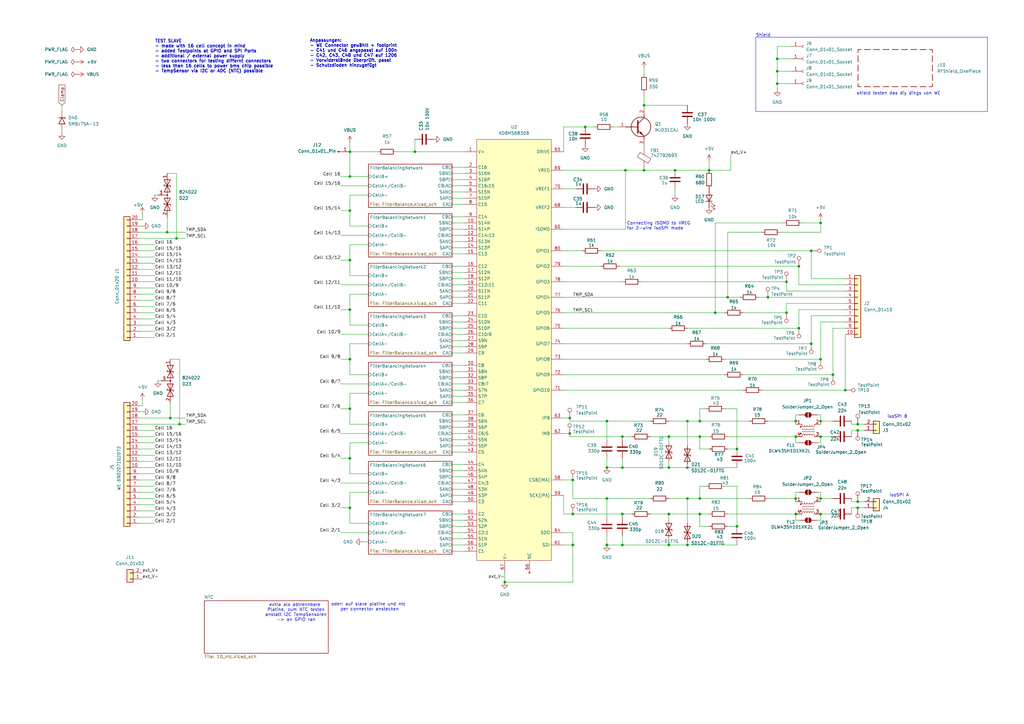
<source format=kicad_sch>
(kicad_sch
	(version 20231120)
	(generator "eeschema")
	(generator_version "8.0")
	(uuid "64eac9c4-e018-49db-b598-a7107a0db15b")
	(paper "A3")
	(lib_symbols
		(symbol "ADBMS6830B_lang:ADBMS6830B_Tall"
			(exclude_from_sim no)
			(in_bom yes)
			(on_board yes)
			(property "Reference" "U"
				(at 0 1.27 0)
				(effects
					(font
						(size 1.27 1.27)
					)
				)
			)
			(property "Value" "ADBMS6830B"
				(at 0 -1.27 0)
				(effects
					(font
						(size 1.27 1.27)
					)
				)
			)
			(property "Footprint" "ADBMS6830:QFP-80_12x12_Pitch0.5mm"
				(at -48.26 53.34 0)
				(effects
					(font
						(size 1.27 1.27)
					)
					(hide yes)
				)
			)
			(property "Datasheet" "~/ADBMS6830B_ADI.pdf"
				(at -48.26 53.34 0)
				(effects
					(font
						(size 1.27 1.27)
					)
					(hide yes)
				)
			)
			(property "Description" ""
				(at 0 0 0)
				(effects
					(font
						(size 1.27 1.27)
					)
					(hide yes)
				)
			)
			(symbol "ADBMS6830B_Tall_1_0"
				(pin input line
					(at -20.32 46.99 0)
					(length 5)
					(name "C14:13"
						(effects
							(font
								(size 1.27 1.27)
							)
						)
					)
					(number "12"
						(effects
							(font
								(size 1.27 1.27)
							)
						)
					)
				)
				(pin input line
					(at -20.32 6.35 0)
					(length 5)
					(name "C10:9"
						(effects
							(font
								(size 1.27 1.27)
							)
						)
					)
					(number "26"
						(effects
							(font
								(size 1.27 1.27)
							)
						)
					)
				)
				(pin input line
					(at -20.32 -13.97 0)
					(length 5)
					(name "C8:7"
						(effects
							(font
								(size 1.27 1.27)
							)
						)
					)
					(number "33"
						(effects
							(font
								(size 1.27 1.27)
							)
						)
					)
				)
				(pin input line
					(at -20.32 -34.29 0)
					(length 5)
					(name "C6:5"
						(effects
							(font
								(size 1.27 1.27)
							)
						)
					)
					(number "40"
						(effects
							(font
								(size 1.27 1.27)
							)
						)
					)
				)
				(pin input line
					(at -20.32 -54.61 0)
					(length 5)
					(name "C4:3"
						(effects
							(font
								(size 1.27 1.27)
							)
						)
					)
					(number "47"
						(effects
							(font
								(size 1.27 1.27)
							)
						)
					)
				)
				(pin input line
					(at -20.32 -74.93 0)
					(length 5)
					(name "C2:1"
						(effects
							(font
								(size 1.27 1.27)
							)
						)
					)
					(number "54"
						(effects
							(font
								(size 1.27 1.27)
							)
						)
					)
				)
				(pin no_connect line
					(at 6.35 -91.44 90)
					(length 5)
					(name "NC"
						(effects
							(font
								(size 1.27 1.27)
							)
						)
					)
					(number "66"
						(effects
							(font
								(size 1.27 1.27)
							)
						)
					)
				)
				(pin bidirectional line
					(at 20.32 -16.51 180)
					(length 5)
					(name "GPIO10"
						(effects
							(font
								(size 1.27 1.27)
							)
						)
					)
					(number "71"
						(effects
							(font
								(size 1.27 1.27)
							)
						)
					)
				)
			)
			(symbol "ADBMS6830B_Tall_1_1"
				(rectangle
					(start -15.24 86.36)
					(end 15.24 -86.36)
					(stroke
						(width 0)
						(type default)
					)
					(fill
						(type background)
					)
				)
				(pin power_out line
					(at -20.32 81.28 0)
					(length 5)
					(name "V+"
						(effects
							(font
								(size 1.27 1.27)
							)
						)
					)
					(number "1"
						(effects
							(font
								(size 1.27 1.27)
							)
						)
					)
				)
				(pin input line
					(at -20.32 52.07 0)
					(length 5)
					(name "S14N"
						(effects
							(font
								(size 1.27 1.27)
							)
						)
					)
					(number "10"
						(effects
							(font
								(size 1.27 1.27)
							)
						)
					)
				)
				(pin input line
					(at -20.32 49.53 0)
					(length 5)
					(name "S14P"
						(effects
							(font
								(size 1.27 1.27)
							)
						)
					)
					(number "11"
						(effects
							(font
								(size 1.27 1.27)
							)
						)
					)
				)
				(pin input line
					(at -20.32 44.45 0)
					(length 5)
					(name "S13N"
						(effects
							(font
								(size 1.27 1.27)
							)
						)
					)
					(number "13"
						(effects
							(font
								(size 1.27 1.27)
							)
						)
					)
				)
				(pin input line
					(at -20.32 41.91 0)
					(length 5)
					(name "S13P"
						(effects
							(font
								(size 1.27 1.27)
							)
						)
					)
					(number "14"
						(effects
							(font
								(size 1.27 1.27)
							)
						)
					)
				)
				(pin input line
					(at -20.32 39.37 0)
					(length 5)
					(name "C13"
						(effects
							(font
								(size 1.27 1.27)
							)
						)
					)
					(number "15"
						(effects
							(font
								(size 1.27 1.27)
							)
						)
					)
				)
				(pin input line
					(at -20.32 34.29 0)
					(length 5)
					(name "C12"
						(effects
							(font
								(size 1.27 1.27)
							)
						)
					)
					(number "16"
						(effects
							(font
								(size 1.27 1.27)
							)
						)
					)
				)
				(pin input line
					(at -20.32 31.75 0)
					(length 5)
					(name "S12N"
						(effects
							(font
								(size 1.27 1.27)
							)
						)
					)
					(number "17"
						(effects
							(font
								(size 1.27 1.27)
							)
						)
					)
				)
				(pin input line
					(at -20.32 29.21 0)
					(length 5)
					(name "S12P"
						(effects
							(font
								(size 1.27 1.27)
							)
						)
					)
					(number "18"
						(effects
							(font
								(size 1.27 1.27)
							)
						)
					)
				)
				(pin input line
					(at -20.32 26.67 0)
					(length 5)
					(name "C12:11"
						(effects
							(font
								(size 1.27 1.27)
							)
						)
					)
					(number "19"
						(effects
							(font
								(size 1.27 1.27)
							)
						)
					)
				)
				(pin input line
					(at -20.32 74.93 0)
					(length 5)
					(name "C16"
						(effects
							(font
								(size 1.27 1.27)
							)
						)
					)
					(number "2"
						(effects
							(font
								(size 1.27 1.27)
							)
						)
					)
				)
				(pin input line
					(at -20.32 24.13 0)
					(length 5)
					(name "S11N"
						(effects
							(font
								(size 1.27 1.27)
							)
						)
					)
					(number "20"
						(effects
							(font
								(size 1.27 1.27)
							)
						)
					)
				)
				(pin input line
					(at -20.32 21.59 0)
					(length 5)
					(name "S11P"
						(effects
							(font
								(size 1.27 1.27)
							)
						)
					)
					(number "21"
						(effects
							(font
								(size 1.27 1.27)
							)
						)
					)
				)
				(pin input line
					(at -20.32 19.05 0)
					(length 5)
					(name "C11"
						(effects
							(font
								(size 1.27 1.27)
							)
						)
					)
					(number "22"
						(effects
							(font
								(size 1.27 1.27)
							)
						)
					)
				)
				(pin input line
					(at -20.32 13.97 0)
					(length 5)
					(name "C10"
						(effects
							(font
								(size 1.27 1.27)
							)
						)
					)
					(number "23"
						(effects
							(font
								(size 1.27 1.27)
							)
						)
					)
				)
				(pin input line
					(at -20.32 11.43 0)
					(length 5)
					(name "S10N"
						(effects
							(font
								(size 1.27 1.27)
							)
						)
					)
					(number "24"
						(effects
							(font
								(size 1.27 1.27)
							)
						)
					)
				)
				(pin input line
					(at -20.32 8.89 0)
					(length 5)
					(name "S10P"
						(effects
							(font
								(size 1.27 1.27)
							)
						)
					)
					(number "25"
						(effects
							(font
								(size 1.27 1.27)
							)
						)
					)
				)
				(pin input line
					(at -20.32 3.81 0)
					(length 5)
					(name "S9N"
						(effects
							(font
								(size 1.27 1.27)
							)
						)
					)
					(number "27"
						(effects
							(font
								(size 1.27 1.27)
							)
						)
					)
				)
				(pin input line
					(at -20.32 1.27 0)
					(length 5)
					(name "S9P"
						(effects
							(font
								(size 1.27 1.27)
							)
						)
					)
					(number "28"
						(effects
							(font
								(size 1.27 1.27)
							)
						)
					)
				)
				(pin input line
					(at -20.32 -1.27 0)
					(length 5)
					(name "C9"
						(effects
							(font
								(size 1.27 1.27)
							)
						)
					)
					(number "29"
						(effects
							(font
								(size 1.27 1.27)
							)
						)
					)
				)
				(pin input line
					(at -20.32 72.39 0)
					(length 5)
					(name "S16N"
						(effects
							(font
								(size 1.27 1.27)
							)
						)
					)
					(number "3"
						(effects
							(font
								(size 1.27 1.27)
							)
						)
					)
				)
				(pin input line
					(at -20.32 -6.35 0)
					(length 5)
					(name "C8"
						(effects
							(font
								(size 1.27 1.27)
							)
						)
					)
					(number "30"
						(effects
							(font
								(size 1.27 1.27)
							)
						)
					)
				)
				(pin input line
					(at -20.32 -8.89 0)
					(length 5)
					(name "S8N"
						(effects
							(font
								(size 1.27 1.27)
							)
						)
					)
					(number "31"
						(effects
							(font
								(size 1.27 1.27)
							)
						)
					)
				)
				(pin input line
					(at -20.32 -11.43 0)
					(length 5)
					(name "S8P"
						(effects
							(font
								(size 1.27 1.27)
							)
						)
					)
					(number "32"
						(effects
							(font
								(size 1.27 1.27)
							)
						)
					)
				)
				(pin input line
					(at -20.32 -16.51 0)
					(length 5)
					(name "S7N"
						(effects
							(font
								(size 1.27 1.27)
							)
						)
					)
					(number "34"
						(effects
							(font
								(size 1.27 1.27)
							)
						)
					)
				)
				(pin input line
					(at -20.32 -19.05 0)
					(length 5)
					(name "S7P"
						(effects
							(font
								(size 1.27 1.27)
							)
						)
					)
					(number "35"
						(effects
							(font
								(size 1.27 1.27)
							)
						)
					)
				)
				(pin input line
					(at -20.32 -21.59 0)
					(length 5)
					(name "C7"
						(effects
							(font
								(size 1.27 1.27)
							)
						)
					)
					(number "36"
						(effects
							(font
								(size 1.27 1.27)
							)
						)
					)
				)
				(pin input line
					(at -20.32 -26.67 0)
					(length 5)
					(name "C6"
						(effects
							(font
								(size 1.27 1.27)
							)
						)
					)
					(number "37"
						(effects
							(font
								(size 1.27 1.27)
							)
						)
					)
				)
				(pin input line
					(at -20.32 -29.21 0)
					(length 5)
					(name "S6N"
						(effects
							(font
								(size 1.27 1.27)
							)
						)
					)
					(number "38"
						(effects
							(font
								(size 1.27 1.27)
							)
						)
					)
				)
				(pin input line
					(at -20.32 -31.75 0)
					(length 5)
					(name "S6P"
						(effects
							(font
								(size 1.27 1.27)
							)
						)
					)
					(number "39"
						(effects
							(font
								(size 1.27 1.27)
							)
						)
					)
				)
				(pin input line
					(at -20.32 69.85 0)
					(length 5)
					(name "S16P"
						(effects
							(font
								(size 1.27 1.27)
							)
						)
					)
					(number "4"
						(effects
							(font
								(size 1.27 1.27)
							)
						)
					)
				)
				(pin input line
					(at -20.32 -36.83 0)
					(length 5)
					(name "S5N"
						(effects
							(font
								(size 1.27 1.27)
							)
						)
					)
					(number "41"
						(effects
							(font
								(size 1.27 1.27)
							)
						)
					)
				)
				(pin input line
					(at -20.32 -39.37 0)
					(length 5)
					(name "S5P"
						(effects
							(font
								(size 1.27 1.27)
							)
						)
					)
					(number "42"
						(effects
							(font
								(size 1.27 1.27)
							)
						)
					)
				)
				(pin input line
					(at -20.32 -41.91 0)
					(length 5)
					(name "C5"
						(effects
							(font
								(size 1.27 1.27)
							)
						)
					)
					(number "43"
						(effects
							(font
								(size 1.27 1.27)
							)
						)
					)
				)
				(pin input line
					(at -20.32 -46.99 0)
					(length 5)
					(name "C4"
						(effects
							(font
								(size 1.27 1.27)
							)
						)
					)
					(number "44"
						(effects
							(font
								(size 1.27 1.27)
							)
						)
					)
				)
				(pin input line
					(at -20.32 -49.53 0)
					(length 5)
					(name "S4N"
						(effects
							(font
								(size 1.27 1.27)
							)
						)
					)
					(number "45"
						(effects
							(font
								(size 1.27 1.27)
							)
						)
					)
				)
				(pin input line
					(at -20.32 -52.07 0)
					(length 5)
					(name "S4P"
						(effects
							(font
								(size 1.27 1.27)
							)
						)
					)
					(number "46"
						(effects
							(font
								(size 1.27 1.27)
							)
						)
					)
				)
				(pin input line
					(at -20.32 -57.15 0)
					(length 5)
					(name "S3N"
						(effects
							(font
								(size 1.27 1.27)
							)
						)
					)
					(number "48"
						(effects
							(font
								(size 1.27 1.27)
							)
						)
					)
				)
				(pin input line
					(at -20.32 -59.69 0)
					(length 5)
					(name "S3P"
						(effects
							(font
								(size 1.27 1.27)
							)
						)
					)
					(number "49"
						(effects
							(font
								(size 1.27 1.27)
							)
						)
					)
				)
				(pin input line
					(at -20.32 67.31 0)
					(length 5)
					(name "C16:15"
						(effects
							(font
								(size 1.27 1.27)
							)
						)
					)
					(number "5"
						(effects
							(font
								(size 1.27 1.27)
							)
						)
					)
				)
				(pin input line
					(at -20.32 -62.23 0)
					(length 5)
					(name "C3"
						(effects
							(font
								(size 1.27 1.27)
							)
						)
					)
					(number "50"
						(effects
							(font
								(size 1.27 1.27)
							)
						)
					)
				)
				(pin input line
					(at -20.32 -67.31 0)
					(length 5)
					(name "C2"
						(effects
							(font
								(size 1.27 1.27)
							)
						)
					)
					(number "51"
						(effects
							(font
								(size 1.27 1.27)
							)
						)
					)
				)
				(pin input line
					(at -20.32 -69.85 0)
					(length 5)
					(name "S2N"
						(effects
							(font
								(size 1.27 1.27)
							)
						)
					)
					(number "52"
						(effects
							(font
								(size 1.27 1.27)
							)
						)
					)
				)
				(pin input line
					(at -20.32 -72.39 0)
					(length 5)
					(name "S2P"
						(effects
							(font
								(size 1.27 1.27)
							)
						)
					)
					(number "53"
						(effects
							(font
								(size 1.27 1.27)
							)
						)
					)
				)
				(pin input line
					(at -20.32 -77.47 0)
					(length 5)
					(name "S1N"
						(effects
							(font
								(size 1.27 1.27)
							)
						)
					)
					(number "55"
						(effects
							(font
								(size 1.27 1.27)
							)
						)
					)
				)
				(pin input line
					(at -20.32 -80.01 0)
					(length 5)
					(name "S1P"
						(effects
							(font
								(size 1.27 1.27)
							)
						)
					)
					(number "56"
						(effects
							(font
								(size 1.27 1.27)
							)
						)
					)
				)
				(pin input line
					(at -20.32 -82.55 0)
					(length 5)
					(name "C1"
						(effects
							(font
								(size 1.27 1.27)
							)
						)
					)
					(number "57"
						(effects
							(font
								(size 1.27 1.27)
							)
						)
					)
				)
				(pin bidirectional line
					(at 20.32 -53.34 180)
					(length 5)
					(name "CSB(IMA)"
						(effects
							(font
								(size 1.27 1.27)
							)
						)
					)
					(number "58"
						(effects
							(font
								(size 1.27 1.27)
							)
						)
					)
				)
				(pin bidirectional line
					(at 20.32 -59.69 180)
					(length 5)
					(name "SCK(IPA)"
						(effects
							(font
								(size 1.27 1.27)
							)
						)
					)
					(number "59"
						(effects
							(font
								(size 1.27 1.27)
							)
						)
					)
				)
				(pin input line
					(at -20.32 64.77 0)
					(length 5)
					(name "S15N"
						(effects
							(font
								(size 1.27 1.27)
							)
						)
					)
					(number "6"
						(effects
							(font
								(size 1.27 1.27)
							)
						)
					)
				)
				(pin bidirectional line
					(at 20.32 49.53 180)
					(length 5)
					(name "ISOMD"
						(effects
							(font
								(size 1.27 1.27)
							)
						)
					)
					(number "60"
						(effects
							(font
								(size 1.27 1.27)
							)
						)
					)
				)
				(pin bidirectional line
					(at 20.32 -80.01 180)
					(length 5)
					(name "SDI"
						(effects
							(font
								(size 1.27 1.27)
							)
						)
					)
					(number "61"
						(effects
							(font
								(size 1.27 1.27)
							)
						)
					)
				)
				(pin bidirectional line
					(at 20.32 -34.29 180)
					(length 5)
					(name "IMB"
						(effects
							(font
								(size 1.27 1.27)
							)
						)
					)
					(number "62"
						(effects
							(font
								(size 1.27 1.27)
							)
						)
					)
				)
				(pin bidirectional line
					(at 20.32 -27.94 180)
					(length 5)
					(name "IPB"
						(effects
							(font
								(size 1.27 1.27)
							)
						)
					)
					(number "63"
						(effects
							(font
								(size 1.27 1.27)
							)
						)
					)
				)
				(pin bidirectional line
					(at 20.32 -74.93 180)
					(length 5)
					(name "SDO"
						(effects
							(font
								(size 1.27 1.27)
							)
						)
					)
					(number "64"
						(effects
							(font
								(size 1.27 1.27)
							)
						)
					)
				)
				(pin bidirectional line
					(at 20.32 81.28 180)
					(length 5)
					(name "DRIVE"
						(effects
							(font
								(size 1.27 1.27)
							)
						)
					)
					(number "65"
						(effects
							(font
								(size 1.27 1.27)
							)
						)
					)
				)
				(pin input line
					(at -3.81 -91.44 90)
					(length 5)
					(name "V-"
						(effects
							(font
								(size 1.27 1.27)
							)
						)
					)
					(number "67"
						(effects
							(font
								(size 1.27 1.27)
							)
						)
					)
				)
				(pin power_out line
					(at 20.32 58.42 180)
					(length 5)
					(name "VREF2"
						(effects
							(font
								(size 1.27 1.27)
							)
						)
					)
					(number "68"
						(effects
							(font
								(size 1.27 1.27)
							)
						)
					)
				)
				(pin input line
					(at 20.32 73.66 180)
					(length 5)
					(name "VREG"
						(effects
							(font
								(size 1.27 1.27)
							)
						)
					)
					(number "69"
						(effects
							(font
								(size 1.27 1.27)
							)
						)
					)
				)
				(pin input line
					(at -20.32 62.23 0)
					(length 5)
					(name "S15P"
						(effects
							(font
								(size 1.27 1.27)
							)
						)
					)
					(number "7"
						(effects
							(font
								(size 1.27 1.27)
							)
						)
					)
				)
				(pin power_out line
					(at 20.32 66.04 180)
					(length 5)
					(name "VREF1"
						(effects
							(font
								(size 1.27 1.27)
							)
						)
					)
					(number "70"
						(effects
							(font
								(size 1.27 1.27)
							)
						)
					)
				)
				(pin bidirectional line
					(at 20.32 -10.16 180)
					(length 5)
					(name "GPIO9"
						(effects
							(font
								(size 1.27 1.27)
							)
						)
					)
					(number "72"
						(effects
							(font
								(size 1.27 1.27)
							)
						)
					)
				)
				(pin bidirectional line
					(at 20.32 -3.81 180)
					(length 5)
					(name "GPIO8"
						(effects
							(font
								(size 1.27 1.27)
							)
						)
					)
					(number "73"
						(effects
							(font
								(size 1.27 1.27)
							)
						)
					)
				)
				(pin bidirectional line
					(at 20.32 2.54 180)
					(length 5)
					(name "GPIO7"
						(effects
							(font
								(size 1.27 1.27)
							)
						)
					)
					(number "74"
						(effects
							(font
								(size 1.27 1.27)
							)
						)
					)
				)
				(pin bidirectional line
					(at 20.32 8.89 180)
					(length 5)
					(name "GPIO6"
						(effects
							(font
								(size 1.27 1.27)
							)
						)
					)
					(number "75"
						(effects
							(font
								(size 1.27 1.27)
							)
						)
					)
				)
				(pin bidirectional line
					(at 20.32 15.24 180)
					(length 5)
					(name "GPIO5"
						(effects
							(font
								(size 1.27 1.27)
							)
						)
					)
					(number "76"
						(effects
							(font
								(size 1.27 1.27)
							)
						)
					)
				)
				(pin bidirectional line
					(at 20.32 21.59 180)
					(length 5)
					(name "GPIO4"
						(effects
							(font
								(size 1.27 1.27)
							)
						)
					)
					(number "77"
						(effects
							(font
								(size 1.27 1.27)
							)
						)
					)
				)
				(pin bidirectional line
					(at 20.32 27.94 180)
					(length 5)
					(name "GPIO3"
						(effects
							(font
								(size 1.27 1.27)
							)
						)
					)
					(number "78"
						(effects
							(font
								(size 1.27 1.27)
							)
						)
					)
				)
				(pin bidirectional line
					(at 20.32 34.29 180)
					(length 5)
					(name "GPIO2"
						(effects
							(font
								(size 1.27 1.27)
							)
						)
					)
					(number "79"
						(effects
							(font
								(size 1.27 1.27)
							)
						)
					)
				)
				(pin input line
					(at -20.32 59.69 0)
					(length 5)
					(name "C15"
						(effects
							(font
								(size 1.27 1.27)
							)
						)
					)
					(number "8"
						(effects
							(font
								(size 1.27 1.27)
							)
						)
					)
				)
				(pin bidirectional line
					(at 20.32 40.64 180)
					(length 5)
					(name "GPIO1"
						(effects
							(font
								(size 1.27 1.27)
							)
						)
					)
					(number "80"
						(effects
							(font
								(size 1.27 1.27)
							)
						)
					)
				)
				(pin input line
					(at -20.32 54.61 0)
					(length 5)
					(name "C14"
						(effects
							(font
								(size 1.27 1.27)
							)
						)
					)
					(number "9"
						(effects
							(font
								(size 1.27 1.27)
							)
						)
					)
				)
			)
		)
		(symbol "Connector:Conn_01x01_Pin"
			(pin_names
				(offset 1.016) hide)
			(exclude_from_sim no)
			(in_bom yes)
			(on_board yes)
			(property "Reference" "J"
				(at 0 2.54 0)
				(effects
					(font
						(size 1.27 1.27)
					)
				)
			)
			(property "Value" "Conn_01x01_Pin"
				(at 0 -2.54 0)
				(effects
					(font
						(size 1.27 1.27)
					)
				)
			)
			(property "Footprint" ""
				(at 0 0 0)
				(effects
					(font
						(size 1.27 1.27)
					)
					(hide yes)
				)
			)
			(property "Datasheet" "~"
				(at 0 0 0)
				(effects
					(font
						(size 1.27 1.27)
					)
					(hide yes)
				)
			)
			(property "Description" "Generic connector, single row, 01x01, script generated"
				(at 0 0 0)
				(effects
					(font
						(size 1.27 1.27)
					)
					(hide yes)
				)
			)
			(property "ki_locked" ""
				(at 0 0 0)
				(effects
					(font
						(size 1.27 1.27)
					)
				)
			)
			(property "ki_keywords" "connector"
				(at 0 0 0)
				(effects
					(font
						(size 1.27 1.27)
					)
					(hide yes)
				)
			)
			(property "ki_fp_filters" "Connector*:*_1x??_*"
				(at 0 0 0)
				(effects
					(font
						(size 1.27 1.27)
					)
					(hide yes)
				)
			)
			(symbol "Conn_01x01_Pin_1_1"
				(polyline
					(pts
						(xy 1.27 0) (xy 0.8636 0)
					)
					(stroke
						(width 0.1524)
						(type default)
					)
					(fill
						(type none)
					)
				)
				(rectangle
					(start 0.8636 0.127)
					(end 0 -0.127)
					(stroke
						(width 0.1524)
						(type default)
					)
					(fill
						(type outline)
					)
				)
				(pin passive line
					(at 5.08 0 180)
					(length 3.81)
					(name "Pin_1"
						(effects
							(font
								(size 1.27 1.27)
							)
						)
					)
					(number "1"
						(effects
							(font
								(size 1.27 1.27)
							)
						)
					)
				)
			)
		)
		(symbol "Connector:Conn_01x01_Socket"
			(pin_names
				(offset 1.016) hide)
			(exclude_from_sim no)
			(in_bom yes)
			(on_board yes)
			(property "Reference" "J"
				(at 0 2.54 0)
				(effects
					(font
						(size 1.27 1.27)
					)
				)
			)
			(property "Value" "Conn_01x01_Socket"
				(at 0 -2.54 0)
				(effects
					(font
						(size 1.27 1.27)
					)
				)
			)
			(property "Footprint" ""
				(at 0 0 0)
				(effects
					(font
						(size 1.27 1.27)
					)
					(hide yes)
				)
			)
			(property "Datasheet" "~"
				(at 0 0 0)
				(effects
					(font
						(size 1.27 1.27)
					)
					(hide yes)
				)
			)
			(property "Description" "Generic connector, single row, 01x01, script generated"
				(at 0 0 0)
				(effects
					(font
						(size 1.27 1.27)
					)
					(hide yes)
				)
			)
			(property "ki_locked" ""
				(at 0 0 0)
				(effects
					(font
						(size 1.27 1.27)
					)
				)
			)
			(property "ki_keywords" "connector"
				(at 0 0 0)
				(effects
					(font
						(size 1.27 1.27)
					)
					(hide yes)
				)
			)
			(property "ki_fp_filters" "Connector*:*_1x??_*"
				(at 0 0 0)
				(effects
					(font
						(size 1.27 1.27)
					)
					(hide yes)
				)
			)
			(symbol "Conn_01x01_Socket_1_1"
				(polyline
					(pts
						(xy -1.27 0) (xy -0.508 0)
					)
					(stroke
						(width 0.1524)
						(type default)
					)
					(fill
						(type none)
					)
				)
				(arc
					(start 0 0.508)
					(mid -0.5058 0)
					(end 0 -0.508)
					(stroke
						(width 0.1524)
						(type default)
					)
					(fill
						(type none)
					)
				)
				(pin passive line
					(at -5.08 0 0)
					(length 3.81)
					(name "Pin_1"
						(effects
							(font
								(size 1.27 1.27)
							)
						)
					)
					(number "1"
						(effects
							(font
								(size 1.27 1.27)
							)
						)
					)
				)
			)
		)
		(symbol "Connector:TestPoint"
			(pin_numbers hide)
			(pin_names
				(offset 0.762) hide)
			(exclude_from_sim no)
			(in_bom yes)
			(on_board yes)
			(property "Reference" "TP"
				(at 0 6.858 0)
				(effects
					(font
						(size 1.27 1.27)
					)
				)
			)
			(property "Value" "TestPoint"
				(at 0 5.08 0)
				(effects
					(font
						(size 1.27 1.27)
					)
				)
			)
			(property "Footprint" ""
				(at 5.08 0 0)
				(effects
					(font
						(size 1.27 1.27)
					)
					(hide yes)
				)
			)
			(property "Datasheet" "~"
				(at 5.08 0 0)
				(effects
					(font
						(size 1.27 1.27)
					)
					(hide yes)
				)
			)
			(property "Description" "test point"
				(at 0 0 0)
				(effects
					(font
						(size 1.27 1.27)
					)
					(hide yes)
				)
			)
			(property "ki_keywords" "test point tp"
				(at 0 0 0)
				(effects
					(font
						(size 1.27 1.27)
					)
					(hide yes)
				)
			)
			(property "ki_fp_filters" "Pin* Test*"
				(at 0 0 0)
				(effects
					(font
						(size 1.27 1.27)
					)
					(hide yes)
				)
			)
			(symbol "TestPoint_0_1"
				(circle
					(center 0 3.302)
					(radius 0.762)
					(stroke
						(width 0)
						(type default)
					)
					(fill
						(type none)
					)
				)
			)
			(symbol "TestPoint_1_1"
				(pin passive line
					(at 0 0 90)
					(length 2.54)
					(name "1"
						(effects
							(font
								(size 1.27 1.27)
							)
						)
					)
					(number "1"
						(effects
							(font
								(size 1.27 1.27)
							)
						)
					)
				)
			)
		)
		(symbol "Connector_Generic:Conn_01x02"
			(pin_names
				(offset 1.016) hide)
			(exclude_from_sim no)
			(in_bom yes)
			(on_board yes)
			(property "Reference" "J"
				(at 0 2.54 0)
				(effects
					(font
						(size 1.27 1.27)
					)
				)
			)
			(property "Value" "Conn_01x02"
				(at 0 -5.08 0)
				(effects
					(font
						(size 1.27 1.27)
					)
				)
			)
			(property "Footprint" ""
				(at 0 0 0)
				(effects
					(font
						(size 1.27 1.27)
					)
					(hide yes)
				)
			)
			(property "Datasheet" "~"
				(at 0 0 0)
				(effects
					(font
						(size 1.27 1.27)
					)
					(hide yes)
				)
			)
			(property "Description" "Generic connector, single row, 01x02, script generated (kicad-library-utils/schlib/autogen/connector/)"
				(at 0 0 0)
				(effects
					(font
						(size 1.27 1.27)
					)
					(hide yes)
				)
			)
			(property "ki_keywords" "connector"
				(at 0 0 0)
				(effects
					(font
						(size 1.27 1.27)
					)
					(hide yes)
				)
			)
			(property "ki_fp_filters" "Connector*:*_1x??_*"
				(at 0 0 0)
				(effects
					(font
						(size 1.27 1.27)
					)
					(hide yes)
				)
			)
			(symbol "Conn_01x02_1_1"
				(rectangle
					(start -1.27 -2.413)
					(end 0 -2.667)
					(stroke
						(width 0.1524)
						(type default)
					)
					(fill
						(type none)
					)
				)
				(rectangle
					(start -1.27 0.127)
					(end 0 -0.127)
					(stroke
						(width 0.1524)
						(type default)
					)
					(fill
						(type none)
					)
				)
				(rectangle
					(start -1.27 1.27)
					(end 1.27 -3.81)
					(stroke
						(width 0.254)
						(type default)
					)
					(fill
						(type background)
					)
				)
				(pin passive line
					(at -5.08 0 0)
					(length 3.81)
					(name "Pin_1"
						(effects
							(font
								(size 1.27 1.27)
							)
						)
					)
					(number "1"
						(effects
							(font
								(size 1.27 1.27)
							)
						)
					)
				)
				(pin passive line
					(at -5.08 -2.54 0)
					(length 3.81)
					(name "Pin_2"
						(effects
							(font
								(size 1.27 1.27)
							)
						)
					)
					(number "2"
						(effects
							(font
								(size 1.27 1.27)
							)
						)
					)
				)
			)
		)
		(symbol "Connector_Generic:Conn_01x10"
			(pin_names
				(offset 1.016) hide)
			(exclude_from_sim no)
			(in_bom yes)
			(on_board yes)
			(property "Reference" "J"
				(at 0 12.7 0)
				(effects
					(font
						(size 1.27 1.27)
					)
				)
			)
			(property "Value" "Conn_01x10"
				(at 0 -15.24 0)
				(effects
					(font
						(size 1.27 1.27)
					)
				)
			)
			(property "Footprint" ""
				(at 0 0 0)
				(effects
					(font
						(size 1.27 1.27)
					)
					(hide yes)
				)
			)
			(property "Datasheet" "~"
				(at 0 0 0)
				(effects
					(font
						(size 1.27 1.27)
					)
					(hide yes)
				)
			)
			(property "Description" "Generic connector, single row, 01x10, script generated (kicad-library-utils/schlib/autogen/connector/)"
				(at 0 0 0)
				(effects
					(font
						(size 1.27 1.27)
					)
					(hide yes)
				)
			)
			(property "ki_keywords" "connector"
				(at 0 0 0)
				(effects
					(font
						(size 1.27 1.27)
					)
					(hide yes)
				)
			)
			(property "ki_fp_filters" "Connector*:*_1x??_*"
				(at 0 0 0)
				(effects
					(font
						(size 1.27 1.27)
					)
					(hide yes)
				)
			)
			(symbol "Conn_01x10_1_1"
				(rectangle
					(start -1.27 -12.573)
					(end 0 -12.827)
					(stroke
						(width 0.1524)
						(type default)
					)
					(fill
						(type none)
					)
				)
				(rectangle
					(start -1.27 -10.033)
					(end 0 -10.287)
					(stroke
						(width 0.1524)
						(type default)
					)
					(fill
						(type none)
					)
				)
				(rectangle
					(start -1.27 -7.493)
					(end 0 -7.747)
					(stroke
						(width 0.1524)
						(type default)
					)
					(fill
						(type none)
					)
				)
				(rectangle
					(start -1.27 -4.953)
					(end 0 -5.207)
					(stroke
						(width 0.1524)
						(type default)
					)
					(fill
						(type none)
					)
				)
				(rectangle
					(start -1.27 -2.413)
					(end 0 -2.667)
					(stroke
						(width 0.1524)
						(type default)
					)
					(fill
						(type none)
					)
				)
				(rectangle
					(start -1.27 0.127)
					(end 0 -0.127)
					(stroke
						(width 0.1524)
						(type default)
					)
					(fill
						(type none)
					)
				)
				(rectangle
					(start -1.27 2.667)
					(end 0 2.413)
					(stroke
						(width 0.1524)
						(type default)
					)
					(fill
						(type none)
					)
				)
				(rectangle
					(start -1.27 5.207)
					(end 0 4.953)
					(stroke
						(width 0.1524)
						(type default)
					)
					(fill
						(type none)
					)
				)
				(rectangle
					(start -1.27 7.747)
					(end 0 7.493)
					(stroke
						(width 0.1524)
						(type default)
					)
					(fill
						(type none)
					)
				)
				(rectangle
					(start -1.27 10.287)
					(end 0 10.033)
					(stroke
						(width 0.1524)
						(type default)
					)
					(fill
						(type none)
					)
				)
				(rectangle
					(start -1.27 11.43)
					(end 1.27 -13.97)
					(stroke
						(width 0.254)
						(type default)
					)
					(fill
						(type background)
					)
				)
				(pin passive line
					(at -5.08 10.16 0)
					(length 3.81)
					(name "Pin_1"
						(effects
							(font
								(size 1.27 1.27)
							)
						)
					)
					(number "1"
						(effects
							(font
								(size 1.27 1.27)
							)
						)
					)
				)
				(pin passive line
					(at -5.08 -12.7 0)
					(length 3.81)
					(name "Pin_10"
						(effects
							(font
								(size 1.27 1.27)
							)
						)
					)
					(number "10"
						(effects
							(font
								(size 1.27 1.27)
							)
						)
					)
				)
				(pin passive line
					(at -5.08 7.62 0)
					(length 3.81)
					(name "Pin_2"
						(effects
							(font
								(size 1.27 1.27)
							)
						)
					)
					(number "2"
						(effects
							(font
								(size 1.27 1.27)
							)
						)
					)
				)
				(pin passive line
					(at -5.08 5.08 0)
					(length 3.81)
					(name "Pin_3"
						(effects
							(font
								(size 1.27 1.27)
							)
						)
					)
					(number "3"
						(effects
							(font
								(size 1.27 1.27)
							)
						)
					)
				)
				(pin passive line
					(at -5.08 2.54 0)
					(length 3.81)
					(name "Pin_4"
						(effects
							(font
								(size 1.27 1.27)
							)
						)
					)
					(number "4"
						(effects
							(font
								(size 1.27 1.27)
							)
						)
					)
				)
				(pin passive line
					(at -5.08 0 0)
					(length 3.81)
					(name "Pin_5"
						(effects
							(font
								(size 1.27 1.27)
							)
						)
					)
					(number "5"
						(effects
							(font
								(size 1.27 1.27)
							)
						)
					)
				)
				(pin passive line
					(at -5.08 -2.54 0)
					(length 3.81)
					(name "Pin_6"
						(effects
							(font
								(size 1.27 1.27)
							)
						)
					)
					(number "6"
						(effects
							(font
								(size 1.27 1.27)
							)
						)
					)
				)
				(pin passive line
					(at -5.08 -5.08 0)
					(length 3.81)
					(name "Pin_7"
						(effects
							(font
								(size 1.27 1.27)
							)
						)
					)
					(number "7"
						(effects
							(font
								(size 1.27 1.27)
							)
						)
					)
				)
				(pin passive line
					(at -5.08 -7.62 0)
					(length 3.81)
					(name "Pin_8"
						(effects
							(font
								(size 1.27 1.27)
							)
						)
					)
					(number "8"
						(effects
							(font
								(size 1.27 1.27)
							)
						)
					)
				)
				(pin passive line
					(at -5.08 -10.16 0)
					(length 3.81)
					(name "Pin_9"
						(effects
							(font
								(size 1.27 1.27)
							)
						)
					)
					(number "9"
						(effects
							(font
								(size 1.27 1.27)
							)
						)
					)
				)
			)
		)
		(symbol "Connector_Generic:Conn_01x20"
			(pin_names
				(offset 1.016) hide)
			(exclude_from_sim no)
			(in_bom yes)
			(on_board yes)
			(property "Reference" "J"
				(at 0 25.4 0)
				(effects
					(font
						(size 1.27 1.27)
					)
				)
			)
			(property "Value" "Conn_01x20"
				(at 0 -27.94 0)
				(effects
					(font
						(size 1.27 1.27)
					)
				)
			)
			(property "Footprint" ""
				(at 0 0 0)
				(effects
					(font
						(size 1.27 1.27)
					)
					(hide yes)
				)
			)
			(property "Datasheet" "~"
				(at 0 0 0)
				(effects
					(font
						(size 1.27 1.27)
					)
					(hide yes)
				)
			)
			(property "Description" "Generic connector, single row, 01x20, script generated (kicad-library-utils/schlib/autogen/connector/)"
				(at 0 0 0)
				(effects
					(font
						(size 1.27 1.27)
					)
					(hide yes)
				)
			)
			(property "ki_keywords" "connector"
				(at 0 0 0)
				(effects
					(font
						(size 1.27 1.27)
					)
					(hide yes)
				)
			)
			(property "ki_fp_filters" "Connector*:*_1x??_*"
				(at 0 0 0)
				(effects
					(font
						(size 1.27 1.27)
					)
					(hide yes)
				)
			)
			(symbol "Conn_01x20_1_1"
				(rectangle
					(start -1.27 -25.273)
					(end 0 -25.527)
					(stroke
						(width 0.1524)
						(type default)
					)
					(fill
						(type none)
					)
				)
				(rectangle
					(start -1.27 -22.733)
					(end 0 -22.987)
					(stroke
						(width 0.1524)
						(type default)
					)
					(fill
						(type none)
					)
				)
				(rectangle
					(start -1.27 -20.193)
					(end 0 -20.447)
					(stroke
						(width 0.1524)
						(type default)
					)
					(fill
						(type none)
					)
				)
				(rectangle
					(start -1.27 -17.653)
					(end 0 -17.907)
					(stroke
						(width 0.1524)
						(type default)
					)
					(fill
						(type none)
					)
				)
				(rectangle
					(start -1.27 -15.113)
					(end 0 -15.367)
					(stroke
						(width 0.1524)
						(type default)
					)
					(fill
						(type none)
					)
				)
				(rectangle
					(start -1.27 -12.573)
					(end 0 -12.827)
					(stroke
						(width 0.1524)
						(type default)
					)
					(fill
						(type none)
					)
				)
				(rectangle
					(start -1.27 -10.033)
					(end 0 -10.287)
					(stroke
						(width 0.1524)
						(type default)
					)
					(fill
						(type none)
					)
				)
				(rectangle
					(start -1.27 -7.493)
					(end 0 -7.747)
					(stroke
						(width 0.1524)
						(type default)
					)
					(fill
						(type none)
					)
				)
				(rectangle
					(start -1.27 -4.953)
					(end 0 -5.207)
					(stroke
						(width 0.1524)
						(type default)
					)
					(fill
						(type none)
					)
				)
				(rectangle
					(start -1.27 -2.413)
					(end 0 -2.667)
					(stroke
						(width 0.1524)
						(type default)
					)
					(fill
						(type none)
					)
				)
				(rectangle
					(start -1.27 0.127)
					(end 0 -0.127)
					(stroke
						(width 0.1524)
						(type default)
					)
					(fill
						(type none)
					)
				)
				(rectangle
					(start -1.27 2.667)
					(end 0 2.413)
					(stroke
						(width 0.1524)
						(type default)
					)
					(fill
						(type none)
					)
				)
				(rectangle
					(start -1.27 5.207)
					(end 0 4.953)
					(stroke
						(width 0.1524)
						(type default)
					)
					(fill
						(type none)
					)
				)
				(rectangle
					(start -1.27 7.747)
					(end 0 7.493)
					(stroke
						(width 0.1524)
						(type default)
					)
					(fill
						(type none)
					)
				)
				(rectangle
					(start -1.27 10.287)
					(end 0 10.033)
					(stroke
						(width 0.1524)
						(type default)
					)
					(fill
						(type none)
					)
				)
				(rectangle
					(start -1.27 12.827)
					(end 0 12.573)
					(stroke
						(width 0.1524)
						(type default)
					)
					(fill
						(type none)
					)
				)
				(rectangle
					(start -1.27 15.367)
					(end 0 15.113)
					(stroke
						(width 0.1524)
						(type default)
					)
					(fill
						(type none)
					)
				)
				(rectangle
					(start -1.27 17.907)
					(end 0 17.653)
					(stroke
						(width 0.1524)
						(type default)
					)
					(fill
						(type none)
					)
				)
				(rectangle
					(start -1.27 20.447)
					(end 0 20.193)
					(stroke
						(width 0.1524)
						(type default)
					)
					(fill
						(type none)
					)
				)
				(rectangle
					(start -1.27 22.987)
					(end 0 22.733)
					(stroke
						(width 0.1524)
						(type default)
					)
					(fill
						(type none)
					)
				)
				(rectangle
					(start -1.27 24.13)
					(end 1.27 -26.67)
					(stroke
						(width 0.254)
						(type default)
					)
					(fill
						(type background)
					)
				)
				(pin passive line
					(at -5.08 22.86 0)
					(length 3.81)
					(name "Pin_1"
						(effects
							(font
								(size 1.27 1.27)
							)
						)
					)
					(number "1"
						(effects
							(font
								(size 1.27 1.27)
							)
						)
					)
				)
				(pin passive line
					(at -5.08 0 0)
					(length 3.81)
					(name "Pin_10"
						(effects
							(font
								(size 1.27 1.27)
							)
						)
					)
					(number "10"
						(effects
							(font
								(size 1.27 1.27)
							)
						)
					)
				)
				(pin passive line
					(at -5.08 -2.54 0)
					(length 3.81)
					(name "Pin_11"
						(effects
							(font
								(size 1.27 1.27)
							)
						)
					)
					(number "11"
						(effects
							(font
								(size 1.27 1.27)
							)
						)
					)
				)
				(pin passive line
					(at -5.08 -5.08 0)
					(length 3.81)
					(name "Pin_12"
						(effects
							(font
								(size 1.27 1.27)
							)
						)
					)
					(number "12"
						(effects
							(font
								(size 1.27 1.27)
							)
						)
					)
				)
				(pin passive line
					(at -5.08 -7.62 0)
					(length 3.81)
					(name "Pin_13"
						(effects
							(font
								(size 1.27 1.27)
							)
						)
					)
					(number "13"
						(effects
							(font
								(size 1.27 1.27)
							)
						)
					)
				)
				(pin passive line
					(at -5.08 -10.16 0)
					(length 3.81)
					(name "Pin_14"
						(effects
							(font
								(size 1.27 1.27)
							)
						)
					)
					(number "14"
						(effects
							(font
								(size 1.27 1.27)
							)
						)
					)
				)
				(pin passive line
					(at -5.08 -12.7 0)
					(length 3.81)
					(name "Pin_15"
						(effects
							(font
								(size 1.27 1.27)
							)
						)
					)
					(number "15"
						(effects
							(font
								(size 1.27 1.27)
							)
						)
					)
				)
				(pin passive line
					(at -5.08 -15.24 0)
					(length 3.81)
					(name "Pin_16"
						(effects
							(font
								(size 1.27 1.27)
							)
						)
					)
					(number "16"
						(effects
							(font
								(size 1.27 1.27)
							)
						)
					)
				)
				(pin passive line
					(at -5.08 -17.78 0)
					(length 3.81)
					(name "Pin_17"
						(effects
							(font
								(size 1.27 1.27)
							)
						)
					)
					(number "17"
						(effects
							(font
								(size 1.27 1.27)
							)
						)
					)
				)
				(pin passive line
					(at -5.08 -20.32 0)
					(length 3.81)
					(name "Pin_18"
						(effects
							(font
								(size 1.27 1.27)
							)
						)
					)
					(number "18"
						(effects
							(font
								(size 1.27 1.27)
							)
						)
					)
				)
				(pin passive line
					(at -5.08 -22.86 0)
					(length 3.81)
					(name "Pin_19"
						(effects
							(font
								(size 1.27 1.27)
							)
						)
					)
					(number "19"
						(effects
							(font
								(size 1.27 1.27)
							)
						)
					)
				)
				(pin passive line
					(at -5.08 20.32 0)
					(length 3.81)
					(name "Pin_2"
						(effects
							(font
								(size 1.27 1.27)
							)
						)
					)
					(number "2"
						(effects
							(font
								(size 1.27 1.27)
							)
						)
					)
				)
				(pin passive line
					(at -5.08 -25.4 0)
					(length 3.81)
					(name "Pin_20"
						(effects
							(font
								(size 1.27 1.27)
							)
						)
					)
					(number "20"
						(effects
							(font
								(size 1.27 1.27)
							)
						)
					)
				)
				(pin passive line
					(at -5.08 17.78 0)
					(length 3.81)
					(name "Pin_3"
						(effects
							(font
								(size 1.27 1.27)
							)
						)
					)
					(number "3"
						(effects
							(font
								(size 1.27 1.27)
							)
						)
					)
				)
				(pin passive line
					(at -5.08 15.24 0)
					(length 3.81)
					(name "Pin_4"
						(effects
							(font
								(size 1.27 1.27)
							)
						)
					)
					(number "4"
						(effects
							(font
								(size 1.27 1.27)
							)
						)
					)
				)
				(pin passive line
					(at -5.08 12.7 0)
					(length 3.81)
					(name "Pin_5"
						(effects
							(font
								(size 1.27 1.27)
							)
						)
					)
					(number "5"
						(effects
							(font
								(size 1.27 1.27)
							)
						)
					)
				)
				(pin passive line
					(at -5.08 10.16 0)
					(length 3.81)
					(name "Pin_6"
						(effects
							(font
								(size 1.27 1.27)
							)
						)
					)
					(number "6"
						(effects
							(font
								(size 1.27 1.27)
							)
						)
					)
				)
				(pin passive line
					(at -5.08 7.62 0)
					(length 3.81)
					(name "Pin_7"
						(effects
							(font
								(size 1.27 1.27)
							)
						)
					)
					(number "7"
						(effects
							(font
								(size 1.27 1.27)
							)
						)
					)
				)
				(pin passive line
					(at -5.08 5.08 0)
					(length 3.81)
					(name "Pin_8"
						(effects
							(font
								(size 1.27 1.27)
							)
						)
					)
					(number "8"
						(effects
							(font
								(size 1.27 1.27)
							)
						)
					)
				)
				(pin passive line
					(at -5.08 2.54 0)
					(length 3.81)
					(name "Pin_9"
						(effects
							(font
								(size 1.27 1.27)
							)
						)
					)
					(number "9"
						(effects
							(font
								(size 1.27 1.27)
							)
						)
					)
				)
			)
		)
		(symbol "Device:C"
			(pin_numbers hide)
			(pin_names
				(offset 0.254)
			)
			(exclude_from_sim no)
			(in_bom yes)
			(on_board yes)
			(property "Reference" "C"
				(at 0.635 2.54 0)
				(effects
					(font
						(size 1.27 1.27)
					)
					(justify left)
				)
			)
			(property "Value" "C"
				(at 0.635 -2.54 0)
				(effects
					(font
						(size 1.27 1.27)
					)
					(justify left)
				)
			)
			(property "Footprint" ""
				(at 0.9652 -3.81 0)
				(effects
					(font
						(size 1.27 1.27)
					)
					(hide yes)
				)
			)
			(property "Datasheet" "~"
				(at 0 0 0)
				(effects
					(font
						(size 1.27 1.27)
					)
					(hide yes)
				)
			)
			(property "Description" "Unpolarized capacitor"
				(at 0 0 0)
				(effects
					(font
						(size 1.27 1.27)
					)
					(hide yes)
				)
			)
			(property "ki_keywords" "cap capacitor"
				(at 0 0 0)
				(effects
					(font
						(size 1.27 1.27)
					)
					(hide yes)
				)
			)
			(property "ki_fp_filters" "C_*"
				(at 0 0 0)
				(effects
					(font
						(size 1.27 1.27)
					)
					(hide yes)
				)
			)
			(symbol "C_0_1"
				(polyline
					(pts
						(xy -2.032 -0.762) (xy 2.032 -0.762)
					)
					(stroke
						(width 0.508)
						(type default)
					)
					(fill
						(type none)
					)
				)
				(polyline
					(pts
						(xy -2.032 0.762) (xy 2.032 0.762)
					)
					(stroke
						(width 0.508)
						(type default)
					)
					(fill
						(type none)
					)
				)
			)
			(symbol "C_1_1"
				(pin passive line
					(at 0 3.81 270)
					(length 2.794)
					(name "~"
						(effects
							(font
								(size 1.27 1.27)
							)
						)
					)
					(number "1"
						(effects
							(font
								(size 1.27 1.27)
							)
						)
					)
				)
				(pin passive line
					(at 0 -3.81 90)
					(length 2.794)
					(name "~"
						(effects
							(font
								(size 1.27 1.27)
							)
						)
					)
					(number "2"
						(effects
							(font
								(size 1.27 1.27)
							)
						)
					)
				)
			)
		)
		(symbol "Device:D_TVS"
			(pin_numbers hide)
			(pin_names
				(offset 1.016) hide)
			(exclude_from_sim no)
			(in_bom yes)
			(on_board yes)
			(property "Reference" "D"
				(at 0 2.54 0)
				(effects
					(font
						(size 1.27 1.27)
					)
				)
			)
			(property "Value" "D_TVS"
				(at 0 -2.54 0)
				(effects
					(font
						(size 1.27 1.27)
					)
				)
			)
			(property "Footprint" ""
				(at 0 0 0)
				(effects
					(font
						(size 1.27 1.27)
					)
					(hide yes)
				)
			)
			(property "Datasheet" "~"
				(at 0 0 0)
				(effects
					(font
						(size 1.27 1.27)
					)
					(hide yes)
				)
			)
			(property "Description" "Bidirectional transient-voltage-suppression diode"
				(at 0 0 0)
				(effects
					(font
						(size 1.27 1.27)
					)
					(hide yes)
				)
			)
			(property "ki_keywords" "diode TVS thyrector"
				(at 0 0 0)
				(effects
					(font
						(size 1.27 1.27)
					)
					(hide yes)
				)
			)
			(property "ki_fp_filters" "TO-???* *_Diode_* *SingleDiode* D_*"
				(at 0 0 0)
				(effects
					(font
						(size 1.27 1.27)
					)
					(hide yes)
				)
			)
			(symbol "D_TVS_0_1"
				(polyline
					(pts
						(xy 1.27 0) (xy -1.27 0)
					)
					(stroke
						(width 0)
						(type default)
					)
					(fill
						(type none)
					)
				)
				(polyline
					(pts
						(xy 0.508 1.27) (xy 0 1.27) (xy 0 -1.27) (xy -0.508 -1.27)
					)
					(stroke
						(width 0.254)
						(type default)
					)
					(fill
						(type none)
					)
				)
				(polyline
					(pts
						(xy -2.54 1.27) (xy -2.54 -1.27) (xy 2.54 1.27) (xy 2.54 -1.27) (xy -2.54 1.27)
					)
					(stroke
						(width 0.254)
						(type default)
					)
					(fill
						(type none)
					)
				)
			)
			(symbol "D_TVS_1_1"
				(pin passive line
					(at -3.81 0 0)
					(length 2.54)
					(name "A1"
						(effects
							(font
								(size 1.27 1.27)
							)
						)
					)
					(number "1"
						(effects
							(font
								(size 1.27 1.27)
							)
						)
					)
				)
				(pin passive line
					(at 3.81 0 180)
					(length 2.54)
					(name "A2"
						(effects
							(font
								(size 1.27 1.27)
							)
						)
					)
					(number "2"
						(effects
							(font
								(size 1.27 1.27)
							)
						)
					)
				)
			)
		)
		(symbol "Device:D_TVS_Dual_AAC"
			(pin_names
				(offset 1.016) hide)
			(exclude_from_sim no)
			(in_bom yes)
			(on_board yes)
			(property "Reference" "D"
				(at 0 4.445 0)
				(effects
					(font
						(size 1.27 1.27)
					)
				)
			)
			(property "Value" "D_TVS_Dual_AAC"
				(at 0 2.54 0)
				(effects
					(font
						(size 1.27 1.27)
					)
				)
			)
			(property "Footprint" ""
				(at -3.81 0 0)
				(effects
					(font
						(size 1.27 1.27)
					)
					(hide yes)
				)
			)
			(property "Datasheet" "~"
				(at -3.81 0 0)
				(effects
					(font
						(size 1.27 1.27)
					)
					(hide yes)
				)
			)
			(property "Description" "Bidirectional dual transient-voltage-suppression diode, center on pin 3"
				(at 0 0 0)
				(effects
					(font
						(size 1.27 1.27)
					)
					(hide yes)
				)
			)
			(property "ki_keywords" "diode TVS thyrector"
				(at 0 0 0)
				(effects
					(font
						(size 1.27 1.27)
					)
					(hide yes)
				)
			)
			(symbol "D_TVS_Dual_AAC_0_0"
				(polyline
					(pts
						(xy 0 -1.27) (xy 0 0)
					)
					(stroke
						(width 0)
						(type default)
					)
					(fill
						(type none)
					)
				)
			)
			(symbol "D_TVS_Dual_AAC_0_1"
				(polyline
					(pts
						(xy -6.35 0) (xy 6.35 0)
					)
					(stroke
						(width 0)
						(type default)
					)
					(fill
						(type none)
					)
				)
				(polyline
					(pts
						(xy -3.302 1.27) (xy -3.81 1.27) (xy -3.81 -1.27) (xy -4.318 -1.27)
					)
					(stroke
						(width 0.254)
						(type default)
					)
					(fill
						(type none)
					)
				)
				(polyline
					(pts
						(xy 4.318 1.27) (xy 3.81 1.27) (xy 3.81 -1.27) (xy 3.302 -1.27)
					)
					(stroke
						(width 0.254)
						(type default)
					)
					(fill
						(type none)
					)
				)
				(polyline
					(pts
						(xy -6.35 1.27) (xy -1.27 -1.27) (xy -1.27 1.27) (xy -6.35 -1.27) (xy -6.35 1.27)
					)
					(stroke
						(width 0.254)
						(type default)
					)
					(fill
						(type none)
					)
				)
				(polyline
					(pts
						(xy 6.35 1.27) (xy 1.27 -1.27) (xy 1.27 1.27) (xy 6.35 -1.27) (xy 6.35 1.27)
					)
					(stroke
						(width 0.254)
						(type default)
					)
					(fill
						(type none)
					)
				)
				(circle
					(center 0 0)
					(radius 0.254)
					(stroke
						(width 0)
						(type default)
					)
					(fill
						(type outline)
					)
				)
			)
			(symbol "D_TVS_Dual_AAC_1_1"
				(pin passive line
					(at -8.89 0 0)
					(length 2.54)
					(name "A1"
						(effects
							(font
								(size 1.27 1.27)
							)
						)
					)
					(number "1"
						(effects
							(font
								(size 1.27 1.27)
							)
						)
					)
				)
				(pin passive line
					(at 8.89 0 180)
					(length 2.54)
					(name "A2"
						(effects
							(font
								(size 1.27 1.27)
							)
						)
					)
					(number "2"
						(effects
							(font
								(size 1.27 1.27)
							)
						)
					)
				)
				(pin input line
					(at 0 -3.81 90)
					(length 2.54)
					(name "common"
						(effects
							(font
								(size 1.27 1.27)
							)
						)
					)
					(number "3"
						(effects
							(font
								(size 1.27 1.27)
							)
						)
					)
				)
			)
		)
		(symbol "Device:FerriteBead"
			(pin_numbers hide)
			(pin_names
				(offset 0)
			)
			(exclude_from_sim no)
			(in_bom yes)
			(on_board yes)
			(property "Reference" "FB"
				(at -3.81 0.635 90)
				(effects
					(font
						(size 1.27 1.27)
					)
				)
			)
			(property "Value" "FerriteBead"
				(at 3.81 0 90)
				(effects
					(font
						(size 1.27 1.27)
					)
				)
			)
			(property "Footprint" ""
				(at -1.778 0 90)
				(effects
					(font
						(size 1.27 1.27)
					)
					(hide yes)
				)
			)
			(property "Datasheet" "~"
				(at 0 0 0)
				(effects
					(font
						(size 1.27 1.27)
					)
					(hide yes)
				)
			)
			(property "Description" "Ferrite bead"
				(at 0 0 0)
				(effects
					(font
						(size 1.27 1.27)
					)
					(hide yes)
				)
			)
			(property "ki_keywords" "L ferrite bead inductor filter"
				(at 0 0 0)
				(effects
					(font
						(size 1.27 1.27)
					)
					(hide yes)
				)
			)
			(property "ki_fp_filters" "Inductor_* L_* *Ferrite*"
				(at 0 0 0)
				(effects
					(font
						(size 1.27 1.27)
					)
					(hide yes)
				)
			)
			(symbol "FerriteBead_0_1"
				(polyline
					(pts
						(xy 0 -1.27) (xy 0 -1.2192)
					)
					(stroke
						(width 0)
						(type default)
					)
					(fill
						(type none)
					)
				)
				(polyline
					(pts
						(xy 0 1.27) (xy 0 1.2954)
					)
					(stroke
						(width 0)
						(type default)
					)
					(fill
						(type none)
					)
				)
				(polyline
					(pts
						(xy -2.7686 0.4064) (xy -1.7018 2.2606) (xy 2.7686 -0.3048) (xy 1.6764 -2.159) (xy -2.7686 0.4064)
					)
					(stroke
						(width 0)
						(type default)
					)
					(fill
						(type none)
					)
				)
			)
			(symbol "FerriteBead_1_1"
				(pin passive line
					(at 0 3.81 270)
					(length 2.54)
					(name "~"
						(effects
							(font
								(size 1.27 1.27)
							)
						)
					)
					(number "1"
						(effects
							(font
								(size 1.27 1.27)
							)
						)
					)
				)
				(pin passive line
					(at 0 -3.81 90)
					(length 2.54)
					(name "~"
						(effects
							(font
								(size 1.27 1.27)
							)
						)
					)
					(number "2"
						(effects
							(font
								(size 1.27 1.27)
							)
						)
					)
				)
			)
		)
		(symbol "Device:R"
			(pin_numbers hide)
			(pin_names
				(offset 0)
			)
			(exclude_from_sim no)
			(in_bom yes)
			(on_board yes)
			(property "Reference" "R"
				(at 2.032 0 90)
				(effects
					(font
						(size 1.27 1.27)
					)
				)
			)
			(property "Value" "R"
				(at 0 0 90)
				(effects
					(font
						(size 1.27 1.27)
					)
				)
			)
			(property "Footprint" ""
				(at -1.778 0 90)
				(effects
					(font
						(size 1.27 1.27)
					)
					(hide yes)
				)
			)
			(property "Datasheet" "~"
				(at 0 0 0)
				(effects
					(font
						(size 1.27 1.27)
					)
					(hide yes)
				)
			)
			(property "Description" "Resistor"
				(at 0 0 0)
				(effects
					(font
						(size 1.27 1.27)
					)
					(hide yes)
				)
			)
			(property "ki_keywords" "R res resistor"
				(at 0 0 0)
				(effects
					(font
						(size 1.27 1.27)
					)
					(hide yes)
				)
			)
			(property "ki_fp_filters" "R_*"
				(at 0 0 0)
				(effects
					(font
						(size 1.27 1.27)
					)
					(hide yes)
				)
			)
			(symbol "R_0_1"
				(rectangle
					(start -1.016 -2.54)
					(end 1.016 2.54)
					(stroke
						(width 0.254)
						(type default)
					)
					(fill
						(type none)
					)
				)
			)
			(symbol "R_1_1"
				(pin passive line
					(at 0 3.81 270)
					(length 1.27)
					(name "~"
						(effects
							(font
								(size 1.27 1.27)
							)
						)
					)
					(number "1"
						(effects
							(font
								(size 1.27 1.27)
							)
						)
					)
				)
				(pin passive line
					(at 0 -3.81 90)
					(length 1.27)
					(name "~"
						(effects
							(font
								(size 1.27 1.27)
							)
						)
					)
					(number "2"
						(effects
							(font
								(size 1.27 1.27)
							)
						)
					)
				)
			)
		)
		(symbol "Device:RFShield_OnePiece"
			(pin_names
				(offset 1.016)
			)
			(exclude_from_sim no)
			(in_bom yes)
			(on_board yes)
			(property "Reference" "J6"
				(at 17.145 1.27 0)
				(effects
					(font
						(size 1.27 1.27)
					)
					(justify left)
				)
			)
			(property "Value" "RFShield_OnePiece"
				(at 17.145 -1.27 0)
				(effects
					(font
						(size 1.27 1.27)
					)
					(justify left)
				)
			)
			(property "Footprint" ""
				(at 0 -2.54 0)
				(effects
					(font
						(size 1.27 1.27)
					)
					(hide yes)
				)
			)
			(property "Datasheet" "~"
				(at 0 -2.54 0)
				(effects
					(font
						(size 1.27 1.27)
					)
					(hide yes)
				)
			)
			(property "Description" "One-piece EMI RF shielding cabinet"
				(at 0 0 0)
				(effects
					(font
						(size 1.27 1.27)
					)
					(hide yes)
				)
			)
			(property "ki_keywords" "RF EMI shielding cabinet"
				(at 0 0 0)
				(effects
					(font
						(size 1.27 1.27)
					)
					(hide yes)
				)
			)
			(symbol "RFShield_OnePiece_0_1"
				(polyline
					(pts
						(xy -15.24 -5.08) (xy -15.24 -2.54)
					)
					(stroke
						(width 0.254)
						(type default)
					)
					(fill
						(type none)
					)
				)
				(polyline
					(pts
						(xy -15.24 -1.27) (xy -15.24 1.27)
					)
					(stroke
						(width 0.254)
						(type default)
					)
					(fill
						(type none)
					)
				)
				(polyline
					(pts
						(xy -15.24 2.54) (xy -15.24 5.08)
					)
					(stroke
						(width 0.254)
						(type default)
					)
					(fill
						(type none)
					)
				)
				(polyline
					(pts
						(xy -12.7 7.62) (xy -10.16 7.62)
					)
					(stroke
						(width 0.254)
						(type default)
					)
					(fill
						(type none)
					)
				)
				(polyline
					(pts
						(xy -10.16 -7.62) (xy -12.7 -7.62)
					)
					(stroke
						(width 0.254)
						(type default)
					)
					(fill
						(type none)
					)
				)
				(polyline
					(pts
						(xy -6.35 -7.62) (xy -8.89 -7.62)
					)
					(stroke
						(width 0.254)
						(type default)
					)
					(fill
						(type none)
					)
				)
				(polyline
					(pts
						(xy -6.35 7.62) (xy -8.89 7.62)
					)
					(stroke
						(width 0.254)
						(type default)
					)
					(fill
						(type none)
					)
				)
				(polyline
					(pts
						(xy -2.54 -7.62) (xy -5.08 -7.62)
					)
					(stroke
						(width 0.254)
						(type default)
					)
					(fill
						(type none)
					)
				)
				(polyline
					(pts
						(xy -2.54 7.62) (xy -5.08 7.62)
					)
					(stroke
						(width 0.254)
						(type default)
					)
					(fill
						(type none)
					)
				)
				(polyline
					(pts
						(xy -1.27 -7.62) (xy 1.27 -7.62)
					)
					(stroke
						(width 0.254)
						(type default)
					)
					(fill
						(type none)
					)
				)
				(polyline
					(pts
						(xy 1.27 7.62) (xy -1.27 7.62)
					)
					(stroke
						(width 0.254)
						(type default)
					)
					(fill
						(type none)
					)
				)
				(polyline
					(pts
						(xy 2.54 -7.62) (xy 5.08 -7.62)
					)
					(stroke
						(width 0.254)
						(type default)
					)
					(fill
						(type none)
					)
				)
				(polyline
					(pts
						(xy 5.08 7.62) (xy 2.54 7.62)
					)
					(stroke
						(width 0.254)
						(type default)
					)
					(fill
						(type none)
					)
				)
				(polyline
					(pts
						(xy 6.35 -7.62) (xy 8.89 -7.62)
					)
					(stroke
						(width 0.254)
						(type default)
					)
					(fill
						(type none)
					)
				)
				(polyline
					(pts
						(xy 8.89 7.62) (xy 6.35 7.62)
					)
					(stroke
						(width 0.254)
						(type default)
					)
					(fill
						(type none)
					)
				)
				(polyline
					(pts
						(xy 10.16 -7.62) (xy 12.7 -7.62)
					)
					(stroke
						(width 0.254)
						(type default)
					)
					(fill
						(type none)
					)
				)
				(polyline
					(pts
						(xy 12.7 7.62) (xy 10.16 7.62)
					)
					(stroke
						(width 0.254)
						(type default)
					)
					(fill
						(type none)
					)
				)
				(polyline
					(pts
						(xy 15.24 -5.08) (xy 15.24 -2.54)
					)
					(stroke
						(width 0.254)
						(type default)
					)
					(fill
						(type none)
					)
				)
				(polyline
					(pts
						(xy 15.24 -1.27) (xy 15.24 1.27)
					)
					(stroke
						(width 0.254)
						(type default)
					)
					(fill
						(type none)
					)
				)
				(polyline
					(pts
						(xy 15.24 2.54) (xy 15.24 5.08)
					)
					(stroke
						(width 0.254)
						(type default)
					)
					(fill
						(type none)
					)
				)
				(polyline
					(pts
						(xy -15.24 6.35) (xy -15.24 7.62) (xy -13.97 7.62)
					)
					(stroke
						(width 0.254)
						(type default)
					)
					(fill
						(type none)
					)
				)
				(polyline
					(pts
						(xy -13.97 -7.62) (xy -15.24 -7.62) (xy -15.24 -6.35)
					)
					(stroke
						(width 0.254)
						(type default)
					)
					(fill
						(type none)
					)
				)
				(polyline
					(pts
						(xy 13.97 -7.62) (xy 15.24 -7.62) (xy 15.24 -6.35)
					)
					(stroke
						(width 0.254)
						(type default)
					)
					(fill
						(type none)
					)
				)
				(polyline
					(pts
						(xy 15.24 6.35) (xy 15.24 7.62) (xy 13.97 7.62)
					)
					(stroke
						(width 0.254)
						(type default)
					)
					(fill
						(type none)
					)
				)
			)
		)
		(symbol "Diode:SMAJ350A"
			(pin_numbers hide)
			(pin_names
				(offset 1.016) hide)
			(exclude_from_sim no)
			(in_bom yes)
			(on_board yes)
			(property "Reference" "D"
				(at 0 2.54 0)
				(effects
					(font
						(size 1.27 1.27)
					)
				)
			)
			(property "Value" "SMAJ350A"
				(at 0 -2.54 0)
				(effects
					(font
						(size 1.27 1.27)
					)
				)
			)
			(property "Footprint" "Diode_SMD:D_SMA"
				(at 0 -5.08 0)
				(effects
					(font
						(size 1.27 1.27)
					)
					(hide yes)
				)
			)
			(property "Datasheet" "https://www.littelfuse.com/media?resourcetype=datasheets&itemid=75e32973-b177-4ee3-a0ff-cedaf1abdb93&filename=smaj-datasheet"
				(at -1.27 0 0)
				(effects
					(font
						(size 1.27 1.27)
					)
					(hide yes)
				)
			)
			(property "Description" "600W unidirectional Transient Voltage Suppressor, 350.0Vr, SMA(DO-214AC)"
				(at 0 0 0)
				(effects
					(font
						(size 1.27 1.27)
					)
					(hide yes)
				)
			)
			(property "ki_keywords" "unidirectional diode TVS voltage suppressor"
				(at 0 0 0)
				(effects
					(font
						(size 1.27 1.27)
					)
					(hide yes)
				)
			)
			(property "ki_fp_filters" "D*SMA*"
				(at 0 0 0)
				(effects
					(font
						(size 1.27 1.27)
					)
					(hide yes)
				)
			)
			(symbol "SMAJ350A_0_1"
				(polyline
					(pts
						(xy -0.762 1.27) (xy -1.27 1.27) (xy -1.27 -1.27)
					)
					(stroke
						(width 0.254)
						(type default)
					)
					(fill
						(type none)
					)
				)
				(polyline
					(pts
						(xy 1.27 1.27) (xy 1.27 -1.27) (xy -1.27 0) (xy 1.27 1.27)
					)
					(stroke
						(width 0.254)
						(type default)
					)
					(fill
						(type none)
					)
				)
			)
			(symbol "SMAJ350A_1_1"
				(pin passive line
					(at -3.81 0 0)
					(length 2.54)
					(name "A1"
						(effects
							(font
								(size 1.27 1.27)
							)
						)
					)
					(number "1"
						(effects
							(font
								(size 1.27 1.27)
							)
						)
					)
				)
				(pin passive line
					(at 3.81 0 180)
					(length 2.54)
					(name "A2"
						(effects
							(font
								(size 1.27 1.27)
							)
						)
					)
					(number "2"
						(effects
							(font
								(size 1.27 1.27)
							)
						)
					)
				)
			)
		)
		(symbol "FaSTTUBe_LEDs:0603_red"
			(pin_numbers hide)
			(pin_names
				(offset 1.016) hide)
			(exclude_from_sim no)
			(in_bom yes)
			(on_board yes)
			(property "Reference" "D"
				(at 0 2.54 0)
				(effects
					(font
						(size 1.27 1.27)
					)
				)
			)
			(property "Value" "0603_red"
				(at 0 -3.81 0)
				(effects
					(font
						(size 1.27 1.27)
					)
				)
			)
			(property "Footprint" "LED_SMD:LED_0603_1608Metric"
				(at 0 5.08 0)
				(effects
					(font
						(size 1.27 1.27)
					)
					(hide yes)
				)
			)
			(property "Datasheet" "~"
				(at 0 0 0)
				(effects
					(font
						(size 1.27 1.27)
					)
					(hide yes)
				)
			)
			(property "Description" "LED red 150060RS75000"
				(at 0 0 0)
				(effects
					(font
						(size 1.27 1.27)
					)
					(hide yes)
				)
			)
			(property "ki_keywords" "LED diode red"
				(at 0 0 0)
				(effects
					(font
						(size 1.27 1.27)
					)
					(hide yes)
				)
			)
			(property "ki_fp_filters" "LED* LED_SMD:* LED_THT:*"
				(at 0 0 0)
				(effects
					(font
						(size 1.27 1.27)
					)
					(hide yes)
				)
			)
			(symbol "0603_red_0_1"
				(polyline
					(pts
						(xy -1.27 -1.27) (xy -1.27 1.27)
					)
					(stroke
						(width 0.254)
						(type default)
					)
					(fill
						(type none)
					)
				)
				(polyline
					(pts
						(xy -1.27 0) (xy 1.27 0)
					)
					(stroke
						(width 0)
						(type default)
					)
					(fill
						(type none)
					)
				)
				(polyline
					(pts
						(xy 1.27 -1.27) (xy 1.27 1.27) (xy -1.27 0) (xy 1.27 -1.27)
					)
					(stroke
						(width 0.254)
						(type default)
					)
					(fill
						(type none)
					)
				)
				(polyline
					(pts
						(xy -3.048 -0.762) (xy -4.572 -2.286) (xy -3.81 -2.286) (xy -4.572 -2.286) (xy -4.572 -1.524)
					)
					(stroke
						(width 0)
						(type default)
					)
					(fill
						(type none)
					)
				)
				(polyline
					(pts
						(xy -1.778 -0.762) (xy -3.302 -2.286) (xy -2.54 -2.286) (xy -3.302 -2.286) (xy -3.302 -1.524)
					)
					(stroke
						(width 0)
						(type default)
					)
					(fill
						(type none)
					)
				)
			)
			(symbol "0603_red_1_1"
				(pin passive line
					(at -3.81 0 0)
					(length 2.54)
					(name "K"
						(effects
							(font
								(size 1.27 1.27)
							)
						)
					)
					(number "1"
						(effects
							(font
								(size 1.27 1.27)
							)
						)
					)
				)
				(pin passive line
					(at 3.81 0 180)
					(length 2.54)
					(name "A"
						(effects
							(font
								(size 1.27 1.27)
							)
						)
					)
					(number "2"
						(effects
							(font
								(size 1.27 1.27)
							)
						)
					)
				)
			)
		)
		(symbol "Filter:Choke_Coilcraft_0603USB-222"
			(pin_names
				(offset 0.254) hide)
			(exclude_from_sim no)
			(in_bom yes)
			(on_board yes)
			(property "Reference" "FL"
				(at 0 4.445 0)
				(effects
					(font
						(size 1.27 1.27)
					)
				)
			)
			(property "Value" "Choke_Coilcraft_0603USB-222"
				(at 0 -4.445 0)
				(effects
					(font
						(size 1.27 1.27)
					)
				)
			)
			(property "Footprint" "Inductor_SMD:L_CommonModeChoke_Coilcraft_0603USB"
				(at 0 -6.35 0)
				(effects
					(font
						(size 1.27 1.27)
					)
					(hide yes)
				)
			)
			(property "Datasheet" "https://www.coilcraft.com/pdfs/0603usb.pdf"
				(at 0 -8.255 0)
				(effects
					(font
						(size 1.27 1.27)
					)
					(hide yes)
				)
			)
			(property "Description" "Common mode choke, 500mA, 250VAC, 150nH, 209mohm, 0.96Ghz, "
				(at 0 0 0)
				(effects
					(font
						(size 1.27 1.27)
					)
					(hide yes)
				)
			)
			(property "ki_keywords" "common-mode common mode choke signal line filter"
				(at 0 0 0)
				(effects
					(font
						(size 1.27 1.27)
					)
					(hide yes)
				)
			)
			(property "ki_fp_filters" "L*CommonModeChoke*Coilcraft*0603USB*"
				(at 0 0 0)
				(effects
					(font
						(size 1.27 1.27)
					)
					(hide yes)
				)
			)
			(symbol "Choke_Coilcraft_0603USB-222_0_1"
				(circle
					(center -3.048 -1.27)
					(radius 0.254)
					(stroke
						(width 0)
						(type default)
					)
					(fill
						(type outline)
					)
				)
				(circle
					(center -3.048 1.524)
					(radius 0.254)
					(stroke
						(width 0)
						(type default)
					)
					(fill
						(type outline)
					)
				)
				(arc
					(start -2.54 2.032)
					(mid -2.032 1.5262)
					(end -1.524 2.032)
					(stroke
						(width 0)
						(type default)
					)
					(fill
						(type none)
					)
				)
				(arc
					(start -1.524 -2.032)
					(mid -2.032 -1.5262)
					(end -2.54 -2.032)
					(stroke
						(width 0)
						(type default)
					)
					(fill
						(type none)
					)
				)
				(arc
					(start -1.524 2.032)
					(mid -1.016 1.5262)
					(end -0.508 2.032)
					(stroke
						(width 0)
						(type default)
					)
					(fill
						(type none)
					)
				)
				(arc
					(start -0.508 -2.032)
					(mid -1.016 -1.5262)
					(end -1.524 -2.032)
					(stroke
						(width 0)
						(type default)
					)
					(fill
						(type none)
					)
				)
				(arc
					(start -0.508 2.032)
					(mid 0 1.5262)
					(end 0.508 2.032)
					(stroke
						(width 0)
						(type default)
					)
					(fill
						(type none)
					)
				)
				(polyline
					(pts
						(xy -2.54 -2.032) (xy -2.54 -2.54)
					)
					(stroke
						(width 0)
						(type default)
					)
					(fill
						(type none)
					)
				)
				(polyline
					(pts
						(xy -2.54 0.508) (xy 2.54 0.508)
					)
					(stroke
						(width 0)
						(type default)
					)
					(fill
						(type none)
					)
				)
				(polyline
					(pts
						(xy -2.54 2.032) (xy -2.54 2.54)
					)
					(stroke
						(width 0)
						(type default)
					)
					(fill
						(type none)
					)
				)
				(polyline
					(pts
						(xy 2.54 -2.032) (xy 2.54 -2.54)
					)
					(stroke
						(width 0)
						(type default)
					)
					(fill
						(type none)
					)
				)
				(polyline
					(pts
						(xy 2.54 -0.508) (xy -2.54 -0.508)
					)
					(stroke
						(width 0)
						(type default)
					)
					(fill
						(type none)
					)
				)
				(polyline
					(pts
						(xy 2.54 2.54) (xy 2.54 2.032)
					)
					(stroke
						(width 0)
						(type default)
					)
					(fill
						(type none)
					)
				)
				(arc
					(start 0.508 -2.032)
					(mid 0 -1.5262)
					(end -0.508 -2.032)
					(stroke
						(width 0)
						(type default)
					)
					(fill
						(type none)
					)
				)
				(arc
					(start 0.508 2.032)
					(mid 1.016 1.5262)
					(end 1.524 2.032)
					(stroke
						(width 0)
						(type default)
					)
					(fill
						(type none)
					)
				)
				(arc
					(start 1.524 -2.032)
					(mid 1.016 -1.5262)
					(end 0.508 -2.032)
					(stroke
						(width 0)
						(type default)
					)
					(fill
						(type none)
					)
				)
				(arc
					(start 1.524 2.032)
					(mid 2.032 1.5262)
					(end 2.54 2.032)
					(stroke
						(width 0)
						(type default)
					)
					(fill
						(type none)
					)
				)
				(arc
					(start 2.54 -2.032)
					(mid 2.032 -1.5262)
					(end 1.524 -2.032)
					(stroke
						(width 0)
						(type default)
					)
					(fill
						(type none)
					)
				)
			)
			(symbol "Choke_Coilcraft_0603USB-222_1_1"
				(pin passive line
					(at -5.08 2.54 0)
					(length 2.54)
					(name "1"
						(effects
							(font
								(size 1.27 1.27)
							)
						)
					)
					(number "1"
						(effects
							(font
								(size 1.27 1.27)
							)
						)
					)
				)
				(pin passive line
					(at 5.08 2.54 180)
					(length 2.54)
					(name "2"
						(effects
							(font
								(size 1.27 1.27)
							)
						)
					)
					(number "2"
						(effects
							(font
								(size 1.27 1.27)
							)
						)
					)
				)
				(pin passive line
					(at 5.08 -2.54 180)
					(length 2.54)
					(name "3"
						(effects
							(font
								(size 1.27 1.27)
							)
						)
					)
					(number "3"
						(effects
							(font
								(size 1.27 1.27)
							)
						)
					)
				)
				(pin passive line
					(at -5.08 -2.54 0)
					(length 2.54)
					(name "4"
						(effects
							(font
								(size 1.27 1.27)
							)
						)
					)
					(number "4"
						(effects
							(font
								(size 1.27 1.27)
							)
						)
					)
				)
			)
		)
		(symbol "Jumper:SolderJumper_2_Open"
			(pin_numbers hide)
			(pin_names
				(offset 0) hide)
			(exclude_from_sim yes)
			(in_bom no)
			(on_board yes)
			(property "Reference" "JP"
				(at 0 2.032 0)
				(effects
					(font
						(size 1.27 1.27)
					)
				)
			)
			(property "Value" "SolderJumper_2_Open"
				(at 0 -2.54 0)
				(effects
					(font
						(size 1.27 1.27)
					)
				)
			)
			(property "Footprint" ""
				(at 0 0 0)
				(effects
					(font
						(size 1.27 1.27)
					)
					(hide yes)
				)
			)
			(property "Datasheet" "~"
				(at 0 0 0)
				(effects
					(font
						(size 1.27 1.27)
					)
					(hide yes)
				)
			)
			(property "Description" "Solder Jumper, 2-pole, open"
				(at 0 0 0)
				(effects
					(font
						(size 1.27 1.27)
					)
					(hide yes)
				)
			)
			(property "ki_keywords" "solder jumper SPST"
				(at 0 0 0)
				(effects
					(font
						(size 1.27 1.27)
					)
					(hide yes)
				)
			)
			(property "ki_fp_filters" "SolderJumper*Open*"
				(at 0 0 0)
				(effects
					(font
						(size 1.27 1.27)
					)
					(hide yes)
				)
			)
			(symbol "SolderJumper_2_Open_0_1"
				(arc
					(start -0.254 1.016)
					(mid -1.2656 0)
					(end -0.254 -1.016)
					(stroke
						(width 0)
						(type default)
					)
					(fill
						(type none)
					)
				)
				(arc
					(start -0.254 1.016)
					(mid -1.2656 0)
					(end -0.254 -1.016)
					(stroke
						(width 0)
						(type default)
					)
					(fill
						(type outline)
					)
				)
				(polyline
					(pts
						(xy -0.254 1.016) (xy -0.254 -1.016)
					)
					(stroke
						(width 0)
						(type default)
					)
					(fill
						(type none)
					)
				)
				(polyline
					(pts
						(xy 0.254 1.016) (xy 0.254 -1.016)
					)
					(stroke
						(width 0)
						(type default)
					)
					(fill
						(type none)
					)
				)
				(arc
					(start 0.254 -1.016)
					(mid 1.2656 0)
					(end 0.254 1.016)
					(stroke
						(width 0)
						(type default)
					)
					(fill
						(type none)
					)
				)
				(arc
					(start 0.254 -1.016)
					(mid 1.2656 0)
					(end 0.254 1.016)
					(stroke
						(width 0)
						(type default)
					)
					(fill
						(type outline)
					)
				)
			)
			(symbol "SolderJumper_2_Open_1_1"
				(pin passive line
					(at -3.81 0 0)
					(length 2.54)
					(name "A"
						(effects
							(font
								(size 1.27 1.27)
							)
						)
					)
					(number "1"
						(effects
							(font
								(size 1.27 1.27)
							)
						)
					)
				)
				(pin passive line
					(at 3.81 0 180)
					(length 2.54)
					(name "B"
						(effects
							(font
								(size 1.27 1.27)
							)
						)
					)
					(number "2"
						(effects
							(font
								(size 1.27 1.27)
							)
						)
					)
				)
			)
		)
		(symbol "MJD31CAJ:MJD31CAJ"
			(pin_names hide)
			(exclude_from_sim no)
			(in_bom yes)
			(on_board yes)
			(property "Reference" "Q"
				(at 13.97 1.27 0)
				(effects
					(font
						(size 1.27 1.27)
					)
					(justify left top)
				)
			)
			(property "Value" "MJD31CAJ"
				(at 13.97 -1.27 0)
				(effects
					(font
						(size 1.27 1.27)
					)
					(justify left top)
				)
			)
			(property "Footprint" "MJD31CAJ"
				(at 13.97 -101.27 0)
				(effects
					(font
						(size 1.27 1.27)
					)
					(justify left top)
					(hide yes)
				)
			)
			(property "Datasheet" "https://assets.nexperia.com/documents/data-sheet/MJD31CA.pdf"
				(at 13.97 -201.27 0)
				(effects
					(font
						(size 1.27 1.27)
					)
					(justify left top)
					(hide yes)
				)
			)
			(property "Description" "Bipolar (BJT) Transistor NPN 100 V 3 A 3MHz 1.6 W Surface Mount DPAK"
				(at 0 0 0)
				(effects
					(font
						(size 1.27 1.27)
					)
					(hide yes)
				)
			)
			(property "Height" "2.38"
				(at 13.97 -401.27 0)
				(effects
					(font
						(size 1.27 1.27)
					)
					(justify left top)
					(hide yes)
				)
			)
			(property "Mouser Part Number" "771-MJD31CAJ"
				(at 13.97 -501.27 0)
				(effects
					(font
						(size 1.27 1.27)
					)
					(justify left top)
					(hide yes)
				)
			)
			(property "Mouser Price/Stock" "https://www.mouser.co.uk/ProductDetail/Nexperia/MJD31CAJ?qs=Lw5w8Rbia2XIR2GSKHXSCQ%3D%3D"
				(at 13.97 -601.27 0)
				(effects
					(font
						(size 1.27 1.27)
					)
					(justify left top)
					(hide yes)
				)
			)
			(property "Manufacturer_Name" "Nexperia"
				(at 13.97 -701.27 0)
				(effects
					(font
						(size 1.27 1.27)
					)
					(justify left top)
					(hide yes)
				)
			)
			(property "Manufacturer_Part_Number" "MJD31CAJ"
				(at 13.97 -801.27 0)
				(effects
					(font
						(size 1.27 1.27)
					)
					(justify left top)
					(hide yes)
				)
			)
			(symbol "MJD31CAJ_1_1"
				(polyline
					(pts
						(xy 2.54 0) (xy 7.62 0)
					)
					(stroke
						(width 0.254)
						(type default)
					)
					(fill
						(type none)
					)
				)
				(polyline
					(pts
						(xy 7.62 -1.27) (xy 10.16 -3.81)
					)
					(stroke
						(width 0.254)
						(type default)
					)
					(fill
						(type none)
					)
				)
				(polyline
					(pts
						(xy 7.62 1.27) (xy 10.16 3.81)
					)
					(stroke
						(width 0.254)
						(type default)
					)
					(fill
						(type none)
					)
				)
				(polyline
					(pts
						(xy 7.62 2.54) (xy 7.62 -2.54)
					)
					(stroke
						(width 0.508)
						(type default)
					)
					(fill
						(type none)
					)
				)
				(polyline
					(pts
						(xy 10.16 -3.81) (xy 10.16 -5.08)
					)
					(stroke
						(width 0.254)
						(type default)
					)
					(fill
						(type none)
					)
				)
				(polyline
					(pts
						(xy 10.16 3.81) (xy 10.16 5.08)
					)
					(stroke
						(width 0.254)
						(type default)
					)
					(fill
						(type none)
					)
				)
				(polyline
					(pts
						(xy 8.382 -2.54) (xy 8.89 -2.032) (xy 9.398 -3.048) (xy 8.382 -2.54)
					)
					(stroke
						(width 0.254)
						(type default)
					)
					(fill
						(type outline)
					)
				)
				(circle
					(center 8.89 0)
					(radius 4.016)
					(stroke
						(width 0.254)
						(type default)
					)
					(fill
						(type none)
					)
				)
				(pin passive line
					(at 0 0 0)
					(length 2.54)
					(name "B"
						(effects
							(font
								(size 1.27 1.27)
							)
						)
					)
					(number "1"
						(effects
							(font
								(size 1.27 1.27)
							)
						)
					)
				)
				(pin passive line
					(at 10.16 7.62 270)
					(length 2.54)
					(name "C"
						(effects
							(font
								(size 1.27 1.27)
							)
						)
					)
					(number "2"
						(effects
							(font
								(size 1.27 1.27)
							)
						)
					)
				)
				(pin passive line
					(at 10.16 -7.62 90)
					(length 2.54)
					(name "E"
						(effects
							(font
								(size 1.27 1.27)
							)
						)
					)
					(number "3"
						(effects
							(font
								(size 1.27 1.27)
							)
						)
					)
				)
			)
		)
		(symbol "VBUS_1"
			(power)
			(pin_numbers hide)
			(pin_names
				(offset 0) hide)
			(exclude_from_sim no)
			(in_bom yes)
			(on_board yes)
			(property "Reference" "#PWR"
				(at 0 -3.81 0)
				(effects
					(font
						(size 1.27 1.27)
					)
					(hide yes)
				)
			)
			(property "Value" "VBUS"
				(at 0 3.556 0)
				(effects
					(font
						(size 1.27 1.27)
					)
				)
			)
			(property "Footprint" ""
				(at 0 0 0)
				(effects
					(font
						(size 1.27 1.27)
					)
					(hide yes)
				)
			)
			(property "Datasheet" ""
				(at 0 0 0)
				(effects
					(font
						(size 1.27 1.27)
					)
					(hide yes)
				)
			)
			(property "Description" "Power symbol creates a global label with name \"VBUS\""
				(at 0 0 0)
				(effects
					(font
						(size 1.27 1.27)
					)
					(hide yes)
				)
			)
			(property "ki_keywords" "global power"
				(at 0 0 0)
				(effects
					(font
						(size 1.27 1.27)
					)
					(hide yes)
				)
			)
			(symbol "VBUS_1_0_1"
				(polyline
					(pts
						(xy -0.762 1.27) (xy 0 2.54)
					)
					(stroke
						(width 0)
						(type default)
					)
					(fill
						(type none)
					)
				)
				(polyline
					(pts
						(xy 0 0) (xy 0 2.54)
					)
					(stroke
						(width 0)
						(type default)
					)
					(fill
						(type none)
					)
				)
				(polyline
					(pts
						(xy 0 2.54) (xy 0.762 1.27)
					)
					(stroke
						(width 0)
						(type default)
					)
					(fill
						(type none)
					)
				)
			)
			(symbol "VBUS_1_1_1"
				(pin power_in line
					(at 0 0 90)
					(length 0)
					(name "~"
						(effects
							(font
								(size 1.27 1.27)
							)
						)
					)
					(number "1"
						(effects
							(font
								(size 1.27 1.27)
							)
						)
					)
				)
			)
		)
		(symbol "VBUS_2"
			(power)
			(pin_numbers hide)
			(pin_names
				(offset 0) hide)
			(exclude_from_sim no)
			(in_bom yes)
			(on_board yes)
			(property "Reference" "#PWR"
				(at 0 -3.81 0)
				(effects
					(font
						(size 1.27 1.27)
					)
					(hide yes)
				)
			)
			(property "Value" "VBUS"
				(at 0 3.556 0)
				(effects
					(font
						(size 1.27 1.27)
					)
				)
			)
			(property "Footprint" ""
				(at 0 0 0)
				(effects
					(font
						(size 1.27 1.27)
					)
					(hide yes)
				)
			)
			(property "Datasheet" ""
				(at 0 0 0)
				(effects
					(font
						(size 1.27 1.27)
					)
					(hide yes)
				)
			)
			(property "Description" "Power symbol creates a global label with name \"VBUS\""
				(at 0 0 0)
				(effects
					(font
						(size 1.27 1.27)
					)
					(hide yes)
				)
			)
			(property "ki_keywords" "global power"
				(at 0 0 0)
				(effects
					(font
						(size 1.27 1.27)
					)
					(hide yes)
				)
			)
			(symbol "VBUS_2_0_1"
				(polyline
					(pts
						(xy -0.762 1.27) (xy 0 2.54)
					)
					(stroke
						(width 0)
						(type default)
					)
					(fill
						(type none)
					)
				)
				(polyline
					(pts
						(xy 0 0) (xy 0 2.54)
					)
					(stroke
						(width 0)
						(type default)
					)
					(fill
						(type none)
					)
				)
				(polyline
					(pts
						(xy 0 2.54) (xy 0.762 1.27)
					)
					(stroke
						(width 0)
						(type default)
					)
					(fill
						(type none)
					)
				)
			)
			(symbol "VBUS_2_1_1"
				(pin power_in line
					(at 0 0 90)
					(length 0)
					(name "~"
						(effects
							(font
								(size 1.27 1.27)
							)
						)
					)
					(number "1"
						(effects
							(font
								(size 1.27 1.27)
							)
						)
					)
				)
			)
		)
		(symbol "power:+5V"
			(power)
			(pin_numbers hide)
			(pin_names
				(offset 0) hide)
			(exclude_from_sim no)
			(in_bom yes)
			(on_board yes)
			(property "Reference" "#PWR"
				(at 0 -3.81 0)
				(effects
					(font
						(size 1.27 1.27)
					)
					(hide yes)
				)
			)
			(property "Value" "+5V"
				(at 0 3.556 0)
				(effects
					(font
						(size 1.27 1.27)
					)
				)
			)
			(property "Footprint" ""
				(at 0 0 0)
				(effects
					(font
						(size 1.27 1.27)
					)
					(hide yes)
				)
			)
			(property "Datasheet" ""
				(at 0 0 0)
				(effects
					(font
						(size 1.27 1.27)
					)
					(hide yes)
				)
			)
			(property "Description" "Power symbol creates a global label with name \"+5V\""
				(at 0 0 0)
				(effects
					(font
						(size 1.27 1.27)
					)
					(hide yes)
				)
			)
			(property "ki_keywords" "global power"
				(at 0 0 0)
				(effects
					(font
						(size 1.27 1.27)
					)
					(hide yes)
				)
			)
			(symbol "+5V_0_1"
				(polyline
					(pts
						(xy -0.762 1.27) (xy 0 2.54)
					)
					(stroke
						(width 0)
						(type default)
					)
					(fill
						(type none)
					)
				)
				(polyline
					(pts
						(xy 0 0) (xy 0 2.54)
					)
					(stroke
						(width 0)
						(type default)
					)
					(fill
						(type none)
					)
				)
				(polyline
					(pts
						(xy 0 2.54) (xy 0.762 1.27)
					)
					(stroke
						(width 0)
						(type default)
					)
					(fill
						(type none)
					)
				)
			)
			(symbol "+5V_1_1"
				(pin power_in line
					(at 0 0 90)
					(length 0)
					(name "~"
						(effects
							(font
								(size 1.27 1.27)
							)
						)
					)
					(number "1"
						(effects
							(font
								(size 1.27 1.27)
							)
						)
					)
				)
			)
		)
		(symbol "power:GND"
			(power)
			(pin_numbers hide)
			(pin_names
				(offset 0) hide)
			(exclude_from_sim no)
			(in_bom yes)
			(on_board yes)
			(property "Reference" "#PWR"
				(at 0 -6.35 0)
				(effects
					(font
						(size 1.27 1.27)
					)
					(hide yes)
				)
			)
			(property "Value" "GND"
				(at 0 -3.81 0)
				(effects
					(font
						(size 1.27 1.27)
					)
				)
			)
			(property "Footprint" ""
				(at 0 0 0)
				(effects
					(font
						(size 1.27 1.27)
					)
					(hide yes)
				)
			)
			(property "Datasheet" ""
				(at 0 0 0)
				(effects
					(font
						(size 1.27 1.27)
					)
					(hide yes)
				)
			)
			(property "Description" "Power symbol creates a global label with name \"GND\" , ground"
				(at 0 0 0)
				(effects
					(font
						(size 1.27 1.27)
					)
					(hide yes)
				)
			)
			(property "ki_keywords" "global power"
				(at 0 0 0)
				(effects
					(font
						(size 1.27 1.27)
					)
					(hide yes)
				)
			)
			(symbol "GND_0_1"
				(polyline
					(pts
						(xy 0 0) (xy 0 -1.27) (xy 1.27 -1.27) (xy 0 -2.54) (xy -1.27 -1.27) (xy 0 -1.27)
					)
					(stroke
						(width 0)
						(type default)
					)
					(fill
						(type none)
					)
				)
			)
			(symbol "GND_1_1"
				(pin power_in line
					(at 0 0 270)
					(length 0)
					(name "~"
						(effects
							(font
								(size 1.27 1.27)
							)
						)
					)
					(number "1"
						(effects
							(font
								(size 1.27 1.27)
							)
						)
					)
				)
			)
		)
		(symbol "power:PWR_FLAG"
			(power)
			(pin_numbers hide)
			(pin_names
				(offset 0) hide)
			(exclude_from_sim no)
			(in_bom yes)
			(on_board yes)
			(property "Reference" "#FLG"
				(at 0 1.905 0)
				(effects
					(font
						(size 1.27 1.27)
					)
					(hide yes)
				)
			)
			(property "Value" "PWR_FLAG"
				(at 0 3.81 0)
				(effects
					(font
						(size 1.27 1.27)
					)
				)
			)
			(property "Footprint" ""
				(at 0 0 0)
				(effects
					(font
						(size 1.27 1.27)
					)
					(hide yes)
				)
			)
			(property "Datasheet" "~"
				(at 0 0 0)
				(effects
					(font
						(size 1.27 1.27)
					)
					(hide yes)
				)
			)
			(property "Description" "Special symbol for telling ERC where power comes from"
				(at 0 0 0)
				(effects
					(font
						(size 1.27 1.27)
					)
					(hide yes)
				)
			)
			(property "ki_keywords" "flag power"
				(at 0 0 0)
				(effects
					(font
						(size 1.27 1.27)
					)
					(hide yes)
				)
			)
			(symbol "PWR_FLAG_0_0"
				(pin power_out line
					(at 0 0 90)
					(length 0)
					(name "~"
						(effects
							(font
								(size 1.27 1.27)
							)
						)
					)
					(number "1"
						(effects
							(font
								(size 1.27 1.27)
							)
						)
					)
				)
			)
			(symbol "PWR_FLAG_0_1"
				(polyline
					(pts
						(xy 0 0) (xy 0 1.27) (xy -1.016 1.905) (xy 0 2.54) (xy 1.016 1.905) (xy 0 1.27)
					)
					(stroke
						(width 0)
						(type default)
					)
					(fill
						(type none)
					)
				)
			)
		)
		(symbol "power:VBUS"
			(power)
			(pin_numbers hide)
			(pin_names
				(offset 0) hide)
			(exclude_from_sim no)
			(in_bom yes)
			(on_board yes)
			(property "Reference" "#PWR"
				(at 0 -3.81 0)
				(effects
					(font
						(size 1.27 1.27)
					)
					(hide yes)
				)
			)
			(property "Value" "VBUS"
				(at 0 3.556 0)
				(effects
					(font
						(size 1.27 1.27)
					)
				)
			)
			(property "Footprint" ""
				(at 0 0 0)
				(effects
					(font
						(size 1.27 1.27)
					)
					(hide yes)
				)
			)
			(property "Datasheet" ""
				(at 0 0 0)
				(effects
					(font
						(size 1.27 1.27)
					)
					(hide yes)
				)
			)
			(property "Description" "Power symbol creates a global label with name \"VBUS\""
				(at 0 0 0)
				(effects
					(font
						(size 1.27 1.27)
					)
					(hide yes)
				)
			)
			(property "ki_keywords" "global power"
				(at 0 0 0)
				(effects
					(font
						(size 1.27 1.27)
					)
					(hide yes)
				)
			)
			(symbol "VBUS_0_1"
				(polyline
					(pts
						(xy -0.762 1.27) (xy 0 2.54)
					)
					(stroke
						(width 0)
						(type default)
					)
					(fill
						(type none)
					)
				)
				(polyline
					(pts
						(xy 0 0) (xy 0 2.54)
					)
					(stroke
						(width 0)
						(type default)
					)
					(fill
						(type none)
					)
				)
				(polyline
					(pts
						(xy 0 2.54) (xy 0.762 1.27)
					)
					(stroke
						(width 0)
						(type default)
					)
					(fill
						(type none)
					)
				)
			)
			(symbol "VBUS_1_1"
				(pin power_in line
					(at 0 0 90)
					(length 0)
					(name "~"
						(effects
							(font
								(size 1.27 1.27)
							)
						)
					)
					(number "1"
						(effects
							(font
								(size 1.27 1.27)
							)
						)
					)
				)
			)
		)
	)
	(junction
		(at 234.95 223.52)
		(diameter 0)
		(color 0 0 0 0)
		(uuid "0321ae80-1d13-427c-b8df-0ee35cc5d692")
	)
	(junction
		(at 143.51 62.23)
		(diameter 0)
		(color 0 0 0 0)
		(uuid "0338c4b5-72fc-45e4-9ec4-fda63b5cf9aa")
	)
	(junction
		(at 143.51 86.36)
		(diameter 0)
		(color 0 0 0 0)
		(uuid "04d130f2-48ac-424b-a826-4dc9795579d0")
	)
	(junction
		(at 341.63 153.67)
		(diameter 0)
		(color 0 0 0 0)
		(uuid "094cdbf1-787e-46f0-a181-a680504cc672")
	)
	(junction
		(at 351.79 208.28)
		(diameter 0)
		(color 0 0 0 0)
		(uuid "0a956bd1-e12e-4587-9e0b-42df1881fd52")
	)
	(junction
		(at 327.66 109.22)
		(diameter 0)
		(color 0 0 0 0)
		(uuid "0c3c17ee-6c68-4d96-be3d-9d6ba8122b08")
	)
	(junction
		(at 276.86 69.85)
		(diameter 0)
		(color 0 0 0 0)
		(uuid "10725970-18f8-4d98-876c-0bda7df23bc0")
	)
	(junction
		(at 298.45 121.92)
		(diameter 0)
		(color 0 0 0 0)
		(uuid "10d58861-4d77-42ca-bcd4-f41c1b147cd9")
	)
	(junction
		(at 326.39 179.07)
		(diameter 0)
		(color 0 0 0 0)
		(uuid "1af4fc3b-bac2-447c-b393-dbe61cb9946d")
	)
	(junction
		(at 318.77 29.21)
		(diameter 0)
		(color 0 0 0 0)
		(uuid "2537e6f6-9a06-4580-884b-df060af75df8")
	)
	(junction
		(at 322.58 115.57)
		(diameter 0)
		(color 0 0 0 0)
		(uuid "2f12bb97-087d-4877-9bc1-9d5c407b49ec")
	)
	(junction
		(at 240.03 52.07)
		(diameter 0)
		(color 0 0 0 0)
		(uuid "3123fa91-7a03-4eda-b137-b6e84eb66033")
	)
	(junction
		(at 281.94 172.72)
		(diameter 0)
		(color 0 0 0 0)
		(uuid "362d7d90-849d-4946-a567-17a9b79943de")
	)
	(junction
		(at 314.96 121.92)
		(diameter 0)
		(color 0 0 0 0)
		(uuid "37266c45-c067-42ce-84a5-8bebfa59b30b")
	)
	(junction
		(at 346.71 160.02)
		(diameter 0)
		(color 0 0 0 0)
		(uuid "405face1-9ab6-437b-b4e9-20eeaf18c19c")
	)
	(junction
		(at 290.83 69.85)
		(diameter 0)
		(color 0 0 0 0)
		(uuid "4275216c-5a51-4a8f-806c-d8a6d6efce4a")
	)
	(junction
		(at 264.16 69.85)
		(diameter 0)
		(color 0 0 0 0)
		(uuid "4675c689-448b-46c0-8f9e-c22979937adc")
	)
	(junction
		(at 336.55 204.47)
		(diameter 0)
		(color 0 0 0 0)
		(uuid "46da73e7-a3c7-4e75-8e7c-5aa077686401")
	)
	(junction
		(at 143.51 167.64)
		(diameter 0)
		(color 0 0 0 0)
		(uuid "47897780-22c4-44f4-94c6-2e5c6018e092")
	)
	(junction
		(at 336.55 91.44)
		(diameter 0)
		(color 0 0 0 0)
		(uuid "478fd425-28ba-4620-98e4-0b2be0a1ea78")
	)
	(junction
		(at 326.39 204.47)
		(diameter 0)
		(color 0 0 0 0)
		(uuid "48d00205-344f-4fe7-bb0d-f84b62dd6bd5")
	)
	(junction
		(at 287.02 210.82)
		(diameter 0)
		(color 0 0 0 0)
		(uuid "4d67ab5b-2095-4942-b6ee-c22fafcb3326")
	)
	(junction
		(at 336.55 172.72)
		(diameter 0)
		(color 0 0 0 0)
		(uuid "51dbe123-e0d1-44fe-960e-102c719a2861")
	)
	(junction
		(at 248.92 223.52)
		(diameter 0)
		(color 0 0 0 0)
		(uuid "52871513-bbf0-4cc7-a65f-9f0d8b822b13")
	)
	(junction
		(at 255.27 191.77)
		(diameter 0)
		(color 0 0 0 0)
		(uuid "52992cf4-d829-4562-b163-ef73b3e61cee")
	)
	(junction
		(at 327.66 134.62)
		(diameter 0)
		(color 0 0 0 0)
		(uuid "57f8749e-4ecc-4ad6-9f8e-8eb19134f66c")
	)
	(junction
		(at 302.26 184.15)
		(diameter 0)
		(color 0 0 0 0)
		(uuid "582f9a58-4297-4677-9337-ce14da0e3690")
	)
	(junction
		(at 351.79 173.99)
		(diameter 0)
		(color 0 0 0 0)
		(uuid "5b71e099-d0c7-41d6-89de-fa54963d7bf4")
	)
	(junction
		(at 322.58 128.27)
		(diameter 0)
		(color 0 0 0 0)
		(uuid "5c9171dc-1d22-4ddc-9dba-85317848cf7f")
	)
	(junction
		(at 248.92 172.72)
		(diameter 0)
		(color 0 0 0 0)
		(uuid "5e63f531-6f72-4b31-ac19-bffd7fa24818")
	)
	(junction
		(at 234.95 210.82)
		(diameter 0)
		(color 0 0 0 0)
		(uuid "5f2ba569-1cb4-4d3e-aa7d-6f8f5e0a5263")
	)
	(junction
		(at 318.77 34.29)
		(diameter 0)
		(color 0 0 0 0)
		(uuid "66967ff6-dce5-410d-8c47-1a9d1e295e37")
	)
	(junction
		(at 233.68 171.45)
		(diameter 0)
		(color 0 0 0 0)
		(uuid "6a404e1d-54b4-4be2-876e-d4588a5a980c")
	)
	(junction
		(at 274.32 223.52)
		(diameter 0)
		(color 0 0 0 0)
		(uuid "719915fd-1f41-4d71-8f08-08960b838a56")
	)
	(junction
		(at 287.02 172.72)
		(diameter 0)
		(color 0 0 0 0)
		(uuid "72da08a5-ad18-439f-88d0-71e549834d56")
	)
	(junction
		(at 332.74 102.87)
		(diameter 0)
		(color 0 0 0 0)
		(uuid "74f9d044-4756-419e-addf-acffe5fb1768")
	)
	(junction
		(at 68.58 95.25)
		(diameter 0)
		(color 0 0 0 0)
		(uuid "75699991-fa43-42d6-a20f-ab99d021dae1")
	)
	(junction
		(at 143.51 147.32)
		(diameter 0)
		(color 0 0 0 0)
		(uuid "7662e49f-45fd-4a6d-aefc-a1982904dd69")
	)
	(junction
		(at 73.66 173.99)
		(diameter 0)
		(color 0 0 0 0)
		(uuid "7ebe9c46-51f9-43e4-b2fd-91b3ffc4aeaa")
	)
	(junction
		(at 234.95 196.85)
		(diameter 0)
		(color 0 0 0 0)
		(uuid "7f13c58c-f8bc-499c-9868-11d3e605a031")
	)
	(junction
		(at 293.37 128.27)
		(diameter 0)
		(color 0 0 0 0)
		(uuid "7fa98ace-bfad-4bbd-ae71-4a5c858a01da")
	)
	(junction
		(at 143.51 187.96)
		(diameter 0)
		(color 0 0 0 0)
		(uuid "82f6fe30-d790-4fca-affa-e0dfa2b7744c")
	)
	(junction
		(at 351.79 176.53)
		(diameter 0)
		(color 0 0 0 0)
		(uuid "8b8b8feb-48d6-48bc-adb4-a85f19150211")
	)
	(junction
		(at 255.27 210.82)
		(diameter 0)
		(color 0 0 0 0)
		(uuid "90bc8d72-353a-43ce-a251-d345c4b73f37")
	)
	(junction
		(at 287.02 179.07)
		(diameter 0)
		(color 0 0 0 0)
		(uuid "953e009d-eb62-4eb5-ac9f-6d4dfa9a48ed")
	)
	(junction
		(at 326.39 172.72)
		(diameter 0)
		(color 0 0 0 0)
		(uuid "965adc3d-7806-48d7-a43e-5e616223df9d")
	)
	(junction
		(at 287.02 204.47)
		(diameter 0)
		(color 0 0 0 0)
		(uuid "9db31d49-26c4-46f1-86d6-a2414b78bb73")
	)
	(junction
		(at 336.55 210.82)
		(diameter 0)
		(color 0 0 0 0)
		(uuid "a6130fbd-a673-4281-a0c2-30c4da8926d1")
	)
	(junction
		(at 318.77 24.13)
		(diameter 0)
		(color 0 0 0 0)
		(uuid "a7c45355-8f9c-429a-9b27-5114829e8bf4")
	)
	(junction
		(at 336.55 147.32)
		(diameter 0)
		(color 0 0 0 0)
		(uuid "a808ce7b-defa-4463-b02f-af410c50ae36")
	)
	(junction
		(at 143.51 127)
		(diameter 0)
		(color 0 0 0 0)
		(uuid "ab7ce259-1614-45cb-8cff-5fb70cdf2b28")
	)
	(junction
		(at 143.51 208.28)
		(diameter 0)
		(color 0 0 0 0)
		(uuid "b461f488-f611-48c9-9b61-8ecc1a01493d")
	)
	(junction
		(at 351.79 205.74)
		(diameter 0)
		(color 0 0 0 0)
		(uuid "b74732d6-055f-40b3-a522-2f8f38f3c232")
	)
	(junction
		(at 233.68 177.8)
		(diameter 0)
		(color 0 0 0 0)
		(uuid "bb516b5c-cc8f-4231-95e4-fcdf04dede50")
	)
	(junction
		(at 248.92 204.47)
		(diameter 0)
		(color 0 0 0 0)
		(uuid "bb734bb9-8271-4de8-acfe-53b1d60b2483")
	)
	(junction
		(at 72.39 97.79)
		(diameter 0)
		(color 0 0 0 0)
		(uuid "bdd89976-62c7-44b9-b7ae-5e5444d015cf")
	)
	(junction
		(at 332.74 140.97)
		(diameter 0)
		(color 0 0 0 0)
		(uuid "c082b225-bde6-4546-9d93-11155877e63e")
	)
	(junction
		(at 248.92 191.77)
		(diameter 0)
		(color 0 0 0 0)
		(uuid "cf8e5ffb-94aa-46cf-8c94-f87a17570742")
	)
	(junction
		(at 256.54 69.85)
		(diameter 0)
		(color 0 0 0 0)
		(uuid "d842d554-874c-4f11-94ea-d57798cffd69")
	)
	(junction
		(at 143.51 106.68)
		(diameter 0)
		(color 0 0 0 0)
		(uuid "dc7d67c9-1a6d-4e52-a282-f7f72930de92")
	)
	(junction
		(at 207.01 238.76)
		(diameter 0)
		(color 0 0 0 0)
		(uuid "e3a90a4b-d843-467e-b6e6-acff480ad939")
	)
	(junction
		(at 274.32 179.07)
		(diameter 0)
		(color 0 0 0 0)
		(uuid "e7b6e235-dbce-45f4-bcaf-a0cb7157ba3b")
	)
	(junction
		(at 302.26 215.9)
		(diameter 0)
		(color 0 0 0 0)
		(uuid "e86fded8-83f1-4bd0-8602-3127825c40e5")
	)
	(junction
		(at 69.85 171.45)
		(diameter 0)
		(color 0 0 0 0)
		(uuid "e905b347-9b24-4f9f-bc76-340937a29dad")
	)
	(junction
		(at 264.16 43.18)
		(diameter 0)
		(color 0 0 0 0)
		(uuid "e9082205-991a-4da8-9436-fbc65b391924")
	)
	(junction
		(at 143.51 72.39)
		(diameter 0)
		(color 0 0 0 0)
		(uuid "eadf1f6e-a4db-41db-b9b0-7091e73435ec")
	)
	(junction
		(at 274.32 191.77)
		(diameter 0)
		(color 0 0 0 0)
		(uuid "f2623360-d024-4691-b79a-bbe5f7e0e27a")
	)
	(junction
		(at 281.94 223.52)
		(diameter 0)
		(color 0 0 0 0)
		(uuid "f26eb8dc-4957-4a03-8990-baa4eab2687b")
	)
	(junction
		(at 326.39 210.82)
		(diameter 0)
		(color 0 0 0 0)
		(uuid "f414683c-7526-4124-8a19-ca080c0cb03d")
	)
	(junction
		(at 255.27 179.07)
		(diameter 0)
		(color 0 0 0 0)
		(uuid "f516c014-a86d-4354-8318-7dc7a5aa65c9")
	)
	(junction
		(at 170.18 62.23)
		(diameter 0)
		(color 0 0 0 0)
		(uuid "f71cca4b-163e-42e9-abbb-4b78998817cb")
	)
	(junction
		(at 281.94 191.77)
		(diameter 0)
		(color 0 0 0 0)
		(uuid "f7b6b824-d397-43d2-9d8f-752b849f5dc0")
	)
	(junction
		(at 255.27 223.52)
		(diameter 0)
		(color 0 0 0 0)
		(uuid "fa0c0443-0fa5-4d61-820c-e644d85f48f1")
	)
	(junction
		(at 336.55 179.07)
		(diameter 0)
		(color 0 0 0 0)
		(uuid "fbebe2b8-1a6e-4ee7-84bf-23ec16cb5a61")
	)
	(junction
		(at 274.32 210.82)
		(diameter 0)
		(color 0 0 0 0)
		(uuid "fc7456d4-0dfc-405c-909f-a19ed93aea40")
	)
	(junction
		(at 281.94 204.47)
		(diameter 0)
		(color 0 0 0 0)
		(uuid "fcf03bfc-449b-4854-8fad-09ab3de9a175")
	)
	(wire
		(pts
			(xy 349.25 176.53) (xy 349.25 179.07)
		)
		(stroke
			(width 0)
			(type default)
		)
		(uuid "01d2d53b-f814-44be-a9b6-aa2b50aebbea")
	)
	(wire
		(pts
			(xy 185.42 68.58) (xy 190.5 68.58)
		)
		(stroke
			(width 0)
			(type default)
		)
		(uuid "027c99a8-0185-43ee-9c9b-daceb39f5783")
	)
	(wire
		(pts
			(xy 336.55 91.44) (xy 336.55 95.25)
		)
		(stroke
			(width 0)
			(type default)
		)
		(uuid "043422d5-76f2-4767-ae5c-a971b9fa2c0b")
	)
	(wire
		(pts
			(xy 255.27 191.77) (xy 274.32 191.77)
		)
		(stroke
			(width 0)
			(type default)
		)
		(uuid "0445547d-4e7e-4afd-afe7-19afc03262a1")
	)
	(wire
		(pts
			(xy 326.39 172.72) (xy 314.96 172.72)
		)
		(stroke
			(width 0)
			(type default)
		)
		(uuid "04981d2f-0ffb-4402-bc47-aae19b2fdcf1")
	)
	(wire
		(pts
			(xy 332.74 140.97) (xy 332.74 129.54)
		)
		(stroke
			(width 0)
			(type default)
		)
		(uuid "04b7be57-9ea4-4b67-9607-290044a8c897")
	)
	(wire
		(pts
			(xy 143.51 167.64) (xy 143.51 173.99)
		)
		(stroke
			(width 0)
			(type default)
		)
		(uuid "072fe8ad-dd65-4cb5-916d-7e16136bfb24")
	)
	(wire
		(pts
			(xy 143.51 62.23) (xy 154.94 62.23)
		)
		(stroke
			(width 0)
			(type default)
		)
		(uuid "07576066-477f-493f-a8db-3507443681c1")
	)
	(wire
		(pts
			(xy 318.77 34.29) (xy 324.485 34.29)
		)
		(stroke
			(width 0)
			(type default)
		)
		(uuid "07762496-291a-4210-83db-55a3cb978a3c")
	)
	(wire
		(pts
			(xy 349.25 172.72) (xy 349.25 173.99)
		)
		(stroke
			(width 0)
			(type default)
		)
		(uuid "0777a477-c6d6-4b39-96f1-d47b80a0260e")
	)
	(wire
		(pts
			(xy 139.7 147.32) (xy 143.51 147.32)
		)
		(stroke
			(width 0)
			(type default)
		)
		(uuid "09b62f8e-3b0b-421f-9caa-627b73554dbc")
	)
	(wire
		(pts
			(xy 318.77 24.13) (xy 318.77 29.21)
		)
		(stroke
			(width 0)
			(type default)
		)
		(uuid "0b491ab7-ba23-4570-af1b-df19f052fb9e")
	)
	(wire
		(pts
			(xy 287.02 199.39) (xy 289.56 199.39)
		)
		(stroke
			(width 0)
			(type default)
		)
		(uuid "0d3ad743-667a-4ea1-8e8b-193e3ce6ef45")
	)
	(wire
		(pts
			(xy 336.55 132.08) (xy 346.71 132.08)
		)
		(stroke
			(width 0)
			(type default)
		)
		(uuid "0d5a5551-63bc-46db-81fa-6f8221ee3115")
	)
	(wire
		(pts
			(xy 73.66 147.32) (xy 73.66 173.99)
		)
		(stroke
			(width 0)
			(type default)
		)
		(uuid "0e67b568-4512-4457-8c78-599b1cb73488")
	)
	(wire
		(pts
			(xy 289.56 140.97) (xy 332.74 140.97)
		)
		(stroke
			(width 0)
			(type default)
		)
		(uuid "0e812195-fba4-48ff-a91d-9952b1813e63")
	)
	(wire
		(pts
			(xy 322.58 128.27) (xy 322.58 124.46)
		)
		(stroke
			(width 0)
			(type default)
		)
		(uuid "0f57f051-4c9d-416d-b6d0-c8b032fb545e")
	)
	(wire
		(pts
			(xy 57.15 102.87) (xy 63.5 102.87)
		)
		(stroke
			(width 0)
			(type default)
		)
		(uuid "0ff00a59-da64-419e-a2f1-9be84eb78a4a")
	)
	(wire
		(pts
			(xy 299.72 63.5) (xy 299.72 69.85)
		)
		(stroke
			(width 0)
			(type default)
		)
		(uuid "104221ca-ff9d-42c4-8e9b-6180e33d9a07")
	)
	(wire
		(pts
			(xy 336.55 181.61) (xy 336.55 179.07)
		)
		(stroke
			(width 0)
			(type default)
		)
		(uuid "109082ec-6ec8-4fad-95c6-62310f43a30d")
	)
	(wire
		(pts
			(xy 255.27 187.96) (xy 255.27 191.77)
		)
		(stroke
			(width 0)
			(type default)
		)
		(uuid "115b347a-9297-45eb-97c8-7045677b9644")
	)
	(wire
		(pts
			(xy 139.7 96.52) (xy 151.13 96.52)
		)
		(stroke
			(width 0)
			(type default)
		)
		(uuid "11eca655-65ed-4d84-b5da-a813fef9911f")
	)
	(wire
		(pts
			(xy 185.42 96.52) (xy 190.5 96.52)
		)
		(stroke
			(width 0)
			(type default)
		)
		(uuid "122fedf0-75b1-46ef-8a80-e5622e8b6094")
	)
	(wire
		(pts
			(xy 302.26 199.39) (xy 302.26 215.9)
		)
		(stroke
			(width 0)
			(type default)
		)
		(uuid "1287777e-48bd-46c6-aa2d-1de9f5cc9486")
	)
	(wire
		(pts
			(xy 336.55 210.82) (xy 336.55 213.36)
		)
		(stroke
			(width 0)
			(type default)
		)
		(uuid "1358189d-9d56-4db2-b169-6a84e0f41958")
	)
	(wire
		(pts
			(xy 287.02 215.9) (xy 290.83 215.9)
		)
		(stroke
			(width 0)
			(type default)
		)
		(uuid "13b42257-e59f-4736-be61-3aa76a33ba25")
	)
	(wire
		(pts
			(xy 139.7 72.39) (xy 143.51 72.39)
		)
		(stroke
			(width 0)
			(type default)
		)
		(uuid "14f6a812-6328-4930-92a9-9bd6238fa947")
	)
	(wire
		(pts
			(xy 322.58 115.57) (xy 322.58 119.38)
		)
		(stroke
			(width 0)
			(type default)
		)
		(uuid "1534068d-645b-42ce-8db1-1f5bf5a07d0d")
	)
	(wire
		(pts
			(xy 148.59 222.25) (xy 151.13 222.25)
		)
		(stroke
			(width 0)
			(type default)
		)
		(uuid "160b9d4c-84d0-4980-888d-8e3af6bff498")
	)
	(wire
		(pts
			(xy 336.55 205.74) (xy 336.55 204.47)
		)
		(stroke
			(width 0)
			(type default)
		)
		(uuid "16477373-0c32-417f-bb5c-5243e3325d6d")
	)
	(wire
		(pts
			(xy 139.7 177.8) (xy 151.13 177.8)
		)
		(stroke
			(width 0)
			(type default)
		)
		(uuid "165dd179-4f97-4803-b192-9ec71d2989bb")
	)
	(wire
		(pts
			(xy 287.02 210.82) (xy 287.02 215.9)
		)
		(stroke
			(width 0)
			(type default)
		)
		(uuid "16a0b762-7020-419a-b9cf-b96651b7779c")
	)
	(wire
		(pts
			(xy 255.27 212.09) (xy 255.27 210.82)
		)
		(stroke
			(width 0)
			(type default)
		)
		(uuid "170ccf13-6dfd-4c3c-8299-e1835d9e8422")
	)
	(wire
		(pts
			(xy 336.55 204.47) (xy 341.63 204.47)
		)
		(stroke
			(width 0)
			(type default)
		)
		(uuid "178505b3-2f9d-4601-adb6-474334d88cf4")
	)
	(wire
		(pts
			(xy 274.32 220.98) (xy 274.32 223.52)
		)
		(stroke
			(width 0)
			(type default)
		)
		(uuid "17bfe70b-9427-4811-8f40-9dab27551c71")
	)
	(wire
		(pts
			(xy 185.42 124.46) (xy 190.5 124.46)
		)
		(stroke
			(width 0)
			(type default)
		)
		(uuid "18214d91-0c3d-443a-8f6a-fc514da50355")
	)
	(wire
		(pts
			(xy 73.66 147.32) (xy 69.85 147.32)
		)
		(stroke
			(width 0)
			(type default)
		)
		(uuid "1838bf38-4889-4fb3-bc43-46505112bb02")
	)
	(wire
		(pts
			(xy 58.42 87.63) (xy 58.42 90.17)
		)
		(stroke
			(width 0)
			(type default)
		)
		(uuid "18f1d8c0-73ac-4f6c-ba6c-85733ee926f5")
	)
	(wire
		(pts
			(xy 262.89 115.57) (xy 322.58 115.57)
		)
		(stroke
			(width 0)
			(type default)
		)
		(uuid "1b8f1146-9dc6-47d9-931e-b55143359e21")
	)
	(wire
		(pts
			(xy 351.79 208.28) (xy 354.33 208.28)
		)
		(stroke
			(width 0)
			(type default)
		)
		(uuid "1ba945d2-57c2-46c6-bb4a-2786dc4e28e4")
	)
	(wire
		(pts
			(xy 255.27 179.07) (xy 259.08 179.07)
		)
		(stroke
			(width 0)
			(type default)
		)
		(uuid "1be00a22-eb0c-468d-883b-de53311210d5")
	)
	(wire
		(pts
			(xy 72.39 71.12) (xy 68.58 71.12)
		)
		(stroke
			(width 0)
			(type default)
		)
		(uuid "1d096471-b63a-43fb-a083-a116ff43bcf2")
	)
	(wire
		(pts
			(xy 248.92 212.09) (xy 248.92 204.47)
		)
		(stroke
			(width 0)
			(type default)
		)
		(uuid "1d252f34-d916-48ac-bd8e-65d4bef35e19")
	)
	(wire
		(pts
			(xy 298.45 210.82) (xy 326.39 210.82)
		)
		(stroke
			(width 0)
			(type default)
		)
		(uuid "1d9bbf60-f363-4db8-90e5-fc4db87940de")
	)
	(wire
		(pts
			(xy 185.42 152.4) (xy 190.5 152.4)
		)
		(stroke
			(width 0)
			(type default)
		)
		(uuid "1e29b51d-8d4a-4494-b162-bdb7b9fd62c8")
	)
	(wire
		(pts
			(xy 298.45 95.25) (xy 298.45 121.92)
		)
		(stroke
			(width 0)
			(type default)
		)
		(uuid "1edba3b5-26e4-4631-80b8-5f5561357074")
	)
	(wire
		(pts
			(xy 264.16 69.85) (xy 276.86 69.85)
		)
		(stroke
			(width 0)
			(type default)
		)
		(uuid "1eed60a8-1f18-4656-ba75-e790e12b50f7")
	)
	(wire
		(pts
			(xy 139.7 198.12) (xy 151.13 198.12)
		)
		(stroke
			(width 0)
			(type default)
		)
		(uuid "22187f52-1f81-48d6-b337-553545466458")
	)
	(wire
		(pts
			(xy 139.7 157.48) (xy 151.13 157.48)
		)
		(stroke
			(width 0)
			(type default)
		)
		(uuid "23027e83-2852-4aa8-bcaf-0b0985ea5b6c")
	)
	(wire
		(pts
			(xy 341.63 172.72) (xy 336.55 172.72)
		)
		(stroke
			(width 0)
			(type default)
		)
		(uuid "24f09ea3-8658-458e-b707-f8212ff65639")
	)
	(wire
		(pts
			(xy 72.39 71.12) (xy 72.39 97.79)
		)
		(stroke
			(width 0)
			(type default)
		)
		(uuid "2533beca-9256-4858-bca6-44adaf7526e6")
	)
	(wire
		(pts
			(xy 248.92 204.47) (xy 266.7 204.47)
		)
		(stroke
			(width 0)
			(type default)
		)
		(uuid "25758ba9-5d4e-4fd1-b8e6-3e6ad7019355")
	)
	(wire
		(pts
			(xy 143.51 161.29) (xy 143.51 167.64)
		)
		(stroke
			(width 0)
			(type default)
		)
		(uuid "258dc274-7b05-4455-aa66-af28fcafb95f")
	)
	(wire
		(pts
			(xy 68.58 88.9) (xy 68.58 95.25)
		)
		(stroke
			(width 0)
			(type default)
		)
		(uuid "26d1c03f-d493-4bd8-bf45-3f0bcd0ce9d1")
	)
	(wire
		(pts
			(xy 185.42 200.66) (xy 190.5 200.66)
		)
		(stroke
			(width 0)
			(type default)
		)
		(uuid "27004681-96d2-4cd4-bf82-dcf3fba3b555")
	)
	(wire
		(pts
			(xy 248.92 180.34) (xy 248.92 172.72)
		)
		(stroke
			(width 0)
			(type default)
		)
		(uuid "27c40206-fbaa-4af1-9f6b-49d6a1b2dd59")
	)
	(wire
		(pts
			(xy 185.42 116.84) (xy 190.5 116.84)
		)
		(stroke
			(width 0)
			(type default)
		)
		(uuid "2986f6bd-ba1d-49f2-8e7b-28dd3ecd3a46")
	)
	(wire
		(pts
			(xy 251.46 52.07) (xy 254 52.07)
		)
		(stroke
			(width 0)
			(type default)
		)
		(uuid "29b01216-62ac-4a3a-86bf-0900f8d32893")
	)
	(wire
		(pts
			(xy 341.63 134.62) (xy 346.71 134.62)
		)
		(stroke
			(width 0)
			(type default)
		)
		(uuid "29b3dd15-55ed-44b9-bac6-91d1728fbe7c")
	)
	(wire
		(pts
			(xy 190.5 62.23) (xy 170.18 62.23)
		)
		(stroke
			(width 0)
			(type default)
		)
		(uuid "29c9f9b2-bd47-40ef-b170-1a7f91b17513")
	)
	(wire
		(pts
			(xy 57.15 105.41) (xy 63.5 105.41)
		)
		(stroke
			(width 0)
			(type default)
		)
		(uuid "2a36a03a-f2b7-4b24-848f-c7088e951c62")
	)
	(wire
		(pts
			(xy 143.51 201.93) (xy 143.51 208.28)
		)
		(stroke
			(width 0)
			(type default)
		)
		(uuid "2b1d9f51-2eb9-4506-95b3-8f73e19b25a4")
	)
	(wire
		(pts
			(xy 185.42 177.8) (xy 190.5 177.8)
		)
		(stroke
			(width 0)
			(type default)
		)
		(uuid "2bd00c51-a395-4333-b290-ee7f7860b9bf")
	)
	(wire
		(pts
			(xy 185.42 142.24) (xy 190.5 142.24)
		)
		(stroke
			(width 0)
			(type default)
		)
		(uuid "2c01413b-0b8a-4881-9552-66118f397be2")
	)
	(wire
		(pts
			(xy 349.25 208.28) (xy 349.25 210.82)
		)
		(stroke
			(width 0)
			(type default)
		)
		(uuid "2c7e7a25-43a9-4513-81d0-adf1926ee15b")
	)
	(wire
		(pts
			(xy 255.27 180.34) (xy 255.27 179.07)
		)
		(stroke
			(width 0)
			(type default)
		)
		(uuid "2d1a9806-a021-4f00-bfda-b9b9c39cafe0")
	)
	(wire
		(pts
			(xy 264.16 68.58) (xy 264.16 69.85)
		)
		(stroke
			(width 0)
			(type default)
		)
		(uuid "2d5407f0-a914-4d2a-9fcb-9b957b152c8e")
	)
	(wire
		(pts
			(xy 266.7 179.07) (xy 274.32 179.07)
		)
		(stroke
			(width 0)
			(type default)
		)
		(uuid "2ed19e7d-a4dc-4315-a444-09412ebc4694")
	)
	(wire
		(pts
			(xy 264.16 43.18) (xy 281.94 43.18)
		)
		(stroke
			(width 0)
			(type default)
		)
		(uuid "2fab9d70-9f1e-4fbf-94d2-3cab2b1367db")
	)
	(wire
		(pts
			(xy 335.28 181.61) (xy 336.55 181.61)
		)
		(stroke
			(width 0)
			(type default)
		)
		(uuid "302f1cdf-3c55-4680-a34c-020becb9ba3f")
	)
	(wire
		(pts
			(xy 57.15 173.99) (xy 73.66 173.99)
		)
		(stroke
			(width 0)
			(type default)
		)
		(uuid "30b185b9-d008-4b7b-8de4-4986ec89a4eb")
	)
	(wire
		(pts
			(xy 185.42 109.22) (xy 190.5 109.22)
		)
		(stroke
			(width 0)
			(type default)
		)
		(uuid "32394d09-56ab-4861-a37e-345cc80f75ce")
	)
	(wire
		(pts
			(xy 185.42 134.62) (xy 190.5 134.62)
		)
		(stroke
			(width 0)
			(type default)
		)
		(uuid "33164397-41cf-4bbd-b88e-54cfa377d12f")
	)
	(wire
		(pts
			(xy 326.39 213.36) (xy 327.66 213.36)
		)
		(stroke
			(width 0)
			(type default)
		)
		(uuid "33650ae1-406a-4812-ae84-15f61c423b88")
	)
	(wire
		(pts
			(xy 231.14 153.67) (xy 297.18 153.67)
		)
		(stroke
			(width 0)
			(type default)
		)
		(uuid "34c7866e-1dd5-458d-b65f-4a46001674a7")
	)
	(wire
		(pts
			(xy 57.15 92.71) (xy 58.42 92.71)
		)
		(stroke
			(width 0)
			(type default)
		)
		(uuid "35a6c66d-f9c6-4175-b57f-656dd85cf2e9")
	)
	(wire
		(pts
			(xy 58.42 90.17) (xy 57.15 90.17)
		)
		(stroke
			(width 0)
			(type default)
		)
		(uuid "361b5ed7-096c-4e66-a062-e179c7fb7eb2")
	)
	(wire
		(pts
			(xy 57.15 107.95) (xy 63.5 107.95)
		)
		(stroke
			(width 0)
			(type default)
		)
		(uuid "37efa5c9-035d-43b9-be65-c126f9e2903e")
	)
	(wire
		(pts
			(xy 246.38 102.87) (xy 332.74 102.87)
		)
		(stroke
			(width 0)
			(type default)
		)
		(uuid "3804a900-b270-4b07-b119-d0405c126d6b")
	)
	(wire
		(pts
			(xy 314.96 204.47) (xy 326.39 204.47)
		)
		(stroke
			(width 0)
			(type default)
		)
		(uuid "3950bc79-64db-485f-9c83-37207da0a9c6")
	)
	(wire
		(pts
			(xy 290.83 69.85) (xy 299.72 69.85)
		)
		(stroke
			(width 0)
			(type default)
		)
		(uuid "3a2083c1-1ef5-40a9-a4a6-a4a5a26ba63b")
	)
	(wire
		(pts
			(xy 274.32 179.07) (xy 274.32 181.61)
		)
		(stroke
			(width 0)
			(type default)
		)
		(uuid "3a42ad5c-e8a3-42fd-960c-f9b3f833c459")
	)
	(wire
		(pts
			(xy 185.42 71.12) (xy 190.5 71.12)
		)
		(stroke
			(width 0)
			(type default)
		)
		(uuid "3b507fc8-7003-4185-a0dc-4559b4e909cf")
	)
	(wire
		(pts
			(xy 57.15 194.31) (xy 63.5 194.31)
		)
		(stroke
			(width 0)
			(type default)
		)
		(uuid "3bafde22-8489-4847-a677-b49486467547")
	)
	(wire
		(pts
			(xy 327.66 116.84) (xy 346.71 116.84)
		)
		(stroke
			(width 0)
			(type default)
		)
		(uuid "3d1fb4ee-1277-4eb5-ba54-8fa536d645ac")
	)
	(wire
		(pts
			(xy 335.28 201.93) (xy 336.55 201.93)
		)
		(stroke
			(width 0)
			(type default)
		)
		(uuid "3d45e11e-1c76-4877-bb32-4d646a3fdcbd")
	)
	(wire
		(pts
			(xy 297.18 199.39) (xy 302.26 199.39)
		)
		(stroke
			(width 0)
			(type default)
		)
		(uuid "3e320282-90ea-47b6-95ee-823d81339c1e")
	)
	(wire
		(pts
			(xy 57.15 179.07) (xy 63.5 179.07)
		)
		(stroke
			(width 0)
			(type default)
		)
		(uuid "3e9133c6-cafd-46ef-82bc-bf3448173c8b")
	)
	(wire
		(pts
			(xy 349.25 205.74) (xy 351.79 205.74)
		)
		(stroke
			(width 0)
			(type default)
		)
		(uuid "3eeb76be-9705-42b6-b609-82c5497d3f19")
	)
	(wire
		(pts
			(xy 185.42 223.52) (xy 190.5 223.52)
		)
		(stroke
			(width 0)
			(type default)
		)
		(uuid "403c07d8-e1b9-4a73-bf26-f595078cee97")
	)
	(wire
		(pts
			(xy 274.32 172.72) (xy 281.94 172.72)
		)
		(stroke
			(width 0)
			(type default)
		)
		(uuid "40eafd90-7398-40f9-bdcc-ee6e986e2ec4")
	)
	(wire
		(pts
			(xy 255.27 223.52) (xy 274.32 223.52)
		)
		(stroke
			(width 0)
			(type default)
		)
		(uuid "416ff0d7-1510-45c6-a025-78c30b336354")
	)
	(wire
		(pts
			(xy 327.66 210.82) (xy 326.39 210.82)
		)
		(stroke
			(width 0)
			(type default)
		)
		(uuid "41c9f265-4111-4a4f-84c3-5c2194b84063")
	)
	(wire
		(pts
			(xy 143.51 161.29) (xy 151.13 161.29)
		)
		(stroke
			(width 0)
			(type default)
		)
		(uuid "42668e92-0a2b-4ebc-bcbb-9341ba548e18")
	)
	(wire
		(pts
			(xy 231.14 218.44) (xy 234.95 218.44)
		)
		(stroke
			(width 0)
			(type default)
		)
		(uuid "42683faf-01e7-4ed6-8ad8-92c78d0efc28")
	)
	(wire
		(pts
			(xy 256.54 93.98) (xy 256.54 69.85)
		)
		(stroke
			(width 0)
			(type default)
		)
		(uuid "433e67bd-2515-43aa-9775-5a843545624f")
	)
	(wire
		(pts
			(xy 281.94 134.62) (xy 327.66 134.62)
		)
		(stroke
			(width 0)
			(type default)
		)
		(uuid "43bed0b4-e8a0-488b-be63-9e07d0e745dd")
	)
	(wire
		(pts
			(xy 264.16 38.1) (xy 264.16 43.18)
		)
		(stroke
			(width 0)
			(type default)
		)
		(uuid "45fc0fe2-5d96-49eb-a2a1-e48c9623bbc9")
	)
	(wire
		(pts
			(xy 255.27 210.82) (xy 259.08 210.82)
		)
		(stroke
			(width 0)
			(type default)
		)
		(uuid "46cdb9b4-a264-484a-8658-b89fe685d477")
	)
	(wire
		(pts
			(xy 58.42 166.37) (xy 57.15 166.37)
		)
		(stroke
			(width 0)
			(type default)
		)
		(uuid "4857be2e-9e6b-407b-bee4-e664ea0adee6")
	)
	(wire
		(pts
			(xy 185.42 137.16) (xy 190.5 137.16)
		)
		(stroke
			(width 0)
			(type default)
		)
		(uuid "487c3d60-4d7f-45bb-b60b-c310ac8102b2")
	)
	(wire
		(pts
			(xy 185.42 149.86) (xy 190.5 149.86)
		)
		(stroke
			(width 0)
			(type default)
		)
		(uuid "4a213a75-15f5-4919-8062-95cf1d35e21a")
	)
	(wire
		(pts
			(xy 248.92 223.52) (xy 248.92 219.71)
		)
		(stroke
			(width 0)
			(type default)
		)
		(uuid "4ac3d7fd-4773-4d94-af5a-7ab5f6b0254f")
	)
	(wire
		(pts
			(xy 185.42 144.78) (xy 190.5 144.78)
		)
		(stroke
			(width 0)
			(type default)
		)
		(uuid "4cbfb485-d013-4511-96f9-a444a71b05bb")
	)
	(wire
		(pts
			(xy 248.92 191.77) (xy 248.92 187.96)
		)
		(stroke
			(width 0)
			(type default)
		)
		(uuid "4ea478be-a4ba-4b01-8a25-dfa639b4d97e")
	)
	(wire
		(pts
			(xy 185.42 111.76) (xy 190.5 111.76)
		)
		(stroke
			(width 0)
			(type default)
		)
		(uuid "4ee9cbcb-2bb6-4464-97d7-acdf880d70d7")
	)
	(wire
		(pts
			(xy 72.39 97.79) (xy 76.2 97.79)
		)
		(stroke
			(width 0)
			(type default)
		)
		(uuid "4f0227da-e4d8-46b1-bbb6-c06d4e3227fe")
	)
	(wire
		(pts
			(xy 332.74 102.87) (xy 332.74 114.3)
		)
		(stroke
			(width 0)
			(type default)
		)
		(uuid "502b3718-1f21-4209-a5a8-066a66029f32")
	)
	(wire
		(pts
			(xy 320.04 95.25) (xy 336.55 95.25)
		)
		(stroke
			(width 0)
			(type default)
		)
		(uuid "50e0c7ca-4188-4d34-9696-9ff4e3ff097a")
	)
	(wire
		(pts
			(xy 151.13 194.31) (xy 143.51 194.31)
		)
		(stroke
			(width 0)
			(type default)
		)
		(uuid "51ba0161-0720-4e66-851a-c4e8ea77299e")
	)
	(wire
		(pts
			(xy 57.15 100.33) (xy 63.5 100.33)
		)
		(stroke
			(width 0)
			(type default)
		)
		(uuid "51daaf18-fa72-45fa-93e0-860392c0b0c8")
	)
	(wire
		(pts
			(xy 324.485 24.13) (xy 318.77 24.13)
		)
		(stroke
			(width 0)
			(type default)
		)
		(uuid "522ea2e3-6e95-4a61-874d-68825a5422c2")
	)
	(wire
		(pts
			(xy 341.63 153.67) (xy 341.63 134.62)
		)
		(stroke
			(width 0)
			(type default)
		)
		(uuid "52e14ce5-c589-4310-a6ce-0cc9cf234ce3")
	)
	(wire
		(pts
			(xy 143.51 120.65) (xy 151.13 120.65)
		)
		(stroke
			(width 0)
			(type default)
		)
		(uuid "53f3ffa4-8f66-4fa6-9ba3-2313bbf41941")
	)
	(wire
		(pts
			(xy 185.42 172.72) (xy 190.5 172.72)
		)
		(stroke
			(width 0)
			(type default)
		)
		(uuid "56af7151-4841-4510-a0c6-c500d3cb7484")
	)
	(wire
		(pts
			(xy 298.45 121.92) (xy 303.53 121.92)
		)
		(stroke
			(width 0)
			(type default)
		)
		(uuid "574545cf-426d-451e-9c56-11529eff4b83")
	)
	(wire
		(pts
			(xy 302.26 167.64) (xy 302.26 184.15)
		)
		(stroke
			(width 0)
			(type default)
		)
		(uuid "591bd59d-5b9e-472d-ae3f-287b170799a1")
	)
	(wire
		(pts
			(xy 139.7 137.16) (xy 151.13 137.16)
		)
		(stroke
			(width 0)
			(type default)
		)
		(uuid "592b63b1-91c7-4464-b3d5-be5eea6818b2")
	)
	(wire
		(pts
			(xy 231.14 147.32) (xy 289.56 147.32)
		)
		(stroke
			(width 0)
			(type default)
		)
		(uuid "5ab066a9-e8e7-407a-857e-b032b796de03")
	)
	(wire
		(pts
			(xy 57.15 209.55) (xy 63.5 209.55)
		)
		(stroke
			(width 0)
			(type default)
		)
		(uuid "5b07d86e-7470-46d9-84dc-bbd50b8d6b56")
	)
	(wire
		(pts
			(xy 233.68 179.07) (xy 255.27 179.07)
		)
		(stroke
			(width 0)
			(type default)
		)
		(uuid "5b6bf064-f25a-44a7-aeba-71edcbf5eb99")
	)
	(wire
		(pts
			(xy 287.02 210.82) (xy 290.83 210.82)
		)
		(stroke
			(width 0)
			(type default)
		)
		(uuid "5c3a329e-e587-414f-8e1d-da9ed0f5b8a9")
	)
	(wire
		(pts
			(xy 69.85 171.45) (xy 76.2 171.45)
		)
		(stroke
			(width 0)
			(type default)
		)
		(uuid "5cd7d880-f4bd-4c06-8842-c10c86fa27de")
	)
	(wire
		(pts
			(xy 231.14 115.57) (xy 255.27 115.57)
		)
		(stroke
			(width 0)
			(type default)
		)
		(uuid "5fc4b58c-d8a2-4d33-bf20-cbbf2973dd2e")
	)
	(wire
		(pts
			(xy 293.37 91.44) (xy 293.37 128.27)
		)
		(stroke
			(width 0)
			(type default)
		)
		(uuid "605c9c59-4b18-4973-a0cb-30dbb9b0d465")
	)
	(wire
		(pts
			(xy 328.93 91.44) (xy 336.55 91.44)
		)
		(stroke
			(width 0)
			(type default)
		)
		(uuid "60e59188-48a1-48e4-990d-ab32d663aafa")
	)
	(wire
		(pts
			(xy 143.51 86.36) (xy 143.51 92.71)
		)
		(stroke
			(width 0)
			(type default)
		)
		(uuid "61a22e83-0ce4-44a9-8d00-2e5c9bf9a486")
	)
	(wire
		(pts
			(xy 57.15 113.03) (xy 63.5 113.03)
		)
		(stroke
			(width 0)
			(type default)
		)
		(uuid "61bf1bc6-a3f0-437f-a2db-bca85050d0fe")
	)
	(wire
		(pts
			(xy 335.28 213.36) (xy 336.55 213.36)
		)
		(stroke
			(width 0)
			(type default)
		)
		(uuid "623688e0-9378-427f-b73e-1597696aa29e")
	)
	(wire
		(pts
			(xy 185.42 104.14) (xy 190.5 104.14)
		)
		(stroke
			(width 0)
			(type default)
		)
		(uuid "6374ab91-cc0a-46b6-b41c-2dc13ce3d1a8")
	)
	(wire
		(pts
			(xy 57.15 207.01) (xy 63.5 207.01)
		)
		(stroke
			(width 0)
			(type default)
		)
		(uuid "645b1837-4288-44db-bfdb-4fdedb2d0a52")
	)
	(wire
		(pts
			(xy 298.45 179.07) (xy 326.39 179.07)
		)
		(stroke
			(width 0)
			(type default)
		)
		(uuid "656b0a38-a27b-4af6-9166-fb3e6c424515")
	)
	(wire
		(pts
			(xy 57.15 95.25) (xy 68.58 95.25)
		)
		(stroke
			(width 0)
			(type default)
		)
		(uuid "6577faa9-fc4e-4d37-8444-57d5b84ca41f")
	)
	(wire
		(pts
			(xy 139.7 106.68) (xy 143.51 106.68)
		)
		(stroke
			(width 0)
			(type default)
		)
		(uuid "661abda0-fa94-4142-b733-b8410024626a")
	)
	(wire
		(pts
			(xy 57.15 138.43) (xy 63.5 138.43)
		)
		(stroke
			(width 0)
			(type default)
		)
		(uuid "66a8d93d-991f-4712-a404-32984afc429e")
	)
	(wire
		(pts
			(xy 143.51 208.28) (xy 143.51 214.63)
		)
		(stroke
			(width 0)
			(type default)
		)
		(uuid "6746306a-2513-479f-8609-902fefc82629")
	)
	(wire
		(pts
			(xy 327.66 127) (xy 346.71 127)
		)
		(stroke
			(width 0)
			(type default)
		)
		(uuid "6768ba4c-1ca9-4cae-98d1-43a3a591cb1c")
	)
	(wire
		(pts
			(xy 322.58 124.46) (xy 346.71 124.46)
		)
		(stroke
			(width 0)
			(type default)
		)
		(uuid "6771ddf3-79d8-43f8-bbfa-d972a4a4f5cc")
	)
	(wire
		(pts
			(xy 143.51 100.33) (xy 151.13 100.33)
		)
		(stroke
			(width 0)
			(type default)
		)
		(uuid "68125833-68c2-4b19-8646-08f994d05da7")
	)
	(wire
		(pts
			(xy 304.8 153.67) (xy 341.63 153.67)
		)
		(stroke
			(width 0)
			(type default)
		)
		(uuid "690bdd4a-cf16-4fe3-a62c-9522e520188a")
	)
	(wire
		(pts
			(xy 185.42 185.42) (xy 190.5 185.42)
		)
		(stroke
			(width 0)
			(type default)
		)
		(uuid "698fd71c-42c4-4a08-a4b4-a3bcac63075c")
	)
	(wire
		(pts
			(xy 281.94 191.77) (xy 302.26 191.77)
		)
		(stroke
			(width 0)
			(type default)
		)
		(uuid "699457d8-6dbb-4c89-affd-63e4787bd6fc")
	)
	(wire
		(pts
			(xy 143.51 181.61) (xy 143.51 187.96)
		)
		(stroke
			(width 0)
			(type default)
		)
		(uuid "69c4158f-efed-4af3-a15f-14f55fc318a2")
	)
	(wire
		(pts
			(xy 151.13 92.71) (xy 143.51 92.71)
		)
		(stroke
			(width 0)
			(type default)
		)
		(uuid "69e66c02-cdeb-40c7-898c-73edf5c8997e")
	)
	(wire
		(pts
			(xy 57.15 191.77) (xy 63.5 191.77)
		)
		(stroke
			(width 0)
			(type default)
		)
		(uuid "6a4634ed-c6bb-465e-a9c3-ea90ca2a6735")
	)
	(wire
		(pts
			(xy 274.32 191.77) (xy 281.94 191.77)
		)
		(stroke
			(width 0)
			(type default)
		)
		(uuid "6b2b6b34-4776-4b67-9df1-93ab13fed340")
	)
	(wire
		(pts
			(xy 336.55 179.07) (xy 341.63 179.07)
		)
		(stroke
			(width 0)
			(type default)
		)
		(uuid "6ba3cd70-93ef-4649-926f-bfffbbf605d9")
	)
	(wire
		(pts
			(xy 185.42 88.9) (xy 190.5 88.9)
		)
		(stroke
			(width 0)
			(type default)
		)
		(uuid "6c1497c5-795c-4878-a572-14fc1dd384b8")
	)
	(wire
		(pts
			(xy 254 109.22) (xy 327.66 109.22)
		)
		(stroke
			(width 0)
			(type default)
		)
		(uuid "6ccaab7c-c10f-47bd-b58d-653bed9b6e3d")
	)
	(wire
		(pts
			(xy 185.42 81.28) (xy 190.5 81.28)
		)
		(stroke
			(width 0)
			(type default)
		)
		(uuid "6d0dcfcf-5f4b-4278-b854-9dbdf9d8aeda")
	)
	(wire
		(pts
			(xy 143.51 62.23) (xy 143.51 72.39)
		)
		(stroke
			(width 0)
			(type default)
		)
		(uuid "6f0642ac-6c4f-46bc-aaae-a9f969425c37")
	)
	(wire
		(pts
			(xy 185.42 162.56) (xy 190.5 162.56)
		)
		(stroke
			(width 0)
			(type default)
		)
		(uuid "72ca8380-b184-44e4-ad75-3ef9efe40740")
	)
	(wire
		(pts
			(xy 57.15 184.15) (xy 63.5 184.15)
		)
		(stroke
			(width 0)
			(type default)
		)
		(uuid "74d607df-8320-4b38-afaf-026c69f6263c")
	)
	(wire
		(pts
			(xy 231.14 160.02) (xy 304.8 160.02)
		)
		(stroke
			(width 0)
			(type default)
		)
		(uuid "752fe7e8-49c4-4add-b1a4-72f19679c5c2")
	)
	(wire
		(pts
			(xy 139.7 208.28) (xy 143.51 208.28)
		)
		(stroke
			(width 0)
			(type default)
		)
		(uuid "75aa87c9-d3d1-427a-ae0b-13ebae165498")
	)
	(wire
		(pts
			(xy 185.42 83.82) (xy 190.5 83.82)
		)
		(stroke
			(width 0)
			(type default)
		)
		(uuid "75ad05c6-e65a-41dc-8852-69f74553bcb1")
	)
	(wire
		(pts
			(xy 281.94 172.72) (xy 281.94 182.88)
		)
		(stroke
			(width 0)
			(type default)
		)
		(uuid "77878439-6751-484e-b899-6cad3cec7451")
	)
	(wire
		(pts
			(xy 327.66 109.22) (xy 327.66 116.84)
		)
		(stroke
			(width 0)
			(type default)
		)
		(uuid "781f5fb1-16c8-4ebc-919a-2afe8e3fd871")
	)
	(wire
		(pts
			(xy 231.14 177.8) (xy 233.68 177.8)
		)
		(stroke
			(width 0)
			(type default)
		)
		(uuid "78cea7ad-137c-4061-a4f7-6bb9e003cae1")
	)
	(wire
		(pts
			(xy 143.51 100.33) (xy 143.51 106.68)
		)
		(stroke
			(width 0)
			(type default)
		)
		(uuid "7a1d971a-74be-4a27-aa40-e0589fff8305")
	)
	(wire
		(pts
			(xy 298.45 95.25) (xy 312.42 95.25)
		)
		(stroke
			(width 0)
			(type default)
		)
		(uuid "7a5bccfd-6d72-4286-87f4-938b0dc25307")
	)
	(wire
		(pts
			(xy 57.15 128.27) (xy 63.5 128.27)
		)
		(stroke
			(width 0)
			(type default)
		)
		(uuid "7c60a9ca-9e4c-48ca-8cef-9eb59733b8a0")
	)
	(wire
		(pts
			(xy 312.42 160.02) (xy 346.71 160.02)
		)
		(stroke
			(width 0)
			(type default)
		)
		(uuid "7d74be38-5636-44a8-a94c-113e23cb6371")
	)
	(wire
		(pts
			(xy 276.86 69.85) (xy 290.83 69.85)
		)
		(stroke
			(width 0)
			(type default)
		)
		(uuid "7eb8e644-7627-4e14-8ae2-dd5519732001")
	)
	(wire
		(pts
			(xy 231.14 171.45) (xy 233.68 171.45)
		)
		(stroke
			(width 0)
			(type default)
		)
		(uuid "7eceb42d-55d0-4c58-a6cd-e7e82e041f1c")
	)
	(wire
		(pts
			(xy 185.42 193.04) (xy 190.5 193.04)
		)
		(stroke
			(width 0)
			(type default)
		)
		(uuid "7f207b78-04ec-4cd7-9c49-557272938fd6")
	)
	(wire
		(pts
			(xy 233.68 177.8) (xy 233.68 179.07)
		)
		(stroke
			(width 0)
			(type default)
		)
		(uuid "7f252c6e-e174-4bc5-b60d-f9ea3c49900f")
	)
	(wire
		(pts
			(xy 351.79 173.99) (xy 354.33 173.99)
		)
		(stroke
			(width 0)
			(type default)
		)
		(uuid "805f8f4c-70f8-47d8-8451-ef89382d6a6f")
	)
	(wire
		(pts
			(xy 287.02 204.47) (xy 287.02 199.39)
		)
		(stroke
			(width 0)
			(type default)
		)
		(uuid "80f38981-c7a5-408f-993f-a0236994aea7")
	)
	(wire
		(pts
			(xy 231.14 93.98) (xy 256.54 93.98)
		)
		(stroke
			(width 0)
			(type default)
		)
		(uuid "80f5d6ff-ae9d-4a8d-a625-a2a458e20b25")
	)
	(wire
		(pts
			(xy 351.79 205.74) (xy 354.33 205.74)
		)
		(stroke
			(width 0)
			(type default)
		)
		(uuid "816a122f-6fd3-47f4-b1a9-905067726a65")
	)
	(wire
		(pts
			(xy 281.94 222.25) (xy 281.94 223.52)
		)
		(stroke
			(width 0)
			(type default)
		)
		(uuid "8210d4dd-8c2e-4af7-bb71-866903aea6c6")
	)
	(wire
		(pts
			(xy 336.55 170.18) (xy 336.55 172.72)
		)
		(stroke
			(width 0)
			(type default)
		)
		(uuid "825e7323-10ea-4e84-92af-3a35049ca67f")
	)
	(wire
		(pts
			(xy 322.58 119.38) (xy 346.71 119.38)
		)
		(stroke
			(width 0)
			(type default)
		)
		(uuid "838e4550-fc0b-4faf-80e3-3eb5dea68fa3")
	)
	(wire
		(pts
			(xy 185.42 175.26) (xy 190.5 175.26)
		)
		(stroke
			(width 0)
			(type default)
		)
		(uuid "83d2763d-47ad-44a9-80f5-7163aaa23ea8")
	)
	(wire
		(pts
			(xy 326.39 210.82) (xy 326.39 213.36)
		)
		(stroke
			(width 0)
			(type default)
		)
		(uuid "84f0e31e-8357-4218-aa2f-f1ac43c8e20a")
	)
	(wire
		(pts
			(xy 185.42 160.02) (xy 190.5 160.02)
		)
		(stroke
			(width 0)
			(type default)
		)
		(uuid "85b95ec0-5984-4248-bd98-76f3dba8f011")
	)
	(wire
		(pts
			(xy 318.77 34.29) (xy 318.77 36.83)
		)
		(stroke
			(width 0)
			(type default)
		)
		(uuid "86562087-2acd-4efa-99b1-a3157417936a")
	)
	(wire
		(pts
			(xy 143.51 80.01) (xy 151.13 80.01)
		)
		(stroke
			(width 0)
			(type default)
		)
		(uuid "89e8ecba-e681-4f3f-b07b-886f7d35169b")
	)
	(wire
		(pts
			(xy 248.92 223.52) (xy 255.27 223.52)
		)
		(stroke
			(width 0)
			(type default)
		)
		(uuid "8a1f403f-980a-4487-98c7-7bd38d293524")
	)
	(wire
		(pts
			(xy 151.13 153.67) (xy 143.51 153.67)
		)
		(stroke
			(width 0)
			(type default)
		)
		(uuid "8b39dfc1-8c97-406d-92a3-92a2fb0661da")
	)
	(wire
		(pts
			(xy 326.39 201.93) (xy 326.39 204.47)
		)
		(stroke
			(width 0)
			(type default)
		)
		(uuid "8c230f62-55f2-4864-a4a1-27f630caa378")
	)
	(wire
		(pts
			(xy 57.15 204.47) (xy 63.5 204.47)
		)
		(stroke
			(width 0)
			(type default)
		)
		(uuid "8c26a6a7-e677-4ba3-aff0-1e3e8ec9dcf7")
	)
	(wire
		(pts
			(xy 143.51 120.65) (xy 143.51 127)
		)
		(stroke
			(width 0)
			(type default)
		)
		(uuid "8c2a5002-e6b0-4bf6-a0bf-545154930930")
	)
	(wire
		(pts
			(xy 185.42 218.44) (xy 190.5 218.44)
		)
		(stroke
			(width 0)
			(type default)
		)
		(uuid "8c364044-cabe-43e3-b330-d0f353cf099d")
	)
	(wire
		(pts
			(xy 281.94 172.72) (xy 287.02 172.72)
		)
		(stroke
			(width 0)
			(type default)
		)
		(uuid "8d2fd9fb-e05f-4722-bfa0-a889ffc73596")
	)
	(wire
		(pts
			(xy 185.42 101.6) (xy 190.5 101.6)
		)
		(stroke
			(width 0)
			(type default)
		)
		(uuid "8de9b2af-433e-4539-9eb2-2150b6a4a234")
	)
	(wire
		(pts
			(xy 248.92 172.72) (xy 266.7 172.72)
		)
		(stroke
			(width 0)
			(type default)
		)
		(uuid "8df0f854-4eff-450c-b881-b1473c71bdf9")
	)
	(wire
		(pts
			(xy 139.7 116.84) (xy 151.13 116.84)
		)
		(stroke
			(width 0)
			(type default)
		)
		(uuid "8e9f1a1b-77b5-4fdf-8828-9fecc879e468")
	)
	(wire
		(pts
			(xy 349.25 176.53) (xy 351.79 176.53)
		)
		(stroke
			(width 0)
			(type default)
		)
		(uuid "8edfa69a-29ea-44f2-a7dd-cb61a389d4f5")
	)
	(wire
		(pts
			(xy 302.26 215.9) (xy 298.45 215.9)
		)
		(stroke
			(width 0)
			(type default)
		)
		(uuid "91ade569-9797-414b-ad0b-ea9e4665adc6")
	)
	(wire
		(pts
			(xy 318.77 19.05) (xy 324.485 19.05)
		)
		(stroke
			(width 0)
			(type default)
		)
		(uuid "92ae0648-31b3-4c4f-bb47-705c6160ad22")
	)
	(wire
		(pts
			(xy 326.39 181.61) (xy 327.66 181.61)
		)
		(stroke
			(width 0)
			(type default)
		)
		(uuid "931ae769-6611-47ee-98f1-3f288ec0d028")
	)
	(wire
		(pts
			(xy 233.68 171.45) (xy 233.68 172.72)
		)
		(stroke
			(width 0)
			(type default)
		)
		(uuid "93385b96-3f72-40fc-bac3-95524e9ab46e")
	)
	(wire
		(pts
			(xy 185.42 195.58) (xy 190.5 195.58)
		)
		(stroke
			(width 0)
			(type default)
		)
		(uuid "933cd1b9-2366-48c4-aae9-1f7835aff497")
	)
	(wire
		(pts
			(xy 139.7 127) (xy 143.51 127)
		)
		(stroke
			(width 0)
			(type default)
		)
		(uuid "93886553-9194-42a7-a638-b53dd1747b1d")
	)
	(wire
		(pts
			(xy 143.51 140.97) (xy 151.13 140.97)
		)
		(stroke
			(width 0)
			(type default)
		)
		(uuid "9395a59e-7e79-41e5-80ef-bfa2ba41de3c")
	)
	(wire
		(pts
			(xy 287.02 172.72) (xy 287.02 167.64)
		)
		(stroke
			(width 0)
			(type default)
		)
		(uuid "939658ef-0822-4afa-9e3f-af1c9b132c6a")
	)
	(wire
		(pts
			(xy 274.32 204.47) (xy 281.94 204.47)
		)
		(stroke
			(width 0)
			(type default)
		)
		(uuid "955b6309-8e83-4ec2-8552-524b49ec2c3d")
	)
	(wire
		(pts
			(xy 349.25 208.28) (xy 351.79 208.28)
		)
		(stroke
			(width 0)
			(type default)
		)
		(uuid "95ea1b5d-4f3a-44ce-912c-dbb4019a7bff")
	)
	(wire
		(pts
			(xy 326.39 205.74) (xy 326.39 204.47)
		)
		(stroke
			(width 0)
			(type default)
		)
		(uuid "96a0eb12-4970-456a-b2f7-ef3dff9e34c2")
	)
	(wire
		(pts
			(xy 185.42 119.38) (xy 190.5 119.38)
		)
		(stroke
			(width 0)
			(type default)
		)
		(uuid "97c5edc0-1e68-4f99-802f-7c1aefd5ab25")
	)
	(wire
		(pts
			(xy 57.15 212.09) (xy 63.5 212.09)
		)
		(stroke
			(width 0)
			(type default)
		)
		(uuid "986b8af7-8d6d-4270-b104-10ec9eecd198")
	)
	(wire
		(pts
			(xy 231.14 52.07) (xy 231.14 62.23)
		)
		(stroke
			(width 0)
			(type default)
		)
		(uuid "988758f2-a5e1-4041-9ef4-f91d09635c8a")
	)
	(wire
		(pts
			(xy 287.02 172.72) (xy 307.34 172.72)
		)
		(stroke
			(width 0)
			(type default)
		)
		(uuid "99a9e377-91a4-4807-b2d9-1024b414109c")
	)
	(wire
		(pts
			(xy 297.18 167.64) (xy 302.26 167.64)
		)
		(stroke
			(width 0)
			(type default)
		)
		(uuid "9a5b0493-faed-49fa-a2af-616532b500dc")
	)
	(wire
		(pts
			(xy 139.7 76.2) (xy 151.13 76.2)
		)
		(stroke
			(width 0)
			(type default)
		)
		(uuid "9a7a5fb5-0a86-41c2-b180-18f31a80fe0d")
	)
	(wire
		(pts
			(xy 143.51 187.96) (xy 143.51 194.31)
		)
		(stroke
			(width 0)
			(type default)
		)
		(uuid "9a9806ca-6313-4641-bbb2-f6224be2f283")
	)
	(wire
		(pts
			(xy 185.42 154.94) (xy 190.5 154.94)
		)
		(stroke
			(width 0)
			(type default)
		)
		(uuid "9c413bb9-d82d-4e88-9cc5-4ae8851eb4f6")
	)
	(wire
		(pts
			(xy 336.55 201.93) (xy 336.55 204.47)
		)
		(stroke
			(width 0)
			(type default)
		)
		(uuid "9c858bbd-6f3d-4e29-a722-9e1f97efb6b3")
	)
	(wire
		(pts
			(xy 234.95 238.76) (xy 207.01 238.76)
		)
		(stroke
			(width 0)
			(type default)
		)
		(uuid "9e2022a8-2fda-473c-960c-639b06471b0e")
	)
	(wire
		(pts
			(xy 276.86 77.47) (xy 276.86 80.01)
		)
		(stroke
			(width 0)
			(type default)
		)
		(uuid "9e4301f2-6155-4300-b9d1-ac967568c19c")
	)
	(wire
		(pts
			(xy 234.95 196.85) (xy 234.95 204.47)
		)
		(stroke
			(width 0)
			(type default)
		)
		(uuid "9e5c1681-89f9-4bfd-9e7b-172e24fe860d")
	)
	(wire
		(pts
			(xy 332.74 129.54) (xy 346.71 129.54)
		)
		(stroke
			(width 0)
			(type default)
		)
		(uuid "9fa88a42-e6b3-4049-a258-2c893dbd4fa3")
	)
	(wire
		(pts
			(xy 57.15 189.23) (xy 63.5 189.23)
		)
		(stroke
			(width 0)
			(type default)
		)
		(uuid "9fe58e38-1d96-4f25-8450-84a24090d6af")
	)
	(wire
		(pts
			(xy 293.37 91.44) (xy 321.31 91.44)
		)
		(stroke
			(width 0)
			(type default)
		)
		(uuid "a05a26ae-34bb-427c-8f52-f8e76b2671dc")
	)
	(wire
		(pts
			(xy 302.26 184.15) (xy 298.45 184.15)
		)
		(stroke
			(width 0)
			(type default)
		)
		(uuid "a08aa4e7-7b2a-4126-b1dd-5dddb59262d3")
	)
	(wire
		(pts
			(xy 185.42 129.54) (xy 190.5 129.54)
		)
		(stroke
			(width 0)
			(type default)
		)
		(uuid "a238496b-c38b-402c-8c19-98b06e29eff2")
	)
	(wire
		(pts
			(xy 336.55 170.18) (xy 335.28 170.18)
		)
		(stroke
			(width 0)
			(type default)
		)
		(uuid "a24f5aea-cc7e-4146-bcc2-b25ea1ec2de0")
	)
	(wire
		(pts
			(xy 314.96 121.92) (xy 346.71 121.92)
		)
		(stroke
			(width 0)
			(type default)
		)
		(uuid "a275ee20-b3a8-4b13-9d3c-9e7435ced894")
	)
	(wire
		(pts
			(xy 327.66 134.62) (xy 327.66 127)
		)
		(stroke
			(width 0)
			(type default)
		)
		(uuid "a388b0db-b52d-4a55-9997-ebd7f34324eb")
	)
	(wire
		(pts
			(xy 185.42 93.98) (xy 190.5 93.98)
		)
		(stroke
			(width 0)
			(type default)
		)
		(uuid "a3a05fc3-152e-443a-aa04-2b1d735af0aa")
	)
	(wire
		(pts
			(xy 274.32 179.07) (xy 287.02 179.07)
		)
		(stroke
			(width 0)
			(type default)
		)
		(uuid "a3fbd932-6825-4c1c-8bd2-be537f9befe5")
	)
	(wire
		(pts
			(xy 185.42 73.66) (xy 190.5 73.66)
		)
		(stroke
			(width 0)
			(type default)
		)
		(uuid "a6a3e152-65c7-476b-b18a-71e2631045c8")
	)
	(wire
		(pts
			(xy 185.42 205.74) (xy 190.5 205.74)
		)
		(stroke
			(width 0)
			(type default)
		)
		(uuid "a749991d-0294-4133-8045-648be19af1e8")
	)
	(wire
		(pts
			(xy 274.32 210.82) (xy 274.32 213.36)
		)
		(stroke
			(width 0)
			(type default)
		)
		(uuid "a80dfa98-faa1-4a47-b31d-478028179dd4")
	)
	(wire
		(pts
			(xy 57.15 201.93) (xy 63.5 201.93)
		)
		(stroke
			(width 0)
			(type default)
		)
		(uuid "a83eaef3-addf-4d9d-bb35-ec9414a4019b")
	)
	(wire
		(pts
			(xy 231.14 128.27) (xy 293.37 128.27)
		)
		(stroke
			(width 0)
			(type default)
		)
		(uuid "a930118d-d259-47f8-a31d-82800eb013d3")
	)
	(wire
		(pts
			(xy 143.51 127) (xy 143.51 133.35)
		)
		(stroke
			(width 0)
			(type default)
		)
		(uuid "a95efa6c-2579-450b-ad2f-6f5e31c86b0d")
	)
	(wire
		(pts
			(xy 336.55 210.82) (xy 341.63 210.82)
		)
		(stroke
			(width 0)
			(type default)
		)
		(uuid "a9777e43-e97d-49d1-a968-5feb4ae9d73c")
	)
	(wire
		(pts
			(xy 336.55 147.32) (xy 336.55 132.08)
		)
		(stroke
			(width 0)
			(type default)
		)
		(uuid "aa0fb0c6-3c31-4c18-9be0-eec421e40172")
	)
	(wire
		(pts
			(xy 231.14 196.85) (xy 234.95 196.85)
		)
		(stroke
			(width 0)
			(type default)
		)
		(uuid "aa273ba9-f65f-4309-8efa-d1aff7442fc8")
	)
	(wire
		(pts
			(xy 234.95 223.52) (xy 234.95 238.76)
		)
		(stroke
			(width 0)
			(type default)
		)
		(uuid "abf5a693-3677-4630-918c-08db2c2d2a0c")
	)
	(wire
		(pts
			(xy 231.14 69.85) (xy 256.54 69.85)
		)
		(stroke
			(width 0)
			(type default)
		)
		(uuid "ac2a17ec-5212-47b1-ab5c-048c52bad3c9")
	)
	(wire
		(pts
			(xy 231.14 210.82) (xy 234.95 210.82)
		)
		(stroke
			(width 0)
			(type default)
		)
		(uuid "ad00f7a3-0f0a-42bd-901d-7a66f87b6cc9")
	)
	(wire
		(pts
			(xy 57.15 120.65) (xy 63.5 120.65)
		)
		(stroke
			(width 0)
			(type default)
		)
		(uuid "aed1dff7-54a7-4568-99f2-5cf1ffb736b1")
	)
	(wire
		(pts
			(xy 57.15 130.81) (xy 63.5 130.81)
		)
		(stroke
			(width 0)
			(type default)
		)
		(uuid "af06e66d-a0ce-4c6d-8d44-d3367667bbbb")
	)
	(wire
		(pts
			(xy 57.15 171.45) (xy 69.85 171.45)
		)
		(stroke
			(width 0)
			(type default)
		)
		(uuid "af24c3ef-20ee-44ee-bec0-064715cf483a")
	)
	(wire
		(pts
			(xy 231.14 121.92) (xy 298.45 121.92)
		)
		(stroke
			(width 0)
			(type default)
		)
		(uuid "af8317ae-67a6-458d-9b9c-b2052d2358c5")
	)
	(wire
		(pts
			(xy 274.32 223.52) (xy 281.94 223.52)
		)
		(stroke
			(width 0)
			(type default)
		)
		(uuid "b2673c4d-8990-4f7a-9a03-78363c59eaf8")
	)
	(wire
		(pts
			(xy 57.15 115.57) (xy 63.5 115.57)
		)
		(stroke
			(width 0)
			(type default)
		)
		(uuid "b28dffa1-e26a-46ab-b635-75740c061529")
	)
	(wire
		(pts
			(xy 57.15 168.91) (xy 58.42 168.91)
		)
		(stroke
			(width 0)
			(type default)
		)
		(uuid "b2ca6f7e-30be-4b7a-a328-a8d3d9edffbd")
	)
	(wire
		(pts
			(xy 57.15 199.39) (xy 63.5 199.39)
		)
		(stroke
			(width 0)
			(type default)
		)
		(uuid "b2dd9751-c742-4d70-82a1-02de61b3aacf")
	)
	(wire
		(pts
			(xy 231.14 140.97) (xy 281.94 140.97)
		)
		(stroke
			(width 0)
			(type default)
		)
		(uuid "b35463bf-0390-4606-bd9e-c11223883d53")
	)
	(wire
		(pts
			(xy 143.51 80.01) (xy 143.51 86.36)
		)
		(stroke
			(width 0)
			(type default)
		)
		(uuid "b390eccb-d1b7-469b-907d-e74d71de8f12")
	)
	(wire
		(pts
			(xy 185.42 114.3) (xy 190.5 114.3)
		)
		(stroke
			(width 0)
			(type default)
		)
		(uuid "b413e41a-bbb3-4e82-9155-a03a1175a8a6")
	)
	(wire
		(pts
			(xy 57.15 133.35) (xy 63.5 133.35)
		)
		(stroke
			(width 0)
			(type default)
		)
		(uuid "b4d11fe1-0b7c-42af-a66d-37d899af3482")
	)
	(wire
		(pts
			(xy 207.01 234.95) (xy 207.01 238.76)
		)
		(stroke
			(width 0)
			(type default)
		)
		(uuid "b517f935-c889-4e27-988d-30f4833313ec")
	)
	(wire
		(pts
			(xy 324.485 29.21) (xy 318.77 29.21)
		)
		(stroke
			(width 0)
			(type default)
		)
		(uuid "b69d4d50-7efe-42a2-83ff-c4f9265e2b8a")
	)
	(wire
		(pts
			(xy 349.25 204.47) (xy 349.25 205.74)
		)
		(stroke
			(width 0)
			(type default)
		)
		(uuid "b6a50dfa-9316-449b-894d-7c0fa12e54bb")
	)
	(wire
		(pts
			(xy 63.5 80.01) (xy 64.77 80.01)
		)
		(stroke
			(width 0)
			(type default)
		)
		(uuid "b6cf63a1-d8a4-4839-973b-bcc7e55cf6e4")
	)
	(wire
		(pts
			(xy 185.42 165.1) (xy 190.5 165.1)
		)
		(stroke
			(width 0)
			(type default)
		)
		(uuid "b7096050-05a9-41cb-9492-cdf4989dcbb4")
	)
	(wire
		(pts
			(xy 73.66 173.99) (xy 76.2 173.99)
		)
		(stroke
			(width 0)
			(type default)
		)
		(uuid "b713a6de-c5e9-417c-9ac4-ec8cb1062827")
	)
	(wire
		(pts
			(xy 185.42 91.44) (xy 190.5 91.44)
		)
		(stroke
			(width 0)
			(type default)
		)
		(uuid "b726fe1e-e57f-4893-8cf7-9b86efa3f80f")
	)
	(wire
		(pts
			(xy 318.77 29.21) (xy 318.77 34.29)
		)
		(stroke
			(width 0)
			(type default)
		)
		(uuid "b736b560-0264-4cf0-b62a-f712e471a239")
	)
	(wire
		(pts
			(xy 185.42 180.34) (xy 190.5 180.34)
		)
		(stroke
			(width 0)
			(type default)
		)
		(uuid "b796a5af-5fba-439a-91af-577704635170")
	)
	(wire
		(pts
			(xy 69.85 165.1) (xy 69.85 171.45)
		)
		(stroke
			(width 0)
			(type default)
		)
		(uuid "b7adef88-34ab-43b7-a705-d66d4c593e3b")
	)
	(wire
		(pts
			(xy 185.42 76.2) (xy 190.5 76.2)
		)
		(stroke
			(width 0)
			(type default)
		)
		(uuid "b7e4a440-0b16-43df-b14f-2ff4e80ed012")
	)
	(wire
		(pts
			(xy 231.14 223.52) (xy 234.95 223.52)
		)
		(stroke
			(width 0)
			(type default)
		)
		(uuid "b862c9a4-6231-4bbc-9e05-f3866fab4f7e")
	)
	(wire
		(pts
			(xy 264.16 27.94) (xy 264.16 30.48)
		)
		(stroke
			(width 0)
			(type default)
		)
		(uuid "b9031b18-5f8f-45fb-b270-d6d1e4a1a55e")
	)
	(wire
		(pts
			(xy 185.42 215.9) (xy 190.5 215.9)
		)
		(stroke
			(width 0)
			(type default)
		)
		(uuid "bae5c8eb-6395-41dd-9dd1-67d25ff65551")
	)
	(wire
		(pts
			(xy 231.14 134.62) (xy 274.32 134.62)
		)
		(stroke
			(width 0)
			(type default)
		)
		(uuid "bbc6064e-42d4-4e35-a2fc-390a0b2362e9")
	)
	(wire
		(pts
			(xy 287.02 204.47) (xy 307.34 204.47)
		)
		(stroke
			(width 0)
			(type default)
		)
		(uuid "bc48055c-486d-42bc-a036-60e75a683d36")
	)
	(wire
		(pts
			(xy 57.15 118.11) (xy 63.5 118.11)
		)
		(stroke
			(width 0)
			(type default)
		)
		(uuid "bc9a617c-1edf-4c8a-88f8-e403fedc708e")
	)
	(wire
		(pts
			(xy 231.14 203.2) (xy 231.14 210.82)
		)
		(stroke
			(width 0)
			(type default)
		)
		(uuid "bcaa80e7-53f0-42c9-9dcc-cb5eed97e834")
	)
	(wire
		(pts
			(xy 185.42 182.88) (xy 190.5 182.88)
		)
		(stroke
			(width 0)
			(type default)
		)
		(uuid "bd5d444d-b611-46ec-9078-8faa458d638a")
	)
	(wire
		(pts
			(xy 151.13 214.63) (xy 143.51 214.63)
		)
		(stroke
			(width 0)
			(type default)
		)
		(uuid "bde81849-030d-400b-8b0c-28977357922c")
	)
	(wire
		(pts
			(xy 185.42 203.2) (xy 190.5 203.2)
		)
		(stroke
			(width 0)
			(type default)
		)
		(uuid "be43dc4a-b2d2-4056-b4d4-ac5e818c75f8")
	)
	(wire
		(pts
			(xy 346.71 137.16) (xy 346.71 160.02)
		)
		(stroke
			(width 0)
			(type default)
		)
		(uuid "c04e25ff-f134-483e-aea0-204bb5643bfe")
	)
	(wire
		(pts
			(xy 274.32 210.82) (xy 287.02 210.82)
		)
		(stroke
			(width 0)
			(type default)
		)
		(uuid "c0aa8884-069f-47b3-8e34-9de06def8f72")
	)
	(wire
		(pts
			(xy 290.83 66.04) (xy 290.83 69.85)
		)
		(stroke
			(width 0)
			(type default)
		)
		(uuid "c1a86fcd-ade0-477c-8e9f-0f9af1fc7a0f")
	)
	(wire
		(pts
			(xy 266.7 210.82) (xy 274.32 210.82)
		)
		(stroke
			(width 0)
			(type default)
		)
		(uuid "c1c94b75-379f-4b2f-94d6-65d7a0b2d9cb")
	)
	(wire
		(pts
			(xy 185.42 213.36) (xy 190.5 213.36)
		)
		(stroke
			(width 0)
			(type default)
		)
		(uuid "c2084a30-6833-4a50-8ac4-049f5735f535")
	)
	(wire
		(pts
			(xy 143.51 201.93) (xy 151.13 201.93)
		)
		(stroke
			(width 0)
			(type default)
		)
		(uuid "c20a6283-a94a-4066-9ddd-d6b3745b34fb")
	)
	(wire
		(pts
			(xy 297.18 147.32) (xy 336.55 147.32)
		)
		(stroke
			(width 0)
			(type default)
		)
		(uuid "c2774e22-2268-4ab8-b0fb-49c92f8402ed")
	)
	(wire
		(pts
			(xy 57.15 181.61) (xy 63.5 181.61)
		)
		(stroke
			(width 0)
			(type default)
		)
		(uuid "c34b5a69-c449-46ed-8e08-12c9ea18270d")
	)
	(wire
		(pts
			(xy 281.94 204.47) (xy 281.94 214.63)
		)
		(stroke
			(width 0)
			(type default)
		)
		(uuid "c7598eb5-1829-4a1f-9ed2-ee0a7a13838c")
	)
	(wire
		(pts
			(xy 326.39 170.18) (xy 326.39 172.72)
		)
		(stroke
			(width 0)
			(type default)
		)
		(uuid "c84f8445-1bb4-40c9-8772-9ec8ca888b1b")
	)
	(wire
		(pts
			(xy 231.14 52.07) (xy 240.03 52.07)
		)
		(stroke
			(width 0)
			(type default)
		)
		(uuid "c8ab48a8-057d-46e7-a06b-68d427be68ab")
	)
	(wire
		(pts
			(xy 185.42 190.5) (xy 190.5 190.5)
		)
		(stroke
			(width 0)
			(type default)
		)
		(uuid "c991f672-919a-46d6-9478-9f06f4260105")
	)
	(wire
		(pts
			(xy 326.39 172.72) (xy 326.39 173.99)
		)
		(stroke
			(width 0)
			(type default)
		)
		(uuid "c9ba19b5-d9a1-4545-81d5-4246603dedc2")
	)
	(wire
		(pts
			(xy 68.58 95.25) (xy 76.2 95.25)
		)
		(stroke
			(width 0)
			(type default)
		)
		(uuid "c9f3e9fb-d95b-41f1-ab49-5c34df3c906c")
	)
	(wire
		(pts
			(xy 185.42 78.74) (xy 190.5 78.74)
		)
		(stroke
			(width 0)
			(type default)
		)
		(uuid "cdd35d58-d672-456a-a70e-42a52aad8772")
	)
	(wire
		(pts
			(xy 336.55 90.17) (xy 336.55 91.44)
		)
		(stroke
			(width 0)
			(type default)
		)
		(uuid "ce424bf2-8696-48f2-8070-7205e01ebc18")
	)
	(wire
		(pts
			(xy 231.14 102.87) (xy 238.76 102.87)
		)
		(stroke
			(width 0)
			(type default)
		)
		(uuid "ce996270-aad3-482c-b3c6-730c074d5770")
	)
	(wire
		(pts
			(xy 185.42 210.82) (xy 190.5 210.82)
		)
		(stroke
			(width 0)
			(type default)
		)
		(uuid "cf871335-b8d3-43d4-b9d5-aff5f1290ee9")
	)
	(wire
		(pts
			(xy 185.42 198.12) (xy 190.5 198.12)
		)
		(stroke
			(width 0)
			(type default)
		)
		(uuid "cfc0f776-0f28-4b70-a4aa-e2b85a523922")
	)
	(wire
		(pts
			(xy 264.16 59.69) (xy 264.16 60.96)
		)
		(stroke
			(width 0)
			(type default)
		)
		(uuid "cfeb7ef7-3422-47ed-ad50-c265f4d0ecd7")
	)
	(wire
		(pts
			(xy 151.13 72.39) (xy 143.51 72.39)
		)
		(stroke
			(width 0)
			(type default)
		)
		(uuid "d03780f5-5736-4c84-93fb-ce6d3e67d3da")
	)
	(wire
		(pts
			(xy 311.15 121.92) (xy 314.96 121.92)
		)
		(stroke
			(width 0)
			(type default)
		)
		(uuid "d1b58965-8755-47b3-b089-4b3cb9243dab")
	)
	(wire
		(pts
			(xy 287.02 179.07) (xy 287.02 184.15)
		)
		(stroke
			(width 0)
			(type default)
		)
		(uuid "d3baddba-0425-4986-8d04-77815e2f7120")
	)
	(wire
		(pts
			(xy 281.94 204.47) (xy 287.02 204.47)
		)
		(stroke
			(width 0)
			(type default)
		)
		(uuid "d49c1662-f3b0-42ec-9b0f-242f65cd19bb")
	)
	(wire
		(pts
			(xy 57.15 110.49) (xy 63.5 110.49)
		)
		(stroke
			(width 0)
			(type default)
		)
		(uuid "d50c239b-de4e-45b6-bdfb-0e600d40320d")
	)
	(wire
		(pts
			(xy 234.95 218.44) (xy 234.95 223.52)
		)
		(stroke
			(width 0)
			(type default)
		)
		(uuid "d58cdda8-4011-4291-ad79-1f5f023a308d")
	)
	(wire
		(pts
			(xy 170.18 57.15) (xy 170.18 62.23)
		)
		(stroke
			(width 0)
			(type default)
		)
		(uuid "d5a77d2d-50e5-478e-b88d-702eab178709")
	)
	(wire
		(pts
			(xy 57.15 123.19) (xy 63.5 123.19)
		)
		(stroke
			(width 0)
			(type default)
		)
		(uuid "d5f50b87-a85d-4e75-8d6f-69b455fa4264")
	)
	(wire
		(pts
			(xy 318.77 19.05) (xy 318.77 24.13)
		)
		(stroke
			(width 0)
			(type default)
		)
		(uuid "d7077b80-bd98-41b6-b15c-dd4a45fc5b7a")
	)
	(wire
		(pts
			(xy 170.18 62.23) (xy 162.56 62.23)
		)
		(stroke
			(width 0)
			(type default)
		)
		(uuid "d8bf19df-d12a-4f6b-903a-206ae667c65c")
	)
	(wire
		(pts
			(xy 64.77 156.21) (xy 66.04 156.21)
		)
		(stroke
			(width 0)
			(type default)
		)
		(uuid "da876160-de75-43be-9867-111a0624b7a8")
	)
	(wire
		(pts
			(xy 57.15 196.85) (xy 63.5 196.85)
		)
		(stroke
			(width 0)
			(type default)
		)
		(uuid "dbd5ee5a-5685-49c9-ae15-6fa2dd6d247d")
	)
	(wire
		(pts
			(xy 57.15 135.89) (xy 63.5 135.89)
		)
		(stroke
			(width 0)
			(type default)
		)
		(uuid "dbddcea6-b8d0-410a-b699-3609e074e537")
	)
	(wire
		(pts
			(xy 139.7 187.96) (xy 143.51 187.96)
		)
		(stroke
			(width 0)
			(type default)
		)
		(uuid "dcd24bee-6b16-46b3-983f-21a275b95404")
	)
	(wire
		(pts
			(xy 326.39 179.07) (xy 326.39 181.61)
		)
		(stroke
			(width 0)
			(type default)
		)
		(uuid "ddb87b28-bcd3-42c0-8435-0fd0a66bd715")
	)
	(wire
		(pts
			(xy 255.27 219.71) (xy 255.27 223.52)
		)
		(stroke
			(width 0)
			(type default)
		)
		(uuid "de4c8437-5244-4654-8761-270b3a27ca2a")
	)
	(wire
		(pts
			(xy 58.42 163.83) (xy 58.42 166.37)
		)
		(stroke
			(width 0)
			(type default)
		)
		(uuid "e052a0d4-0427-4140-94fa-2dd653414e20")
	)
	(wire
		(pts
			(xy 281.94 190.5) (xy 281.94 191.77)
		)
		(stroke
			(width 0)
			(type default)
		)
		(uuid "e0bf6e1b-ec0e-43d6-a144-bdc531c397fc")
	)
	(wire
		(pts
			(xy 185.42 157.48) (xy 190.5 157.48)
		)
		(stroke
			(width 0)
			(type default)
		)
		(uuid "e12dff48-070c-4bc7-ae3e-1bc458bdab3b")
	)
	(wire
		(pts
			(xy 326.39 201.93) (xy 327.66 201.93)
		)
		(stroke
			(width 0)
			(type default)
		)
		(uuid "e2259f2a-2ce5-4372-9c11-27dbd4901e5a")
	)
	(wire
		(pts
			(xy 151.13 173.99) (xy 143.51 173.99)
		)
		(stroke
			(width 0)
			(type default)
		)
		(uuid "e564b41e-2f65-43c9-b2d8-733485c28447")
	)
	(wire
		(pts
			(xy 351.79 176.53) (xy 354.33 176.53)
		)
		(stroke
			(width 0)
			(type default)
		)
		(uuid "e5f66fa2-4d0e-413a-b8b2-c483046c8e87")
	)
	(wire
		(pts
			(xy 336.55 172.72) (xy 336.55 173.99)
		)
		(stroke
			(width 0)
			(type default)
		)
		(uuid "e64946be-60ac-42b4-9dbd-1443ef01d0d1")
	)
	(wire
		(pts
			(xy 185.42 99.06) (xy 190.5 99.06)
		)
		(stroke
			(width 0)
			(type default)
		)
		(uuid "e7896eb0-9b6d-4c74-8570-21e37b03d7bc")
	)
	(wire
		(pts
			(xy 287.02 179.07) (xy 290.83 179.07)
		)
		(stroke
			(width 0)
			(type default)
		)
		(uuid "e7e2fae1-c193-4f4b-801b-d6d0f80e42a4")
	)
	(wire
		(pts
			(xy 151.13 133.35) (xy 143.51 133.35)
		)
		(stroke
			(width 0)
			(type default)
		)
		(uuid "e8480fb6-4247-46bf-b86c-81af7f4087ae")
	)
	(wire
		(pts
			(xy 139.7 167.64) (xy 143.51 167.64)
		)
		(stroke
			(width 0)
			(type default)
		)
		(uuid "e8912189-d733-489a-a1f4-9263376e3c31")
	)
	(wire
		(pts
			(xy 151.13 113.03) (xy 143.51 113.03)
		)
		(stroke
			(width 0)
			(type default)
		)
		(uuid "e8ca2f09-3121-4943-95d6-f0bb87ff7c22")
	)
	(wire
		(pts
			(xy 57.15 125.73) (xy 63.5 125.73)
		)
		(stroke
			(width 0)
			(type default)
		)
		(uuid "e8eb924a-3097-464e-8b42-e1d4e93ce8a5")
	)
	(wire
		(pts
			(xy 231.14 109.22) (xy 246.38 109.22)
		)
		(stroke
			(width 0)
			(type default)
		)
		(uuid "e90f3635-e08c-4847-9827-4d74aaee8070")
	)
	(wire
		(pts
			(xy 231.14 77.47) (xy 236.22 77.47)
		)
		(stroke
			(width 0)
			(type default)
		)
		(uuid "e926465c-6223-4a1e-94aa-73ece9604431")
	)
	(wire
		(pts
			(xy 248.92 191.77) (xy 255.27 191.77)
		)
		(stroke
			(width 0)
			(type default)
		)
		(uuid "e9545b2c-bbbc-4545-aa49-c7809ff4ab05")
	)
	(wire
		(pts
			(xy 143.51 140.97) (xy 143.51 147.32)
		)
		(stroke
			(width 0)
			(type default)
		)
		(uuid "ea42c1c5-fa11-44bd-9877-c1dfb0ad0adb")
	)
	(wire
		(pts
			(xy 231.14 85.09) (xy 236.22 85.09)
		)
		(stroke
			(width 0)
			(type default)
		)
		(uuid "ea54d83d-b1d9-43e6-a369-8205e6dec494")
	)
	(wire
		(pts
			(xy 185.42 132.08) (xy 190.5 132.08)
		)
		(stroke
			(width 0)
			(type default)
		)
		(uuid "ead3f392-e627-4e24-9155-8fb030cc7abf")
	)
	(wire
		(pts
			(xy 139.7 218.44) (xy 151.13 218.44)
		)
		(stroke
			(width 0)
			(type default)
		)
		(uuid "ec95ce9d-57d4-4e0d-b4ba-b81809342c35")
	)
	(wire
		(pts
			(xy 287.02 167.64) (xy 289.56 167.64)
		)
		(stroke
			(width 0)
			(type default)
		)
		(uuid "ecda4803-17ed-43da-9481-ff9f89f499c1")
	)
	(wire
		(pts
			(xy 327.66 170.18) (xy 326.39 170.18)
		)
		(stroke
			(width 0)
			(type default)
		)
		(uuid "ee609c3e-8021-4235-b5e0-7b1f93e83187")
	)
	(wire
		(pts
			(xy 25.4 53.34) (xy 25.4 54.61)
		)
		(stroke
			(width 0)
			(type default)
		)
		(uuid "eea66f62-50c4-45e4-9cf0-61d6208faca4")
	)
	(wire
		(pts
			(xy 57.15 97.79) (xy 72.39 97.79)
		)
		(stroke
			(width 0)
			(type default)
		)
		(uuid "ef630259-d190-437d-917f-85c8ce317df5")
	)
	(wire
		(pts
			(xy 293.37 128.27) (xy 297.18 128.27)
		)
		(stroke
			(width 0)
			(type default)
		)
		(uuid "efe251a7-9ced-4515-9e52-53f85ebdd245")
	)
	(wire
		(pts
			(xy 143.51 58.42) (xy 143.51 62.23)
		)
		(stroke
			(width 0)
			(type default)
		)
		(uuid "f0ea9b36-3c5e-4777-bf08-9d4ce23b0e05")
	)
	(wire
		(pts
			(xy 281.94 223.52) (xy 302.26 223.52)
		)
		(stroke
			(width 0)
			(type default)
		)
		(uuid "f1615316-ba1b-49f2-9ac6-cb0717fdfd01")
	)
	(wire
		(pts
			(xy 143.51 106.68) (xy 143.51 113.03)
		)
		(stroke
			(width 0)
			(type default)
		)
		(uuid "f1f9b12d-9e25-4633-901c-7a11176ba8db")
	)
	(wire
		(pts
			(xy 233.68 172.72) (xy 248.92 172.72)
		)
		(stroke
			(width 0)
			(type default)
		)
		(uuid "f31448f4-e569-4f1f-88ce-1785f8bd18b2")
	)
	(wire
		(pts
			(xy 25.4 43.18) (xy 25.4 45.72)
		)
		(stroke
			(width 0)
			(type default)
		)
		(uuid "f350dd8f-ab18-4341-937a-ff1bf6715f94")
	)
	(wire
		(pts
			(xy 185.42 139.7) (xy 190.5 139.7)
		)
		(stroke
			(width 0)
			(type default)
		)
		(uuid "f3834fce-9191-4a82-841e-7f9f0c8d90ba")
	)
	(wire
		(pts
			(xy 240.03 52.07) (xy 243.84 52.07)
		)
		(stroke
			(width 0)
			(type default)
		)
		(uuid "f38febc7-3ea9-49b0-8913-35512c7a1d91")
	)
	(wire
		(pts
			(xy 185.42 226.06) (xy 190.5 226.06)
		)
		(stroke
			(width 0)
			(type default)
		)
		(uuid "f44c0a96-6fa8-4d79-9726-9e6ba31066a2")
	)
	(wire
		(pts
			(xy 143.51 181.61) (xy 151.13 181.61)
		)
		(stroke
			(width 0)
			(type default)
		)
		(uuid "f4687d94-95ad-42c2-aec1-6cae5466d1ac")
	)
	(wire
		(pts
			(xy 287.02 184.15) (xy 290.83 184.15)
		)
		(stroke
			(width 0)
			(type default)
		)
		(uuid "f67b250d-e4b1-4592-910b-55810de7e1ad")
	)
	(wire
		(pts
			(xy 234.95 210.82) (xy 255.27 210.82)
		)
		(stroke
			(width 0)
			(type default)
		)
		(uuid "f6d4a3e6-bb0e-46a6-82c8-2a229078f763")
	)
	(wire
		(pts
			(xy 274.32 189.23) (xy 274.32 191.77)
		)
		(stroke
			(width 0)
			(type default)
		)
		(uuid "fab63281-8d20-406c-a458-6a9ebcc95676")
	)
	(wire
		(pts
			(xy 234.95 204.47) (xy 248.92 204.47)
		)
		(stroke
			(width 0)
			(type default)
		)
		(uuid "fb3f994b-535a-4c85-8d21-228d5af58897")
	)
	(wire
		(pts
			(xy 349.25 173.99) (xy 351.79 173.99)
		)
		(stroke
			(width 0)
			(type default)
		)
		(uuid "fb7ac3b0-fe36-4903-a6ad-f28ff1263db6")
	)
	(wire
		(pts
			(xy 185.42 170.18) (xy 190.5 170.18)
		)
		(stroke
			(width 0)
			(type default)
		)
		(uuid "fb95ef29-1610-4b12-b6b9-c5d5c0cdf6e4")
	)
	(wire
		(pts
			(xy 139.7 86.36) (xy 143.51 86.36)
		)
		(stroke
			(width 0)
			(type default)
		)
		(uuid "fbbf9e2f-a790-460e-a7e1-0aaf2ce17740")
	)
	(wire
		(pts
			(xy 57.15 186.69) (xy 63.5 186.69)
		)
		(stroke
			(width 0)
			(type default)
		)
		(uuid "fc96e52a-6e4a-4603-8115-669ee3fffcf6")
	)
	(wire
		(pts
			(xy 332.74 114.3) (xy 346.71 114.3)
		)
		(stroke
			(width 0)
			(type default)
		)
		(uuid "fd5f6144-65c6-4c96-89a9-41c96b1916ea")
	)
	(wire
		(pts
			(xy 264.16 43.18) (xy 264.16 44.45)
		)
		(stroke
			(width 0)
			(type default)
		)
		(uuid "fd61c07f-1d29-4eb5-b323-8ef370e83d9c")
	)
	(wire
		(pts
			(xy 185.42 220.98) (xy 190.5 220.98)
		)
		(stroke
			(width 0)
			(type default)
		)
		(uuid "fd758a20-f170-4829-a3be-f1edc054ff07")
	)
	(wire
		(pts
			(xy 57.15 176.53) (xy 63.5 176.53)
		)
		(stroke
			(width 0)
			(type default)
		)
		(uuid "fdbb41d8-b47c-431c-a85b-fbf152da8fcb")
	)
	(wire
		(pts
			(xy 304.8 128.27) (xy 322.58 128.27)
		)
		(stroke
			(width 0)
			(type default)
		)
		(uuid "fee1eced-e5f7-49d6-ab65-f648ebe82f88")
	)
	(wire
		(pts
			(xy 57.15 214.63) (xy 63.5 214.63)
		)
		(stroke
			(width 0)
			(type default)
		)
		(uuid "fef108c4-c3d3-4deb-8b13-8f32df1b3b80")
	)
	(wire
		(pts
			(xy 256.54 69.85) (xy 264.16 69.85)
		)
		(stroke
			(width 0)
			(type default)
		)
		(uuid "feff217b-0a19-45d2-b1f0-eb318ab36680")
	)
	(wire
		(pts
			(xy 185.42 121.92) (xy 190.5 121.92)
		)
		(stroke
			(width 0)
			(type default)
		)
		(uuid "ffa10672-2bb7-4f1a-bd21-b689fa433e5d")
	)
	(wire
		(pts
			(xy 143.51 147.32) (xy 143.51 153.67)
		)
		(stroke
			(width 0)
			(type default)
		)
		(uuid "ffc0cf35-2ca1-4d9d-aade-359d645e2c61")
	)
	(rectangle
		(start 310.007 15.24)
		(end 405.003 45.72)
		(stroke
			(width 0)
			(type default)
		)
		(fill
			(type none)
		)
		(uuid bd2b7306-3031-411b-81e5-2eb0b5e1241a)
	)
	(text "Connecting ISOMD to VREG\nfor 2-wire isoSPI mode\n"
		(exclude_from_sim no)
		(at 257.048 92.71 0)
		(effects
			(font
				(size 1.27 1.27)
			)
			(justify left)
		)
		(uuid "3ea8cfe6-7989-427a-b256-56a36ff9cfa3")
	)
	(text "shield testen das diy dings von WE"
		(exclude_from_sim no)
		(at 368.554 38.354 0)
		(effects
			(font
				(size 1.27 1.27)
			)
		)
		(uuid "42728148-e8d0-4715-b7fd-9f2852cb5222")
	)
	(text "extra als abtrennbare \nPlatine, zum NTC testen\nanstatt I2C TempSensoren\n-> an GPIO ran"
		(exclude_from_sim no)
		(at 121.412 251.206 0)
		(effects
			(font
				(size 1.27 1.27)
			)
		)
		(uuid "5d8a1658-b4de-46ce-8a23-d7165c654ae1")
	)
	(text "Anpassungen:\n- WE Connector gewählt + footprint\n- C41 und C46 angepasst auf 100n\n- C42, C43, C48 und C47 auf 1206\n- Vorwiderstände überprüft, passt\n- Schutzdioden hinzugefügt"
		(exclude_from_sim no)
		(at 127 21.844 0)
		(effects
			(font
				(size 1.27 1.27)
				(thickness 0.254)
				(bold yes)
			)
			(justify left)
		)
		(uuid "6eaa18d4-f3df-4fb3-a9e0-8e7735b9fbcc")
	)
	(text "Shield"
		(exclude_from_sim no)
		(at 310.007 15.24 0)
		(effects
			(font
				(size 1.27 1.27)
			)
			(justify left bottom)
		)
		(uuid "70819b6f-5e86-492e-8f43-b8f1078c4ef0")
	)
	(text "oder: auf slave platine und ntc \nper connector anstecken"
		(exclude_from_sim no)
		(at 151.638 248.92 0)
		(effects
			(font
				(size 1.27 1.27)
			)
		)
		(uuid "d2599356-4ef6-44ac-8a35-4a025f05eee1")
	)
	(text "TEST SLAVE \n- made with 16 cell concept in mind\n- added Testpoints at GPIO and SPI Ports\n- additional / external power supply \n- two connectors for testing differnt connectors\n- less than 16 cells to power bms chip possible\n- TempSensor via I2C or ADC (NTC) possible"
		(exclude_from_sim no)
		(at 63.5 23.114 0)
		(effects
			(font
				(size 1.27 1.27)
				(thickness 0.254)
				(bold yes)
			)
			(justify left)
		)
		(uuid "db06a9f2-8645-47ee-a3c7-234a787e58d2")
	)
	(text "isoSPI B"
		(exclude_from_sim no)
		(at 368.046 170.942 0)
		(effects
			(font
				(size 1.27 1.27)
			)
		)
		(uuid "dce478e6-81ad-4f5b-bd0c-ed3580236340")
	)
	(text "isoSPI A"
		(exclude_from_sim no)
		(at 368.808 203.2 0)
		(effects
			(font
				(size 1.27 1.27)
			)
		)
		(uuid "f25b6363-63d4-466d-9345-597e34685464")
	)
	(label "Cell 9{slash}8"
		(at 63.5 120.65 0)
		(fields_autoplaced yes)
		(effects
			(font
				(size 1.27 1.27)
			)
			(justify left bottom)
		)
		(uuid "060f2892-f309-43f3-a328-c1e0759782e4")
	)
	(label "Cell 7{slash}6"
		(at 63.5 125.73 0)
		(fields_autoplaced yes)
		(effects
			(font
				(size 1.27 1.27)
			)
			(justify left bottom)
		)
		(uuid "06518e07-a5f3-456e-a393-f70c1129aa71")
	)
	(label "Cell 12{slash}11"
		(at 63.5 189.23 0)
		(fields_autoplaced yes)
		(effects
			(font
				(size 1.27 1.27)
			)
			(justify left bottom)
		)
		(uuid "0ce07e5a-566f-44b2-acee-6897acd52218")
	)
	(label "Cell 4{slash}3"
		(at 63.5 133.35 0)
		(fields_autoplaced yes)
		(effects
			(font
				(size 1.27 1.27)
			)
			(justify left bottom)
		)
		(uuid "0e1e8afd-c342-4e70-98a3-85c8e8e42773")
	)
	(label "Cell 3{slash}2"
		(at 139.7 208.28 180)
		(fields_autoplaced yes)
		(effects
			(font
				(size 1.27 1.27)
			)
			(justify right bottom)
		)
		(uuid "0e91ec73-b516-4b98-80be-d8f7287b9bbc")
	)
	(label "Cell 7{slash}6"
		(at 139.7 167.64 180)
		(fields_autoplaced yes)
		(effects
			(font
				(size 1.27 1.27)
			)
			(justify right bottom)
		)
		(uuid "11a1528e-3a80-4a1d-ba62-ff44fbf596d9")
	)
	(label "Cell 6{slash}5"
		(at 63.5 204.47 0)
		(fields_autoplaced yes)
		(effects
			(font
				(size 1.27 1.27)
			)
			(justify left bottom)
		)
		(uuid "11cb33db-95dd-4f37-8a7d-885b3fd17db5")
	)
	(label "Cell 11{slash}10"
		(at 139.7 127 180)
		(fields_autoplaced yes)
		(effects
			(font
				(size 1.27 1.27)
			)
			(justify right bottom)
		)
		(uuid "1a8144f0-d955-4781-bbd2-62ee4435ff53")
	)
	(label "Cell 9{slash}8"
		(at 63.5 196.85 0)
		(fields_autoplaced yes)
		(effects
			(font
				(size 1.27 1.27)
			)
			(justify left bottom)
		)
		(uuid "1b772185-35f7-46ae-b70d-77362342b2d0")
	)
	(label "TMP_SDA"
		(at 76.2 171.45 0)
		(fields_autoplaced yes)
		(effects
			(font
				(size 1.27 1.27)
			)
			(justify left bottom)
		)
		(uuid "2c37ef74-20c9-456a-83ed-ef0f3b98644a")
	)
	(label "Cell 12{slash}11"
		(at 63.5 113.03 0)
		(fields_autoplaced yes)
		(effects
			(font
				(size 1.27 1.27)
			)
			(justify left bottom)
		)
		(uuid "3434555d-062f-41b6-8178-5bf679249daa")
	)
	(label "TMP_SDA"
		(at 76.2 95.25 0)
		(fields_autoplaced yes)
		(effects
			(font
				(size 1.27 1.27)
			)
			(justify left bottom)
		)
		(uuid "354600d8-af59-469b-9e4a-d442393d1b5e")
	)
	(label "Cell 3{slash}2"
		(at 63.5 212.09 0)
		(fields_autoplaced yes)
		(effects
			(font
				(size 1.27 1.27)
			)
			(justify left bottom)
		)
		(uuid "49b15d1a-52df-4b9f-8ada-67f0e4599d2f")
	)
	(label "Cell 5{slash}4"
		(at 63.5 130.81 0)
		(fields_autoplaced yes)
		(effects
			(font
				(size 1.27 1.27)
			)
			(justify left bottom)
		)
		(uuid "4b65a2f3-2de7-4f88-879c-d39e6ce7eaee")
	)
	(label "Cell 10{slash}9"
		(at 139.7 137.16 180)
		(fields_autoplaced yes)
		(effects
			(font
				(size 1.27 1.27)
			)
			(justify right bottom)
		)
		(uuid "4b85223b-293a-481b-b2be-38c6b4d180b2")
	)
	(label "Cell 13{slash}12"
		(at 139.7 106.68 180)
		(fields_autoplaced yes)
		(effects
			(font
				(size 1.27 1.27)
			)
			(justify right bottom)
		)
		(uuid "4cfedcf0-a16a-495c-8b7a-c113fd8eac89")
	)
	(label "Cell 15{slash}14"
		(at 139.7 86.36 180)
		(fields_autoplaced yes)
		(effects
			(font
				(size 1.27 1.27)
			)
			(justify right bottom)
		)
		(uuid "4dcae096-3c8a-44cf-b99b-356ca21a619d")
	)
	(label "Cell 15{slash}14"
		(at 63.5 181.61 0)
		(fields_autoplaced yes)
		(effects
			(font
				(size 1.27 1.27)
			)
			(justify left bottom)
		)
		(uuid "4f107d51-73cf-4ab1-ac95-38adfb7c0ad4")
	)
	(label "Cell 16"
		(at 63.5 176.53 0)
		(fields_autoplaced yes)
		(effects
			(font
				(size 1.27 1.27)
			)
			(justify left bottom)
		)
		(uuid "4f262421-12c2-43ba-9fc8-fc672dd9140c")
	)
	(label "Cell 12{slash}11"
		(at 139.7 116.84 180)
		(fields_autoplaced yes)
		(effects
			(font
				(size 1.27 1.27)
			)
			(justify right bottom)
		)
		(uuid "52ce7d7d-56e4-4583-aad7-83ca008c5666")
	)
	(label "Cell 8{slash}7"
		(at 139.7 157.48 180)
		(fields_autoplaced yes)
		(effects
			(font
				(size 1.27 1.27)
			)
			(justify right bottom)
		)
		(uuid "5461dd4b-b8e4-4ec4-bda9-c23775a23bc7")
	)
	(label "Cell 6{slash}5"
		(at 139.7 177.8 180)
		(fields_autoplaced yes)
		(effects
			(font
				(size 1.27 1.27)
			)
			(justify right bottom)
		)
		(uuid "5514c06d-4764-4f02-8ffa-eb65029e1c45")
	)
	(label "ext_V+"
		(at 58.42 234.95 0)
		(fields_autoplaced yes)
		(effects
			(font
				(size 1.27 1.27)
			)
			(justify left bottom)
		)
		(uuid "572a76a9-3d86-4cd1-941a-f420825daa8f")
	)
	(label "ext_V-"
		(at 58.42 237.49 0)
		(fields_autoplaced yes)
		(effects
			(font
				(size 1.27 1.27)
			)
			(justify left bottom)
		)
		(uuid "5744f170-d8ab-401d-afe2-0e40cc95e62f")
	)
	(label "Cell 5{slash}4"
		(at 63.5 207.01 0)
		(fields_autoplaced yes)
		(effects
			(font
				(size 1.27 1.27)
			)
			(justify left bottom)
		)
		(uuid "58da74e3-ac18-4645-af13-df420025b2f6")
	)
	(label "Cell 2{slash}1"
		(at 63.5 138.43 0)
		(fields_autoplaced yes)
		(effects
			(font
				(size 1.27 1.27)
			)
			(justify left bottom)
		)
		(uuid "60022f38-c8ed-4351-a358-c9d010f39f6f")
	)
	(label "Cell 16"
		(at 63.5 100.33 0)
		(fields_autoplaced yes)
		(effects
			(font
				(size 1.27 1.27)
			)
			(justify left bottom)
		)
		(uuid "6c4e7e05-997e-4b64-8abb-53102811c171")
	)
	(label "Cell 6{slash}5"
		(at 63.5 128.27 0)
		(fields_autoplaced yes)
		(effects
			(font
				(size 1.27 1.27)
			)
			(justify left bottom)
		)
		(uuid "76b910a8-675f-434e-86cb-2720f60c5d4e")
	)
	(label "Cell 4{slash}3"
		(at 63.5 209.55 0)
		(fields_autoplaced yes)
		(effects
			(font
				(size 1.27 1.27)
			)
			(justify left bottom)
		)
		(uuid "7856b849-119b-44d2-a43e-505972b19239")
	)
	(label "Cell 3{slash}2"
		(at 63.5 135.89 0)
		(fields_autoplaced yes)
		(effects
			(font
				(size 1.27 1.27)
			)
			(justify left bottom)
		)
		(uuid "7dd6dfc9-2393-4eb3-8a51-05b04b4139db")
	)
	(label "Cell 11{slash}10"
		(at 63.5 115.57 0)
		(fields_autoplaced yes)
		(effects
			(font
				(size 1.27 1.27)
			)
			(justify left bottom)
		)
		(uuid "8536b0ad-2cd6-4236-8d6a-0c107c2c7948")
	)
	(label "Cell 2{slash}1"
		(at 63.5 214.63 0)
		(fields_autoplaced yes)
		(effects
			(font
				(size 1.27 1.27)
			)
			(justify left bottom)
		)
		(uuid "8832decd-66bd-48c1-a641-adece5ec9e38")
	)
	(label "Cell 15{slash}14"
		(at 63.5 105.41 0)
		(fields_autoplaced yes)
		(effects
			(font
				(size 1.27 1.27)
			)
			(justify left bottom)
		)
		(uuid "8da819b6-1ba0-4a62-b511-e56390b190fe")
	)
	(label "Cell 2{slash}1"
		(at 139.7 218.44 180)
		(fields_autoplaced yes)
		(effects
			(font
				(size 1.27 1.27)
			)
			(justify right bottom)
		)
		(uuid "905a41bd-3133-44ff-9004-5afd7e8ab1b7")
	)
	(label "Cell 11{slash}10"
		(at 63.5 191.77 0)
		(fields_autoplaced yes)
		(effects
			(font
				(size 1.27 1.27)
			)
			(justify left bottom)
		)
		(uuid "91441127-831a-449f-b9d2-ab06c5c22e8e")
	)
	(label "ext_V+"
		(at 299.72 63.5 0)
		(fields_autoplaced yes)
		(effects
			(font
				(size 1.27 1.27)
			)
			(justify left bottom)
		)
		(uuid "a687b432-fe55-4691-954c-a9e8d5a7f192")
	)
	(label "TMP_SCL"
		(at 234.95 128.27 0)
		(fields_autoplaced yes)
		(effects
			(font
				(size 1.27 1.27)
			)
			(justify left bottom)
		)
		(uuid "a910f4ae-efbf-4b5e-8d76-82e9f97b2f4e")
	)
	(label "TMP_SDA"
		(at 234.95 121.92 0)
		(fields_autoplaced yes)
		(effects
			(font
				(size 1.27 1.27)
			)
			(justify left bottom)
		)
		(uuid "ab025d32-1f98-4099-b273-dfc2914c8dce")
	)
	(label "Cell 14{slash}13"
		(at 139.7 96.52 180)
		(fields_autoplaced yes)
		(effects
			(font
				(size 1.27 1.27)
			)
			(justify right bottom)
		)
		(uuid "adb6dd71-35b5-4c8c-82dd-45e6720588c8")
	)
	(label "Cell 14{slash}13"
		(at 63.5 107.95 0)
		(fields_autoplaced yes)
		(effects
			(font
				(size 1.27 1.27)
			)
			(justify left bottom)
		)
		(uuid "b1cc4875-1479-47ef-9aaa-fcd33ee06d93")
	)
	(label "Cell 14{slash}13"
		(at 63.5 184.15 0)
		(fields_autoplaced yes)
		(effects
			(font
				(size 1.27 1.27)
			)
			(justify left bottom)
		)
		(uuid "b274c0a0-bbeb-49db-939c-6fb4247df256")
	)
	(label "Cell 7{slash}6"
		(at 63.5 201.93 0)
		(fields_autoplaced yes)
		(effects
			(font
				(size 1.27 1.27)
			)
			(justify left bottom)
		)
		(uuid "bcd8cf03-57dc-4583-80b5-226414b25742")
	)
	(label "ext_V-"
		(at 207.01 237.49 180)
		(fields_autoplaced yes)
		(effects
			(font
				(size 1.27 1.27)
			)
			(justify right bottom)
		)
		(uuid "c38abb7a-0a41-4c1e-bbaf-73e070b28deb")
	)
	(label "TMP_SCL"
		(at 76.2 173.99 0)
		(fields_autoplaced yes)
		(effects
			(font
				(size 1.27 1.27)
			)
			(justify left bottom)
		)
		(uuid "c6860fd1-afc1-45ca-ab99-ee8790dcda11")
	)
	(label "Cell 16"
		(at 139.7 72.39 180)
		(fields_autoplaced yes)
		(effects
			(font
				(size 1.27 1.27)
			)
			(justify right bottom)
		)
		(uuid "caa2535b-678b-413b-ae50-d67e90c57cde")
	)
	(label "TMP_SCL"
		(at 76.2 97.79 0)
		(fields_autoplaced yes)
		(effects
			(font
				(size 1.27 1.27)
			)
			(justify left bottom)
		)
		(uuid "cd253792-0f84-43db-87e3-63479926f030")
	)
	(label "Cell 15{slash}16"
		(at 63.5 179.07 0)
		(fields_autoplaced yes)
		(effects
			(font
				(size 1.27 1.27)
			)
			(justify left bottom)
		)
		(uuid "d18a34ea-35bc-4b12-b03e-0c0fb6c693ce")
	)
	(label "Cell 10{slash}9"
		(at 63.5 118.11 0)
		(fields_autoplaced yes)
		(effects
			(font
				(size 1.27 1.27)
			)
			(justify left bottom)
		)
		(uuid "d246a7ba-3225-471e-94bb-48062655978b")
	)
	(label "Cell 15{slash}16"
		(at 139.7 76.2 180)
		(fields_autoplaced yes)
		(effects
			(font
				(size 1.27 1.27)
			)
			(justify right bottom)
		)
		(uuid "da3837ee-1faa-4367-b54d-8cc2ab573816")
	)
	(label "Cell 5{slash}4"
		(at 139.7 187.96 180)
		(fields_autoplaced yes)
		(effects
			(font
				(size 1.27 1.27)
			)
			(justify right bottom)
		)
		(uuid "db26512f-a6a8-4ec5-a23d-d48e7916c5a2")
	)
	(label "Cell 4{slash}3"
		(at 139.7 198.12 180)
		(fields_autoplaced yes)
		(effects
			(font
				(size 1.27 1.27)
			)
			(justify right bottom)
		)
		(uuid "dc967b71-3a99-4966-8835-048ce35f0417")
	)
	(label "Cell 8{slash}7"
		(at 63.5 199.39 0)
		(fields_autoplaced yes)
		(effects
			(font
				(size 1.27 1.27)
			)
			(justify left bottom)
		)
		(uuid "e23be2bf-2251-45bb-9ff0-91023a8bd177")
	)
	(label "Cell 13{slash}12"
		(at 63.5 186.69 0)
		(fields_autoplaced yes)
		(effects
			(font
				(size 1.27 1.27)
			)
			(justify left bottom)
		)
		(uuid "e2a49193-685d-493a-b33c-3c5ac72dc81c")
	)
	(label "Cell 10{slash}9"
		(at 63.5 194.31 0)
		(fields_autoplaced yes)
		(effects
			(font
				(size 1.27 1.27)
			)
			(justify left bottom)
		)
		(uuid "e683c582-12d0-480c-a23f-5fb87c8a91d0")
	)
	(label "Cell 8{slash}7"
		(at 63.5 123.19 0)
		(fields_autoplaced yes)
		(effects
			(font
				(size 1.27 1.27)
			)
			(justify left bottom)
		)
		(uuid "eae9612d-7c64-4fee-b6ab-6bdd18dba646")
	)
	(label "Cell 13{slash}12"
		(at 63.5 110.49 0)
		(fields_autoplaced yes)
		(effects
			(font
				(size 1.27 1.27)
			)
			(justify left bottom)
		)
		(uuid "ecf1a68b-ee6d-405f-a141-38da87023ca4")
	)
	(label "Cell 15{slash}16"
		(at 63.5 102.87 0)
		(fields_autoplaced yes)
		(effects
			(font
				(size 1.27 1.27)
			)
			(justify left bottom)
		)
		(uuid "ef8f2fec-fd86-43b3-81fd-6fe10b4f5f30")
	)
	(label "Cell 9{slash}8"
		(at 139.7 147.32 180)
		(fields_autoplaced yes)
		(effects
			(font
				(size 1.27 1.27)
			)
			(justify right bottom)
		)
		(uuid "f6285d51-22f9-47df-af88-2826ccd9704f")
	)
	(global_label "Clamp"
		(shape input)
		(at 25.4 43.18 90)
		(fields_autoplaced yes)
		(effects
			(font
				(size 1.27 1.27)
			)
			(justify left)
		)
		(uuid "65ba21fd-9a6b-4880-8233-30d4b34065cb")
		(property "Intersheetrefs" "${INTERSHEET_REFS}"
			(at 25.4 34.2683 90)
			(effects
				(font
					(size 1.27 1.27)
				)
				(justify left)
				(hide yes)
			)
		)
	)
	(symbol
		(lib_id "Connector:TestPoint")
		(at 322.58 115.57 0)
		(unit 1)
		(exclude_from_sim no)
		(in_bom yes)
		(on_board yes)
		(dnp no)
		(uuid "01a2bcb7-ca53-40de-b1f4-150a4aa30d91")
		(property "Reference" "TP3"
			(at 317.5 111.506 0)
			(effects
				(font
					(size 1.27 1.27)
				)
				(justify left)
			)
		)
		(property "Value" "TestPoint"
			(at 312.42 113.792 0)
			(effects
				(font
					(size 1.27 1.27)
				)
				(justify left)
			)
		)
		(property "Footprint" "Slave:5025"
			(at 327.66 115.57 0)
			(effects
				(font
					(size 1.27 1.27)
				)
				(hide yes)
			)
		)
		(property "Datasheet" "~"
			(at 327.66 115.57 0)
			(effects
				(font
					(size 1.27 1.27)
				)
				(hide yes)
			)
		)
		(property "Description" "test point"
			(at 322.58 115.57 0)
			(effects
				(font
					(size 1.27 1.27)
				)
				(hide yes)
			)
		)
		(pin "1"
			(uuid "6e5287cf-bc38-43c6-af47-cfe7018a1743")
		)
		(instances
			(project "FT25_AMS_Slave"
				(path "/64eac9c4-e018-49db-b598-a7107a0db15b"
					(reference "TP3")
					(unit 1)
				)
			)
		)
	)
	(symbol
		(lib_id "power:+5V")
		(at 58.42 87.63 0)
		(unit 1)
		(exclude_from_sim no)
		(in_bom yes)
		(on_board yes)
		(dnp no)
		(uuid "02d28fbd-eae1-43a0-a1fe-5919f30f5c16")
		(property "Reference" "#PWR011"
			(at 58.42 91.44 0)
			(effects
				(font
					(size 1.27 1.27)
				)
				(hide yes)
			)
		)
		(property "Value" "+5V"
			(at 56.642 84.074 0)
			(effects
				(font
					(size 1.27 1.27)
				)
			)
		)
		(property "Footprint" ""
			(at 58.42 87.63 0)
			(effects
				(font
					(size 1.27 1.27)
				)
				(hide yes)
			)
		)
		(property "Datasheet" ""
			(at 58.42 87.63 0)
			(effects
				(font
					(size 1.27 1.27)
				)
				(hide yes)
			)
		)
		(property "Description" "Power symbol creates a global label with name \"+5V\""
			(at 58.42 87.63 0)
			(effects
				(font
					(size 1.27 1.27)
				)
				(hide yes)
			)
		)
		(pin "1"
			(uuid "36e85a45-96fa-4840-806b-b703830f7411")
		)
		(instances
			(project "FT25_AMS_Slave"
				(path "/64eac9c4-e018-49db-b598-a7107a0db15b"
					(reference "#PWR011")
					(unit 1)
				)
			)
		)
	)
	(symbol
		(lib_id "Device:R")
		(at 294.64 215.9 270)
		(unit 1)
		(exclude_from_sim no)
		(in_bom yes)
		(on_board yes)
		(dnp no)
		(uuid "0418a386-cc84-47f1-a8f7-4991c89e4505")
		(property "Reference" "R83"
			(at 294.894 218.186 90)
			(effects
				(font
					(size 1.27 1.27)
				)
			)
		)
		(property "Value" "43"
			(at 295.148 220.218 90)
			(effects
				(font
					(size 1.27 1.27)
				)
			)
		)
		(property "Footprint" "Resistor_SMD:R_1206_3216Metric"
			(at 294.64 214.122 90)
			(effects
				(font
					(size 1.27 1.27)
				)
				(hide yes)
			)
		)
		(property "Datasheet" "~"
			(at 294.64 215.9 0)
			(effects
				(font
					(size 1.27 1.27)
				)
				(hide yes)
			)
		)
		(property "Description" "Resistor"
			(at 294.64 215.9 0)
			(effects
				(font
					(size 1.27 1.27)
				)
				(hide yes)
			)
		)
		(pin "2"
			(uuid "a2f8652d-0b99-407f-af7b-46c188b7f031")
		)
		(pin "1"
			(uuid "1373616f-03a6-4584-b5d3-1b23b2c6f296")
		)
		(instances
			(project "FT25_AMS_Slave"
				(path "/64eac9c4-e018-49db-b598-a7107a0db15b"
					(reference "R83")
					(unit 1)
				)
			)
		)
	)
	(symbol
		(lib_id "Device:R")
		(at 158.75 62.23 90)
		(unit 1)
		(exclude_from_sim no)
		(in_bom yes)
		(on_board yes)
		(dnp no)
		(fields_autoplaced yes)
		(uuid "04ac92d3-3632-43f4-bd53-049217eaf08a")
		(property "Reference" "R57"
			(at 158.75 55.88 90)
			(effects
				(font
					(size 1.27 1.27)
				)
			)
		)
		(property "Value" "1k"
			(at 158.75 58.42 90)
			(effects
				(font
					(size 1.27 1.27)
				)
			)
		)
		(property "Footprint" "Resistor_SMD:R_0603_1608Metric"
			(at 158.75 64.008 90)
			(effects
				(font
					(size 1.27 1.27)
				)
				(hide yes)
			)
		)
		(property "Datasheet" "~"
			(at 158.75 62.23 0)
			(effects
				(font
					(size 1.27 1.27)
				)
				(hide yes)
			)
		)
		(property "Description" ""
			(at 158.75 62.23 0)
			(effects
				(font
					(size 1.27 1.27)
				)
				(hide yes)
			)
		)
		(pin "1"
			(uuid "79182622-af38-4967-b838-f64918d485fb")
		)
		(pin "2"
			(uuid "c4ad1747-7439-4287-b84b-4e339f970c47")
		)
		(instances
			(project "FT25_AMS_Slave"
				(path "/64eac9c4-e018-49db-b598-a7107a0db15b"
					(reference "R57")
					(unit 1)
				)
			)
		)
	)
	(symbol
		(lib_id "Device:D_TVS")
		(at 274.32 185.42 90)
		(unit 1)
		(exclude_from_sim no)
		(in_bom yes)
		(on_board yes)
		(dnp no)
		(uuid "04fc3b7e-11a8-42d2-8ddb-97f01a8d33f0")
		(property "Reference" "D19"
			(at 268.986 183.388 0)
			(effects
				(font
					(size 1.27 1.27)
				)
				(justify right)
			)
		)
		(property "Value" "SD12C-01FTG"
			(at 271.272 178.816 0)
			(effects
				(font
					(size 1.27 1.27)
				)
				(justify right)
			)
		)
		(property "Footprint" "Slave:SOD2613X114N"
			(at 274.32 185.42 0)
			(effects
				(font
					(size 1.27 1.27)
				)
				(hide yes)
			)
		)
		(property "Datasheet" "https://www.littelfuse.com/media?resourcetype=datasheets&itemid=b682d4fa-3733-4cd6-9f7f-7cf1a490030b&filename=littelfuse_tvs_diode_array_sd_c_datasheet.pdf"
			(at 274.32 185.42 0)
			(effects
				(font
					(size 1.27 1.27)
				)
				(hide yes)
			)
		)
		(property "Description" "Bidirectional transient-voltage-suppression diode"
			(at 274.32 185.42 0)
			(effects
				(font
					(size 1.27 1.27)
				)
				(hide yes)
			)
		)
		(pin "1"
			(uuid "05768a37-3953-49b8-b248-763234a736a8")
		)
		(pin "2"
			(uuid "03b1bdb5-8a04-49dc-9689-055e14fdca43")
		)
		(instances
			(project "FT25_AMS_Slave"
				(path "/64eac9c4-e018-49db-b598-a7107a0db15b"
					(reference "D19")
					(unit 1)
				)
			)
		)
	)
	(symbol
		(lib_id "Filter:Choke_Coilcraft_0603USB-222")
		(at 331.47 176.53 0)
		(unit 1)
		(exclude_from_sim no)
		(in_bom yes)
		(on_board yes)
		(dnp no)
		(uuid "06cf48d8-f595-4a71-8ffa-886a348ee058")
		(property "Reference" "FL1"
			(at 324.358 182.626 0)
			(effects
				(font
					(size 1.27 1.27)
				)
			)
		)
		(property "Value" "DLW43SH101XK2L"
			(at 323.85 184.912 0)
			(effects
				(font
					(size 1.27 1.27)
				)
			)
		)
		(property "Footprint" "Inductor_SMD:L_CommonModeChoke_Coilcraft_0603USB"
			(at 331.47 182.88 0)
			(effects
				(font
					(size 1.27 1.27)
				)
				(hide yes)
			)
		)
		(property "Datasheet" "https://www.mouser.de/datasheet/2/281/DLW43SH101XK2_23-1915221.pdf"
			(at 331.47 184.785 0)
			(effects
				(font
					(size 1.27 1.27)
				)
				(hide yes)
			)
		)
		(property "Description" "Common mode choke, 500mA, 250VAC, 150nH, 209mohm, 0.96Ghz, "
			(at 331.47 176.53 0)
			(effects
				(font
					(size 1.27 1.27)
				)
				(hide yes)
			)
		)
		(pin "3"
			(uuid "10a04107-15a9-4850-8091-8162dee612ee")
		)
		(pin "4"
			(uuid "aef58d05-f9a5-4ea2-9796-a669201ac141")
		)
		(pin "2"
			(uuid "ecb95c5a-914f-440b-8337-fd2969150bf0")
		)
		(pin "1"
			(uuid "703c9673-59e5-4b48-9433-cd8d2a352bf8")
		)
		(instances
			(project "FT25_AMS_Slave"
				(path "/64eac9c4-e018-49db-b598-a7107a0db15b"
					(reference "FL1")
					(unit 1)
				)
			)
		)
	)
	(symbol
		(lib_id "power:+5V")
		(at 290.83 66.04 0)
		(unit 1)
		(exclude_from_sim no)
		(in_bom yes)
		(on_board yes)
		(dnp no)
		(fields_autoplaced yes)
		(uuid "076db6df-81bc-4aef-a42b-3118afe93d34")
		(property "Reference" "#PWR022"
			(at 290.83 69.85 0)
			(effects
				(font
					(size 1.27 1.27)
				)
				(hide yes)
			)
		)
		(property "Value" "+5V"
			(at 290.83 60.96 0)
			(effects
				(font
					(size 1.27 1.27)
				)
			)
		)
		(property "Footprint" ""
			(at 290.83 66.04 0)
			(effects
				(font
					(size 1.27 1.27)
				)
				(hide yes)
			)
		)
		(property "Datasheet" ""
			(at 290.83 66.04 0)
			(effects
				(font
					(size 1.27 1.27)
				)
				(hide yes)
			)
		)
		(property "Description" "Power symbol creates a global label with name \"+5V\""
			(at 290.83 66.04 0)
			(effects
				(font
					(size 1.27 1.27)
				)
				(hide yes)
			)
		)
		(pin "1"
			(uuid "ce98809d-d2a5-4b79-ac6d-984c9e14ec24")
		)
		(instances
			(project "FT25_AMS_Slave"
				(path "/64eac9c4-e018-49db-b598-a7107a0db15b"
					(reference "#PWR022")
					(unit 1)
				)
			)
		)
	)
	(symbol
		(lib_id "Device:R")
		(at 311.15 204.47 90)
		(unit 1)
		(exclude_from_sim no)
		(in_bom yes)
		(on_board yes)
		(dnp no)
		(uuid "078b0e2e-a6ea-472a-9f0d-9c3890517232")
		(property "Reference" "R84"
			(at 310.642 199.644 90)
			(effects
				(font
					(size 1.27 1.27)
				)
			)
		)
		(property "Value" "15"
			(at 310.642 201.93 90)
			(effects
				(font
					(size 1.27 1.27)
				)
			)
		)
		(property "Footprint" "Resistor_SMD:R_0805_2012Metric"
			(at 311.15 206.248 90)
			(effects
				(font
					(size 1.27 1.27)
				)
				(hide yes)
			)
		)
		(property "Datasheet" "~"
			(at 311.15 204.47 0)
			(effects
				(font
					(size 1.27 1.27)
				)
				(hide yes)
			)
		)
		(property "Description" "Resistor"
			(at 311.15 204.47 0)
			(effects
				(font
					(size 1.27 1.27)
				)
				(hide yes)
			)
		)
		(pin "2"
			(uuid "97fc0baf-6519-477b-bd6e-e49c3e0cf0fd")
		)
		(pin "1"
			(uuid "70e286bc-1166-4f44-a60c-1525d353f3f7")
		)
		(instances
			(project "FT25_AMS_Slave"
				(path "/64eac9c4-e018-49db-b598-a7107a0db15b"
					(reference "R84")
					(unit 1)
				)
			)
		)
	)
	(symbol
		(lib_id "Device:C")
		(at 276.86 73.66 0)
		(unit 1)
		(exclude_from_sim no)
		(in_bom yes)
		(on_board yes)
		(dnp no)
		(uuid "0815e849-95b7-4016-b3c4-b910c543c211")
		(property "Reference" "C36"
			(at 272.288 72.898 0)
			(effects
				(font
					(size 1.27 1.27)
				)
			)
		)
		(property "Value" "1u"
			(at 272.542 74.93 0)
			(effects
				(font
					(size 1.27 1.27)
				)
			)
		)
		(property "Footprint" "Capacitor_SMD:C_0603_1608Metric"
			(at 277.8252 77.47 0)
			(effects
				(font
					(size 1.27 1.27)
				)
				(hide yes)
			)
		)
		(property "Datasheet" "~"
			(at 276.86 73.66 0)
			(effects
				(font
					(size 1.27 1.27)
				)
				(hide yes)
			)
		)
		(property "Description" "Unpolarized capacitor"
			(at 276.86 73.66 0)
			(effects
				(font
					(size 1.27 1.27)
				)
				(hide yes)
			)
		)
		(pin "2"
			(uuid "0ba4c45d-ba70-4640-b2a7-da9bbad4d3fc")
		)
		(pin "1"
			(uuid "84820ed9-1206-4763-ac7f-6af9dcec2471")
		)
		(instances
			(project "FT25_AMS_Slave"
				(path "/64eac9c4-e018-49db-b598-a7107a0db15b"
					(reference "C36")
					(unit 1)
				)
			)
		)
	)
	(symbol
		(lib_id "Jumper:SolderJumper_2_Open")
		(at 331.47 170.18 0)
		(unit 1)
		(exclude_from_sim yes)
		(in_bom no)
		(on_board yes)
		(dnp no)
		(uuid "0901d9e3-97ae-4ddc-a4d6-da5cb467e18b")
		(property "Reference" "JP1"
			(at 331.216 164.338 0)
			(effects
				(font
					(size 1.27 1.27)
				)
			)
		)
		(property "Value" "SolderJumper_2_Open"
			(at 331.216 166.878 0)
			(effects
				(font
					(size 1.27 1.27)
				)
			)
		)
		(property "Footprint" "Jumper:SolderJumper-2_P1.3mm_Open_RoundedPad1.0x1.5mm"
			(at 331.47 170.18 0)
			(effects
				(font
					(size 1.27 1.27)
				)
				(hide yes)
			)
		)
		(property "Datasheet" "~"
			(at 331.47 170.18 0)
			(effects
				(font
					(size 1.27 1.27)
				)
				(hide yes)
			)
		)
		(property "Description" "Solder Jumper, 2-pole, open"
			(at 331.47 170.18 0)
			(effects
				(font
					(size 1.27 1.27)
				)
				(hide yes)
			)
		)
		(pin "2"
			(uuid "9b2d73f1-e37d-4240-9ecf-ddd79546307b")
		)
		(pin "1"
			(uuid "4900b9d5-d03e-4502-80c8-c69cc9429b9c")
		)
		(instances
			(project "FT25_AMS_Slave"
				(path "/64eac9c4-e018-49db-b598-a7107a0db15b"
					(reference "JP1")
					(unit 1)
				)
			)
		)
	)
	(symbol
		(lib_id "Device:C")
		(at 240.03 77.47 90)
		(unit 1)
		(exclude_from_sim no)
		(in_bom yes)
		(on_board yes)
		(dnp no)
		(uuid "0c9b4fd8-74c2-48f0-a125-c877db7a7634")
		(property "Reference" "C34"
			(at 236.982 73.66 90)
			(effects
				(font
					(size 1.27 1.27)
				)
			)
		)
		(property "Value" "1u"
			(at 237.236 75.438 90)
			(effects
				(font
					(size 1.27 1.27)
				)
			)
		)
		(property "Footprint" "Capacitor_SMD:C_0603_1608Metric"
			(at 243.84 76.5048 0)
			(effects
				(font
					(size 1.27 1.27)
				)
				(hide yes)
			)
		)
		(property "Datasheet" "~"
			(at 240.03 77.47 0)
			(effects
				(font
					(size 1.27 1.27)
				)
				(hide yes)
			)
		)
		(property "Description" "Unpolarized capacitor"
			(at 240.03 77.47 0)
			(effects
				(font
					(size 1.27 1.27)
				)
				(hide yes)
			)
		)
		(pin "2"
			(uuid "2c949c41-ce00-47c7-b437-9175984589af")
		)
		(pin "1"
			(uuid "38e338be-177c-4454-9762-748ab0a262d3")
		)
		(instances
			(project "FT25_AMS_Slave"
				(path "/64eac9c4-e018-49db-b598-a7107a0db15b"
					(reference "C34")
					(unit 1)
				)
			)
		)
	)
	(symbol
		(lib_id "Device:R")
		(at 293.37 199.39 270)
		(unit 1)
		(exclude_from_sim no)
		(in_bom yes)
		(on_board yes)
		(dnp no)
		(uuid "0d113b8f-ed19-411e-a26a-985a249579ed")
		(property "Reference" "R81"
			(at 297.18 196.088 90)
			(effects
				(font
					(size 1.27 1.27)
				)
			)
		)
		(property "Value" "43"
			(at 297.434 198.12 90)
			(effects
				(font
					(size 1.27 1.27)
				)
			)
		)
		(property "Footprint" "Resistor_SMD:R_1206_3216Metric"
			(at 293.37 197.612 90)
			(effects
				(font
					(size 1.27 1.27)
				)
				(hide yes)
			)
		)
		(property "Datasheet" "~"
			(at 293.37 199.39 0)
			(effects
				(font
					(size 1.27 1.27)
				)
				(hide yes)
			)
		)
		(property "Description" "Resistor"
			(at 293.37 199.39 0)
			(effects
				(font
					(size 1.27 1.27)
				)
				(hide yes)
			)
		)
		(pin "2"
			(uuid "9ad6ea9f-e8a8-4fa2-a051-50c01d64e21d")
		)
		(pin "1"
			(uuid "c26b6ec5-84f7-45e4-8f23-30b438c3a8c6")
		)
		(instances
			(project "FT25_AMS_Slave"
				(path "/64eac9c4-e018-49db-b598-a7107a0db15b"
					(reference "R81")
					(unit 1)
				)
			)
		)
	)
	(symbol
		(lib_id "Device:R")
		(at 293.37 167.64 270)
		(unit 1)
		(exclude_from_sim no)
		(in_bom yes)
		(on_board yes)
		(dnp no)
		(uuid "0ea3d3bd-c969-4436-860d-51cee9618049")
		(property "Reference" "R75"
			(at 293.37 163.322 90)
			(effects
				(font
					(size 1.27 1.27)
				)
			)
		)
		(property "Value" "43"
			(at 293.624 165.354 90)
			(effects
				(font
					(size 1.27 1.27)
				)
			)
		)
		(property "Footprint" "Resistor_SMD:R_1206_3216Metric"
			(at 293.37 165.862 90)
			(effects
				(font
					(size 1.27 1.27)
				)
				(hide yes)
			)
		)
		(property "Datasheet" "~"
			(at 293.37 167.64 0)
			(effects
				(font
					(size 1.27 1.27)
				)
				(hide yes)
			)
		)
		(property "Description" "Resistor"
			(at 293.37 167.64 0)
			(effects
				(font
					(size 1.27 1.27)
				)
				(hide yes)
			)
		)
		(pin "2"
			(uuid "6a284b02-f369-4a84-8adf-9f533bfc3fc6")
		)
		(pin "1"
			(uuid "e3160615-fef3-4506-830b-5ea4c00280ae")
		)
		(instances
			(project "FT25_AMS_Slave"
				(path "/64eac9c4-e018-49db-b598-a7107a0db15b"
					(reference "R75")
					(unit 1)
				)
			)
		)
	)
	(symbol
		(lib_id "Jumper:SolderJumper_2_Open")
		(at 331.47 181.61 0)
		(unit 1)
		(exclude_from_sim yes)
		(in_bom no)
		(on_board yes)
		(dnp no)
		(uuid "0ecacf90-e9d7-4bdf-ac40-532c54702490")
		(property "Reference" "JP4"
			(at 336.804 183.388 0)
			(effects
				(font
					(size 1.27 1.27)
				)
			)
		)
		(property "Value" "SolderJumper_2_Open"
			(at 344.932 185.42 0)
			(effects
				(font
					(size 1.27 1.27)
				)
			)
		)
		(property "Footprint" "Jumper:SolderJumper-2_P1.3mm_Open_RoundedPad1.0x1.5mm"
			(at 331.47 181.61 0)
			(effects
				(font
					(size 1.27 1.27)
				)
				(hide yes)
			)
		)
		(property "Datasheet" "~"
			(at 331.47 181.61 0)
			(effects
				(font
					(size 1.27 1.27)
				)
				(hide yes)
			)
		)
		(property "Description" "Solder Jumper, 2-pole, open"
			(at 331.47 181.61 0)
			(effects
				(font
					(size 1.27 1.27)
				)
				(hide yes)
			)
		)
		(pin "2"
			(uuid "1c3f9d95-8fd1-473e-8c9c-36229955ad8f")
		)
		(pin "1"
			(uuid "31ba2a4b-c6f5-4ac2-9709-8852aaceb74b")
		)
		(instances
			(project "FT25_AMS_Slave"
				(path "/64eac9c4-e018-49db-b598-a7107a0db15b"
					(reference "JP4")
					(unit 1)
				)
			)
		)
	)
	(symbol
		(lib_id "power:+5V")
		(at 336.55 90.17 0)
		(unit 1)
		(exclude_from_sim no)
		(in_bom yes)
		(on_board yes)
		(dnp no)
		(fields_autoplaced yes)
		(uuid "0f557721-e6bc-4cce-bcc3-51414aa2243c")
		(property "Reference" "#PWR021"
			(at 336.55 93.98 0)
			(effects
				(font
					(size 1.27 1.27)
				)
				(hide yes)
			)
		)
		(property "Value" "+5V"
			(at 336.55 85.09 0)
			(effects
				(font
					(size 1.27 1.27)
				)
			)
		)
		(property "Footprint" ""
			(at 336.55 90.17 0)
			(effects
				(font
					(size 1.27 1.27)
				)
				(hide yes)
			)
		)
		(property "Datasheet" ""
			(at 336.55 90.17 0)
			(effects
				(font
					(size 1.27 1.27)
				)
				(hide yes)
			)
		)
		(property "Description" "Power symbol creates a global label with name \"+5V\""
			(at 336.55 90.17 0)
			(effects
				(font
					(size 1.27 1.27)
				)
				(hide yes)
			)
		)
		(pin "1"
			(uuid "f24d6657-106e-42e0-ad98-5eec4400d6bd")
		)
		(instances
			(project "FT25_AMS_Slave"
				(path "/64eac9c4-e018-49db-b598-a7107a0db15b"
					(reference "#PWR021")
					(unit 1)
				)
			)
		)
	)
	(symbol
		(lib_id "power:GND")
		(at 63.5 80.01 0)
		(unit 1)
		(exclude_from_sim no)
		(in_bom yes)
		(on_board yes)
		(dnp no)
		(fields_autoplaced yes)
		(uuid "109f9184-03bc-4bc4-8a72-b15a6602839f")
		(property "Reference" "#PWR023"
			(at 63.5 86.36 0)
			(effects
				(font
					(size 1.27 1.27)
				)
				(hide yes)
			)
		)
		(property "Value" "GND"
			(at 63.5 85.09 0)
			(effects
				(font
					(size 1.27 1.27)
				)
			)
		)
		(property "Footprint" ""
			(at 63.5 80.01 0)
			(effects
				(font
					(size 1.27 1.27)
				)
				(hide yes)
			)
		)
		(property "Datasheet" ""
			(at 63.5 80.01 0)
			(effects
				(font
					(size 1.27 1.27)
				)
				(hide yes)
			)
		)
		(property "Description" "Power symbol creates a global label with name \"GND\" , ground"
			(at 63.5 80.01 0)
			(effects
				(font
					(size 1.27 1.27)
				)
				(hide yes)
			)
		)
		(pin "1"
			(uuid "b77272f0-6d7b-45f4-ad99-fa1555077c04")
		)
		(instances
			(project "FT25_AMS_Slave"
				(path "/64eac9c4-e018-49db-b598-a7107a0db15b"
					(reference "#PWR023")
					(unit 1)
				)
			)
		)
	)
	(symbol
		(lib_id "Connector:Conn_01x01_Socket")
		(at 329.565 19.05 0)
		(unit 1)
		(exclude_from_sim no)
		(in_bom yes)
		(on_board yes)
		(dnp no)
		(fields_autoplaced yes)
		(uuid "13b3993c-1b4a-4e13-9f13-b7d58e92cc32")
		(property "Reference" "J6"
			(at 330.581 17.78 0)
			(effects
				(font
					(size 1.27 1.27)
				)
				(justify left)
			)
		)
		(property "Value" "Conn_01x01_Socket"
			(at 330.581 20.32 0)
			(effects
				(font
					(size 1.27 1.27)
				)
				(justify left)
			)
		)
		(property "Footprint" "Slave:36900000"
			(at 329.565 19.05 0)
			(effects
				(font
					(size 1.27 1.27)
				)
				(hide yes)
			)
		)
		(property "Datasheet" "https://www.we-online.com/components/products/datasheet/36900000.pdf"
			(at 329.565 19.05 0)
			(effects
				(font
					(size 1.27 1.27)
				)
				(hide yes)
			)
		)
		(property "Description" ""
			(at 329.565 19.05 0)
			(effects
				(font
					(size 1.27 1.27)
				)
				(hide yes)
			)
		)
		(pin "1"
			(uuid "a95b5ce4-9963-4e1b-b59f-af215e0a45f4")
		)
		(instances
			(project "FT25_AMS_Slave"
				(path "/64eac9c4-e018-49db-b598-a7107a0db15b"
					(reference "J6")
					(unit 1)
				)
			)
		)
	)
	(symbol
		(lib_id "Connector_Generic:Conn_01x20")
		(at 52.07 191.77 180)
		(unit 1)
		(exclude_from_sim no)
		(in_bom yes)
		(on_board yes)
		(dnp no)
		(uuid "17097b22-45f8-4694-8af0-73007ae3cdc4")
		(property "Reference" "J5"
			(at 45.974 190.5 90)
			(effects
				(font
					(size 1.27 1.27)
				)
				(justify left)
			)
		)
		(property "Value" "WE 690207102072"
			(at 48.768 182.88 90)
			(effects
				(font
					(size 1.27 1.27)
				)
				(justify left)
			)
		)
		(property "Footprint" "Slave:690207102072"
			(at 52.07 191.77 0)
			(effects
				(font
					(size 1.27 1.27)
				)
				(hide yes)
			)
		)
		(property "Datasheet" "~"
			(at 52.07 191.77 0)
			(effects
				(font
					(size 1.27 1.27)
				)
				(hide yes)
			)
		)
		(property "Description" "Generic connector, single row, 01x20, script generated (kicad-library-utils/schlib/autogen/connector/)"
			(at 52.07 191.77 0)
			(effects
				(font
					(size 1.27 1.27)
				)
				(hide yes)
			)
		)
		(pin "16"
			(uuid "e8a10206-2661-4351-b8ea-894b3a18fdec")
		)
		(pin "13"
			(uuid "c5f5df96-e1e4-4765-abc5-5cec505fabab")
		)
		(pin "6"
			(uuid "6d930ef4-52bd-4cef-8804-e32a4da3c47c")
		)
		(pin "9"
			(uuid "8245cbc9-26e3-441c-8c29-c332ae8aa284")
		)
		(pin "7"
			(uuid "cd1e7819-1af9-468c-9f78-7b9514112a81")
		)
		(pin "11"
			(uuid "42e5b508-9b50-45fe-9467-5924b0246b7e")
		)
		(pin "8"
			(uuid "77f8d6a9-370e-470b-a035-1089d0f8e5a0")
		)
		(pin "12"
			(uuid "7ba08c8e-3400-454d-8ac3-6d577650eb9a")
		)
		(pin "10"
			(uuid "167d19d3-bf85-4b4c-b0db-00e830cda81e")
		)
		(pin "14"
			(uuid "3bc4851a-29fb-4935-9ebd-dcaebbac4728")
		)
		(pin "20"
			(uuid "1b6ce7b2-6c9c-43f1-9136-3b9a2f6462a5")
		)
		(pin "3"
			(uuid "c33e5ec0-be6a-478a-bebd-4ab3dd2e1c4d")
		)
		(pin "5"
			(uuid "18d1f28f-82ae-4b28-a139-65c17f28759e")
		)
		(pin "4"
			(uuid "75c1ef1e-4864-40bd-a7aa-7e2fe1797758")
		)
		(pin "17"
			(uuid "26afd897-87af-4d55-b88a-c3999a9a0601")
		)
		(pin "2"
			(uuid "7b1f7d67-8a2f-49f6-966e-530751bf43b1")
		)
		(pin "19"
			(uuid "33e38ebd-a743-4cd4-a4ab-b7b8383830ed")
		)
		(pin "15"
			(uuid "3f1e2c37-4fef-45ce-b023-20eb8aeafcd7")
		)
		(pin "1"
			(uuid "f3bd86b2-86aa-4a75-b15c-9c74c4e52bb5")
		)
		(pin "18"
			(uuid "28ef4c16-159f-4cc6-8e2d-bde3ddd82544")
		)
		(instances
			(project "FT25_AMS_Slave"
				(path "/64eac9c4-e018-49db-b598-a7107
... [151137 chars truncated]
</source>
